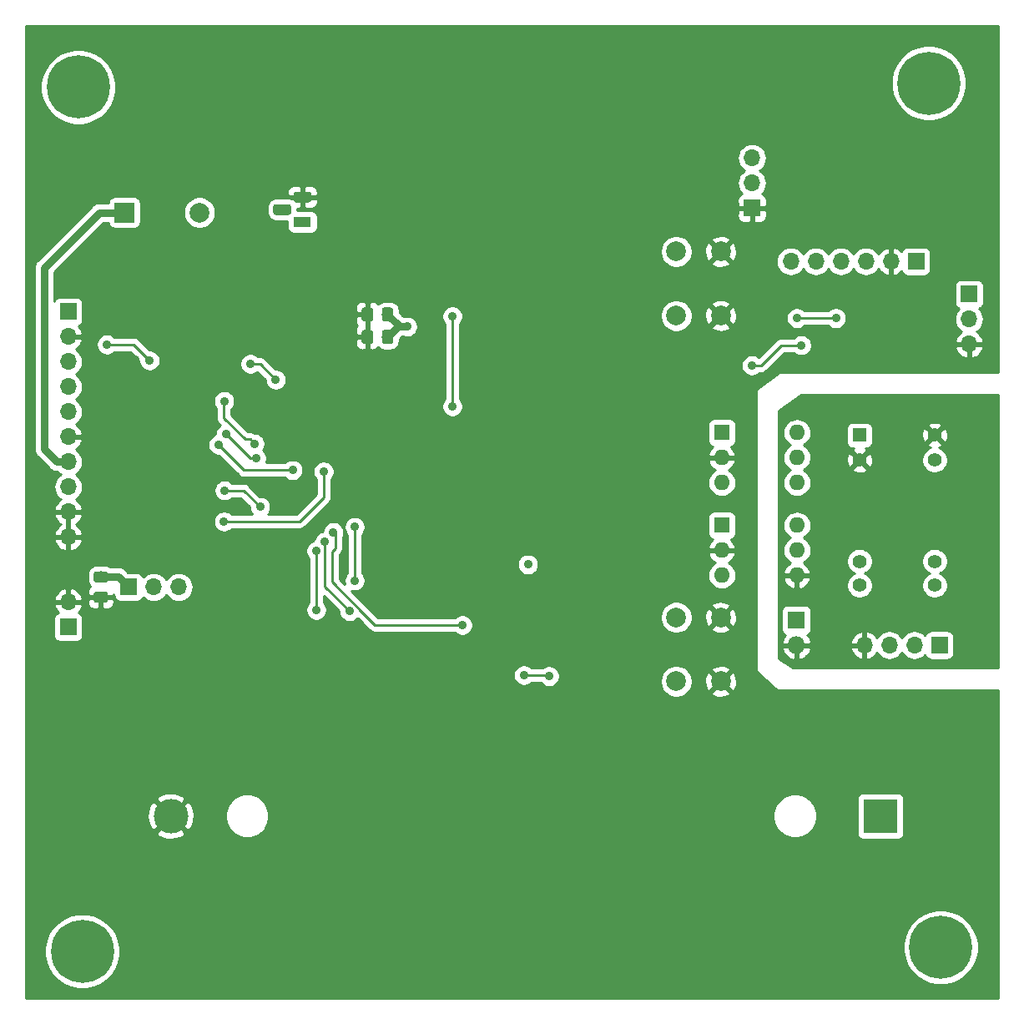
<source format=gbr>
G04 #@! TF.GenerationSoftware,KiCad,Pcbnew,(5.1.2)-1*
G04 #@! TF.CreationDate,2020-11-05T23:01:01+01:00*
G04 #@! TF.ProjectId,szakdolgozat,737a616b-646f-46c6-976f-7a61742e6b69,rev?*
G04 #@! TF.SameCoordinates,Original*
G04 #@! TF.FileFunction,Copper,L2,Bot*
G04 #@! TF.FilePolarity,Positive*
%FSLAX46Y46*%
G04 Gerber Fmt 4.6, Leading zero omitted, Abs format (unit mm)*
G04 Created by KiCad (PCBNEW (5.1.2)-1) date 2020-11-05 23:01:01*
%MOMM*%
%LPD*%
G04 APERTURE LIST*
%ADD10O,1.700000X1.700000*%
%ADD11R,1.700000X1.700000*%
%ADD12C,0.100000*%
%ADD13C,1.150000*%
%ADD14C,1.400000*%
%ADD15R,1.400000X1.400000*%
%ADD16O,1.600000X1.600000*%
%ADD17R,1.600000X1.600000*%
%ADD18R,1.800000X1.800000*%
%ADD19O,1.800000X1.800000*%
%ADD20R,2.000000X2.000000*%
%ADD21C,2.000000*%
%ADD22C,6.400000*%
%ADD23C,3.500000*%
%ADD24R,3.500000X3.500000*%
%ADD25C,1.100000*%
%ADD26R,1.800000X1.100000*%
%ADD27C,0.900000*%
%ADD28C,0.762000*%
%ADD29C,0.254000*%
%ADD30C,0.250000*%
G04 APERTURE END LIST*
D10*
X200431400Y-40233600D03*
X200431400Y-42773600D03*
D11*
X200431400Y-45313600D03*
D12*
G36*
X134840505Y-82170404D02*
G01*
X134864773Y-82174004D01*
X134888572Y-82179965D01*
X134911671Y-82188230D01*
X134933850Y-82198720D01*
X134954893Y-82211332D01*
X134974599Y-82225947D01*
X134992777Y-82242423D01*
X135009253Y-82260601D01*
X135023868Y-82280307D01*
X135036480Y-82301350D01*
X135046970Y-82323529D01*
X135055235Y-82346628D01*
X135061196Y-82370427D01*
X135064796Y-82394695D01*
X135066000Y-82419199D01*
X135066000Y-83069201D01*
X135064796Y-83093705D01*
X135061196Y-83117973D01*
X135055235Y-83141772D01*
X135046970Y-83164871D01*
X135036480Y-83187050D01*
X135023868Y-83208093D01*
X135009253Y-83227799D01*
X134992777Y-83245977D01*
X134974599Y-83262453D01*
X134954893Y-83277068D01*
X134933850Y-83289680D01*
X134911671Y-83300170D01*
X134888572Y-83308435D01*
X134864773Y-83314396D01*
X134840505Y-83317996D01*
X134816001Y-83319200D01*
X133915999Y-83319200D01*
X133891495Y-83317996D01*
X133867227Y-83314396D01*
X133843428Y-83308435D01*
X133820329Y-83300170D01*
X133798150Y-83289680D01*
X133777107Y-83277068D01*
X133757401Y-83262453D01*
X133739223Y-83245977D01*
X133722747Y-83227799D01*
X133708132Y-83208093D01*
X133695520Y-83187050D01*
X133685030Y-83164871D01*
X133676765Y-83141772D01*
X133670804Y-83117973D01*
X133667204Y-83093705D01*
X133666000Y-83069201D01*
X133666000Y-82419199D01*
X133667204Y-82394695D01*
X133670804Y-82370427D01*
X133676765Y-82346628D01*
X133685030Y-82323529D01*
X133695520Y-82301350D01*
X133708132Y-82280307D01*
X133722747Y-82260601D01*
X133739223Y-82242423D01*
X133757401Y-82225947D01*
X133777107Y-82211332D01*
X133798150Y-82198720D01*
X133820329Y-82188230D01*
X133843428Y-82179965D01*
X133867227Y-82174004D01*
X133891495Y-82170404D01*
X133915999Y-82169200D01*
X134816001Y-82169200D01*
X134840505Y-82170404D01*
X134840505Y-82170404D01*
G37*
D13*
X134366000Y-82744200D03*
D12*
G36*
X134840505Y-84220404D02*
G01*
X134864773Y-84224004D01*
X134888572Y-84229965D01*
X134911671Y-84238230D01*
X134933850Y-84248720D01*
X134954893Y-84261332D01*
X134974599Y-84275947D01*
X134992777Y-84292423D01*
X135009253Y-84310601D01*
X135023868Y-84330307D01*
X135036480Y-84351350D01*
X135046970Y-84373529D01*
X135055235Y-84396628D01*
X135061196Y-84420427D01*
X135064796Y-84444695D01*
X135066000Y-84469199D01*
X135066000Y-85119201D01*
X135064796Y-85143705D01*
X135061196Y-85167973D01*
X135055235Y-85191772D01*
X135046970Y-85214871D01*
X135036480Y-85237050D01*
X135023868Y-85258093D01*
X135009253Y-85277799D01*
X134992777Y-85295977D01*
X134974599Y-85312453D01*
X134954893Y-85327068D01*
X134933850Y-85339680D01*
X134911671Y-85350170D01*
X134888572Y-85358435D01*
X134864773Y-85364396D01*
X134840505Y-85367996D01*
X134816001Y-85369200D01*
X133915999Y-85369200D01*
X133891495Y-85367996D01*
X133867227Y-85364396D01*
X133843428Y-85358435D01*
X133820329Y-85350170D01*
X133798150Y-85339680D01*
X133777107Y-85327068D01*
X133757401Y-85312453D01*
X133739223Y-85295977D01*
X133722747Y-85277799D01*
X133708132Y-85258093D01*
X133695520Y-85237050D01*
X133685030Y-85214871D01*
X133676765Y-85191772D01*
X133670804Y-85167973D01*
X133667204Y-85143705D01*
X133666000Y-85119201D01*
X133666000Y-84469199D01*
X133667204Y-84444695D01*
X133670804Y-84420427D01*
X133676765Y-84396628D01*
X133685030Y-84373529D01*
X133695520Y-84351350D01*
X133708132Y-84330307D01*
X133722747Y-84310601D01*
X133739223Y-84292423D01*
X133757401Y-84275947D01*
X133777107Y-84261332D01*
X133798150Y-84248720D01*
X133820329Y-84238230D01*
X133843428Y-84229965D01*
X133867227Y-84224004D01*
X133891495Y-84220404D01*
X133915999Y-84219200D01*
X134816001Y-84219200D01*
X134840505Y-84220404D01*
X134840505Y-84220404D01*
G37*
D13*
X134366000Y-84794200D03*
D12*
G36*
X161757505Y-55409804D02*
G01*
X161781773Y-55413404D01*
X161805572Y-55419365D01*
X161828671Y-55427630D01*
X161850850Y-55438120D01*
X161871893Y-55450732D01*
X161891599Y-55465347D01*
X161909777Y-55481823D01*
X161926253Y-55500001D01*
X161940868Y-55519707D01*
X161953480Y-55540750D01*
X161963970Y-55562929D01*
X161972235Y-55586028D01*
X161978196Y-55609827D01*
X161981796Y-55634095D01*
X161983000Y-55658599D01*
X161983000Y-56558601D01*
X161981796Y-56583105D01*
X161978196Y-56607373D01*
X161972235Y-56631172D01*
X161963970Y-56654271D01*
X161953480Y-56676450D01*
X161940868Y-56697493D01*
X161926253Y-56717199D01*
X161909777Y-56735377D01*
X161891599Y-56751853D01*
X161871893Y-56766468D01*
X161850850Y-56779080D01*
X161828671Y-56789570D01*
X161805572Y-56797835D01*
X161781773Y-56803796D01*
X161757505Y-56807396D01*
X161733001Y-56808600D01*
X161082999Y-56808600D01*
X161058495Y-56807396D01*
X161034227Y-56803796D01*
X161010428Y-56797835D01*
X160987329Y-56789570D01*
X160965150Y-56779080D01*
X160944107Y-56766468D01*
X160924401Y-56751853D01*
X160906223Y-56735377D01*
X160889747Y-56717199D01*
X160875132Y-56697493D01*
X160862520Y-56676450D01*
X160852030Y-56654271D01*
X160843765Y-56631172D01*
X160837804Y-56607373D01*
X160834204Y-56583105D01*
X160833000Y-56558601D01*
X160833000Y-55658599D01*
X160834204Y-55634095D01*
X160837804Y-55609827D01*
X160843765Y-55586028D01*
X160852030Y-55562929D01*
X160862520Y-55540750D01*
X160875132Y-55519707D01*
X160889747Y-55500001D01*
X160906223Y-55481823D01*
X160924401Y-55465347D01*
X160944107Y-55450732D01*
X160965150Y-55438120D01*
X160987329Y-55427630D01*
X161010428Y-55419365D01*
X161034227Y-55413404D01*
X161058495Y-55409804D01*
X161082999Y-55408600D01*
X161733001Y-55408600D01*
X161757505Y-55409804D01*
X161757505Y-55409804D01*
G37*
D13*
X161408000Y-56108600D03*
D12*
G36*
X163807505Y-55409804D02*
G01*
X163831773Y-55413404D01*
X163855572Y-55419365D01*
X163878671Y-55427630D01*
X163900850Y-55438120D01*
X163921893Y-55450732D01*
X163941599Y-55465347D01*
X163959777Y-55481823D01*
X163976253Y-55500001D01*
X163990868Y-55519707D01*
X164003480Y-55540750D01*
X164013970Y-55562929D01*
X164022235Y-55586028D01*
X164028196Y-55609827D01*
X164031796Y-55634095D01*
X164033000Y-55658599D01*
X164033000Y-56558601D01*
X164031796Y-56583105D01*
X164028196Y-56607373D01*
X164022235Y-56631172D01*
X164013970Y-56654271D01*
X164003480Y-56676450D01*
X163990868Y-56697493D01*
X163976253Y-56717199D01*
X163959777Y-56735377D01*
X163941599Y-56751853D01*
X163921893Y-56766468D01*
X163900850Y-56779080D01*
X163878671Y-56789570D01*
X163855572Y-56797835D01*
X163831773Y-56803796D01*
X163807505Y-56807396D01*
X163783001Y-56808600D01*
X163132999Y-56808600D01*
X163108495Y-56807396D01*
X163084227Y-56803796D01*
X163060428Y-56797835D01*
X163037329Y-56789570D01*
X163015150Y-56779080D01*
X162994107Y-56766468D01*
X162974401Y-56751853D01*
X162956223Y-56735377D01*
X162939747Y-56717199D01*
X162925132Y-56697493D01*
X162912520Y-56676450D01*
X162902030Y-56654271D01*
X162893765Y-56631172D01*
X162887804Y-56607373D01*
X162884204Y-56583105D01*
X162883000Y-56558601D01*
X162883000Y-55658599D01*
X162884204Y-55634095D01*
X162887804Y-55609827D01*
X162893765Y-55586028D01*
X162902030Y-55562929D01*
X162912520Y-55540750D01*
X162925132Y-55519707D01*
X162939747Y-55500001D01*
X162956223Y-55481823D01*
X162974401Y-55465347D01*
X162994107Y-55450732D01*
X163015150Y-55438120D01*
X163037329Y-55427630D01*
X163060428Y-55419365D01*
X163084227Y-55413404D01*
X163108495Y-55409804D01*
X163132999Y-55408600D01*
X163783001Y-55408600D01*
X163807505Y-55409804D01*
X163807505Y-55409804D01*
G37*
D13*
X163458000Y-56108600D03*
D12*
G36*
X163807505Y-57695804D02*
G01*
X163831773Y-57699404D01*
X163855572Y-57705365D01*
X163878671Y-57713630D01*
X163900850Y-57724120D01*
X163921893Y-57736732D01*
X163941599Y-57751347D01*
X163959777Y-57767823D01*
X163976253Y-57786001D01*
X163990868Y-57805707D01*
X164003480Y-57826750D01*
X164013970Y-57848929D01*
X164022235Y-57872028D01*
X164028196Y-57895827D01*
X164031796Y-57920095D01*
X164033000Y-57944599D01*
X164033000Y-58844601D01*
X164031796Y-58869105D01*
X164028196Y-58893373D01*
X164022235Y-58917172D01*
X164013970Y-58940271D01*
X164003480Y-58962450D01*
X163990868Y-58983493D01*
X163976253Y-59003199D01*
X163959777Y-59021377D01*
X163941599Y-59037853D01*
X163921893Y-59052468D01*
X163900850Y-59065080D01*
X163878671Y-59075570D01*
X163855572Y-59083835D01*
X163831773Y-59089796D01*
X163807505Y-59093396D01*
X163783001Y-59094600D01*
X163132999Y-59094600D01*
X163108495Y-59093396D01*
X163084227Y-59089796D01*
X163060428Y-59083835D01*
X163037329Y-59075570D01*
X163015150Y-59065080D01*
X162994107Y-59052468D01*
X162974401Y-59037853D01*
X162956223Y-59021377D01*
X162939747Y-59003199D01*
X162925132Y-58983493D01*
X162912520Y-58962450D01*
X162902030Y-58940271D01*
X162893765Y-58917172D01*
X162887804Y-58893373D01*
X162884204Y-58869105D01*
X162883000Y-58844601D01*
X162883000Y-57944599D01*
X162884204Y-57920095D01*
X162887804Y-57895827D01*
X162893765Y-57872028D01*
X162902030Y-57848929D01*
X162912520Y-57826750D01*
X162925132Y-57805707D01*
X162939747Y-57786001D01*
X162956223Y-57767823D01*
X162974401Y-57751347D01*
X162994107Y-57736732D01*
X163015150Y-57724120D01*
X163037329Y-57713630D01*
X163060428Y-57705365D01*
X163084227Y-57699404D01*
X163108495Y-57695804D01*
X163132999Y-57694600D01*
X163783001Y-57694600D01*
X163807505Y-57695804D01*
X163807505Y-57695804D01*
G37*
D13*
X163458000Y-58394600D03*
D12*
G36*
X161757505Y-57695804D02*
G01*
X161781773Y-57699404D01*
X161805572Y-57705365D01*
X161828671Y-57713630D01*
X161850850Y-57724120D01*
X161871893Y-57736732D01*
X161891599Y-57751347D01*
X161909777Y-57767823D01*
X161926253Y-57786001D01*
X161940868Y-57805707D01*
X161953480Y-57826750D01*
X161963970Y-57848929D01*
X161972235Y-57872028D01*
X161978196Y-57895827D01*
X161981796Y-57920095D01*
X161983000Y-57944599D01*
X161983000Y-58844601D01*
X161981796Y-58869105D01*
X161978196Y-58893373D01*
X161972235Y-58917172D01*
X161963970Y-58940271D01*
X161953480Y-58962450D01*
X161940868Y-58983493D01*
X161926253Y-59003199D01*
X161909777Y-59021377D01*
X161891599Y-59037853D01*
X161871893Y-59052468D01*
X161850850Y-59065080D01*
X161828671Y-59075570D01*
X161805572Y-59083835D01*
X161781773Y-59089796D01*
X161757505Y-59093396D01*
X161733001Y-59094600D01*
X161082999Y-59094600D01*
X161058495Y-59093396D01*
X161034227Y-59089796D01*
X161010428Y-59083835D01*
X160987329Y-59075570D01*
X160965150Y-59065080D01*
X160944107Y-59052468D01*
X160924401Y-59037853D01*
X160906223Y-59021377D01*
X160889747Y-59003199D01*
X160875132Y-58983493D01*
X160862520Y-58962450D01*
X160852030Y-58940271D01*
X160843765Y-58917172D01*
X160837804Y-58893373D01*
X160834204Y-58869105D01*
X160833000Y-58844601D01*
X160833000Y-57944599D01*
X160834204Y-57920095D01*
X160837804Y-57895827D01*
X160843765Y-57872028D01*
X160852030Y-57848929D01*
X160862520Y-57826750D01*
X160875132Y-57805707D01*
X160889747Y-57786001D01*
X160906223Y-57767823D01*
X160924401Y-57751347D01*
X160944107Y-57736732D01*
X160965150Y-57724120D01*
X160987329Y-57713630D01*
X161010428Y-57705365D01*
X161034227Y-57699404D01*
X161058495Y-57695804D01*
X161082999Y-57694600D01*
X161733001Y-57694600D01*
X161757505Y-57695804D01*
X161757505Y-57695804D01*
G37*
D13*
X161408000Y-58394600D03*
D14*
X218963400Y-70891400D03*
X218963400Y-81151400D03*
X211343400Y-81151400D03*
X211343400Y-70891400D03*
D15*
X211343400Y-68351400D03*
D14*
X218963400Y-83591400D03*
X211343400Y-83591400D03*
X218963400Y-68351400D03*
D16*
X204993400Y-68097400D03*
X197373400Y-73177400D03*
X204993400Y-70637400D03*
X197373400Y-70637400D03*
X204993400Y-73177400D03*
D17*
X197373400Y-68097400D03*
X197373400Y-77495400D03*
D16*
X204993400Y-82575400D03*
X197373400Y-80035400D03*
X204993400Y-80035400D03*
X197373400Y-82575400D03*
X204993400Y-77495400D03*
D11*
X131067600Y-55826400D03*
D10*
X131067600Y-58366400D03*
X131067600Y-60906400D03*
X131067600Y-63446400D03*
X131067600Y-65986400D03*
X131067600Y-68526400D03*
X131067600Y-71066400D03*
X131067600Y-73606400D03*
X131067600Y-76146400D03*
X131067600Y-78686400D03*
D11*
X137185400Y-83769200D03*
D10*
X139725400Y-83769200D03*
X142265400Y-83769200D03*
D18*
X204927200Y-87122000D03*
D19*
X204927200Y-89662000D03*
D20*
X136779000Y-45770800D03*
D21*
X144379000Y-45770800D03*
D11*
X217068400Y-50723800D03*
D10*
X214528400Y-50723800D03*
X211988400Y-50723800D03*
X209448400Y-50723800D03*
X206908400Y-50723800D03*
X204368400Y-50723800D03*
D11*
X131067600Y-87826400D03*
D10*
X131067600Y-85286400D03*
D11*
X219456000Y-89662000D03*
D10*
X216916000Y-89662000D03*
X214376000Y-89662000D03*
X211836000Y-89662000D03*
D22*
X132080000Y-33045400D03*
X219583000Y-120319800D03*
X218363800Y-32639000D03*
X132486400Y-120726200D03*
D11*
X222453200Y-54051200D03*
D10*
X222453200Y-56591200D03*
X222453200Y-59131200D03*
D23*
X141461600Y-107000000D03*
D24*
X213461600Y-107000000D03*
D12*
G36*
X153413955Y-44917324D02*
G01*
X153440650Y-44921284D01*
X153466828Y-44927841D01*
X153492238Y-44936933D01*
X153516634Y-44948472D01*
X153539782Y-44962346D01*
X153561458Y-44978422D01*
X153581454Y-44996546D01*
X153599578Y-45016542D01*
X153615654Y-45038218D01*
X153629528Y-45061366D01*
X153641067Y-45085762D01*
X153650159Y-45111172D01*
X153656716Y-45137350D01*
X153660676Y-45164045D01*
X153662000Y-45191000D01*
X153662000Y-45741000D01*
X153660676Y-45767955D01*
X153656716Y-45794650D01*
X153650159Y-45820828D01*
X153641067Y-45846238D01*
X153629528Y-45870634D01*
X153615654Y-45893782D01*
X153599578Y-45915458D01*
X153581454Y-45935454D01*
X153561458Y-45953578D01*
X153539782Y-45969654D01*
X153516634Y-45983528D01*
X153492238Y-45995067D01*
X153466828Y-46004159D01*
X153440650Y-46010716D01*
X153413955Y-46014676D01*
X153387000Y-46016000D01*
X152137000Y-46016000D01*
X152110045Y-46014676D01*
X152083350Y-46010716D01*
X152057172Y-46004159D01*
X152031762Y-45995067D01*
X152007366Y-45983528D01*
X151984218Y-45969654D01*
X151962542Y-45953578D01*
X151942546Y-45935454D01*
X151924422Y-45915458D01*
X151908346Y-45893782D01*
X151894472Y-45870634D01*
X151882933Y-45846238D01*
X151873841Y-45820828D01*
X151867284Y-45794650D01*
X151863324Y-45767955D01*
X151862000Y-45741000D01*
X151862000Y-45191000D01*
X151863324Y-45164045D01*
X151867284Y-45137350D01*
X151873841Y-45111172D01*
X151882933Y-45085762D01*
X151894472Y-45061366D01*
X151908346Y-45038218D01*
X151924422Y-45016542D01*
X151942546Y-44996546D01*
X151962542Y-44978422D01*
X151984218Y-44962346D01*
X152007366Y-44948472D01*
X152031762Y-44936933D01*
X152057172Y-44927841D01*
X152083350Y-44921284D01*
X152110045Y-44917324D01*
X152137000Y-44916000D01*
X153387000Y-44916000D01*
X153413955Y-44917324D01*
X153413955Y-44917324D01*
G37*
D25*
X152762000Y-45466000D03*
D12*
G36*
X155483955Y-43647324D02*
G01*
X155510650Y-43651284D01*
X155536828Y-43657841D01*
X155562238Y-43666933D01*
X155586634Y-43678472D01*
X155609782Y-43692346D01*
X155631458Y-43708422D01*
X155651454Y-43726546D01*
X155669578Y-43746542D01*
X155685654Y-43768218D01*
X155699528Y-43791366D01*
X155711067Y-43815762D01*
X155720159Y-43841172D01*
X155726716Y-43867350D01*
X155730676Y-43894045D01*
X155732000Y-43921000D01*
X155732000Y-44471000D01*
X155730676Y-44497955D01*
X155726716Y-44524650D01*
X155720159Y-44550828D01*
X155711067Y-44576238D01*
X155699528Y-44600634D01*
X155685654Y-44623782D01*
X155669578Y-44645458D01*
X155651454Y-44665454D01*
X155631458Y-44683578D01*
X155609782Y-44699654D01*
X155586634Y-44713528D01*
X155562238Y-44725067D01*
X155536828Y-44734159D01*
X155510650Y-44740716D01*
X155483955Y-44744676D01*
X155457000Y-44746000D01*
X154207000Y-44746000D01*
X154180045Y-44744676D01*
X154153350Y-44740716D01*
X154127172Y-44734159D01*
X154101762Y-44725067D01*
X154077366Y-44713528D01*
X154054218Y-44699654D01*
X154032542Y-44683578D01*
X154012546Y-44665454D01*
X153994422Y-44645458D01*
X153978346Y-44623782D01*
X153964472Y-44600634D01*
X153952933Y-44576238D01*
X153943841Y-44550828D01*
X153937284Y-44524650D01*
X153933324Y-44497955D01*
X153932000Y-44471000D01*
X153932000Y-43921000D01*
X153933324Y-43894045D01*
X153937284Y-43867350D01*
X153943841Y-43841172D01*
X153952933Y-43815762D01*
X153964472Y-43791366D01*
X153978346Y-43768218D01*
X153994422Y-43746542D01*
X154012546Y-43726546D01*
X154032542Y-43708422D01*
X154054218Y-43692346D01*
X154077366Y-43678472D01*
X154101762Y-43666933D01*
X154127172Y-43657841D01*
X154153350Y-43651284D01*
X154180045Y-43647324D01*
X154207000Y-43646000D01*
X155457000Y-43646000D01*
X155483955Y-43647324D01*
X155483955Y-43647324D01*
G37*
D25*
X154832000Y-44196000D03*
D26*
X154832000Y-46736000D03*
D21*
X192756400Y-49733200D03*
X197256400Y-49733200D03*
X192756400Y-56233200D03*
X197256400Y-56233200D03*
X197256400Y-93342600D03*
X192756400Y-93342600D03*
X197256400Y-86842600D03*
X192756400Y-86842600D03*
D27*
X155727400Y-66903600D03*
X161010600Y-72821800D03*
X150495000Y-91694000D03*
X151676100Y-91694000D03*
X152857200Y-91694000D03*
X138303000Y-74625200D03*
X137896600Y-60680600D03*
X135686800Y-91948000D03*
X144754600Y-89128600D03*
X180009800Y-81483200D03*
X172364400Y-81483200D03*
X164490400Y-81457800D03*
X170535600Y-75565000D03*
X154279600Y-60274200D03*
X164566600Y-92684600D03*
X151688800Y-85471000D03*
X139827000Y-92506800D03*
X135178800Y-78308200D03*
X152704800Y-80619600D03*
X146786600Y-78917800D03*
X176530000Y-76555600D03*
X187198000Y-56134000D03*
X165455600Y-56083200D03*
X179527200Y-85344000D03*
X179527200Y-86309200D03*
X171856400Y-85344000D03*
X170129200Y-86258400D03*
X163779200Y-85344000D03*
X177647600Y-87426800D03*
X213055200Y-47726600D03*
X193421000Y-80187800D03*
X197586600Y-46786800D03*
X165455600Y-57353200D03*
X177698400Y-81483200D03*
X156972000Y-72034400D03*
X146862800Y-77114400D03*
X147064604Y-68249800D03*
X156235400Y-80086200D03*
X156235400Y-86080600D03*
X150139400Y-70688200D03*
X135001000Y-59156600D03*
X157099000Y-79146400D03*
X149955130Y-69221470D03*
X146888080Y-64897120D03*
X139319000Y-60782200D03*
X159600322Y-86220878D03*
X152120600Y-62738000D03*
X149529800Y-61137800D03*
X157962600Y-78206600D03*
X153822978Y-71906822D03*
X146304000Y-69316600D03*
X177292000Y-92710000D03*
X179832000Y-92811600D03*
X171031399Y-87617799D03*
X150520400Y-75641200D03*
X146913600Y-73964800D03*
X204978000Y-56489600D03*
X208940400Y-56489600D03*
X170027600Y-65430400D03*
X170027600Y-56286400D03*
X200406000Y-61270072D03*
X205435200Y-59232800D03*
X160121600Y-83108800D03*
X160121600Y-77673200D03*
D28*
X129865519Y-71066400D02*
X128600200Y-69801081D01*
X131067600Y-71066400D02*
X129865519Y-71066400D01*
X128600200Y-69801081D02*
X128600200Y-51384200D01*
X134213600Y-45770800D02*
X136779000Y-45770800D01*
X128600200Y-51384200D02*
X134213600Y-45770800D01*
X164499400Y-57353200D02*
X163458000Y-58394600D01*
X165455600Y-57353200D02*
X164499400Y-57353200D01*
X164702600Y-57353200D02*
X163458000Y-56108600D01*
X165455600Y-57353200D02*
X164702600Y-57353200D01*
X136160400Y-82744200D02*
X137185400Y-83769200D01*
X134366000Y-82744200D02*
X136160400Y-82744200D01*
D29*
X156972000Y-73761600D02*
X156972000Y-74676000D01*
X156972000Y-74676000D02*
X154533600Y-77114400D01*
X154533600Y-77114400D02*
X146862800Y-77114400D01*
D30*
X156972000Y-73761600D02*
X156972000Y-72034400D01*
D29*
X150139400Y-70688200D02*
X149503004Y-70688200D01*
X156235400Y-86080600D02*
X156235400Y-80086200D01*
X149503004Y-70688200D02*
X147064604Y-68249800D01*
X157099000Y-83515200D02*
X157099000Y-80035400D01*
X157099000Y-80035400D02*
X157099000Y-79146400D01*
X149005309Y-68771471D02*
X146862800Y-66628962D01*
X149955130Y-69221470D02*
X149505131Y-68771471D01*
X149505131Y-68771471D02*
X149005309Y-68771471D01*
X146862800Y-66628962D02*
X146862800Y-64922400D01*
X146862800Y-64922400D02*
X146888080Y-64897120D01*
X137693400Y-59156600D02*
X135001000Y-59156600D01*
X139319000Y-60782200D02*
X137693400Y-59156600D01*
D30*
X157099000Y-83719556D02*
X159600322Y-86220878D01*
X157099000Y-83515200D02*
X157099000Y-83719556D01*
D29*
X152120600Y-62738000D02*
X150520400Y-61137800D01*
X150520400Y-61137800D02*
X149529800Y-61137800D01*
X157810200Y-83261200D02*
X157810200Y-80162400D01*
X158165800Y-78409800D02*
X157962600Y-78206600D01*
X157810200Y-80162400D02*
X158165800Y-79806800D01*
X158165800Y-79806800D02*
X158165800Y-78409800D01*
X153822978Y-71906822D02*
X148894222Y-71906822D01*
X148894222Y-71906822D02*
X146304000Y-69316600D01*
D30*
X177292000Y-92710000D02*
X179730400Y-92710000D01*
X179730400Y-92710000D02*
X179832000Y-92811600D01*
X162166799Y-87617799D02*
X160997900Y-86448900D01*
X171031399Y-87617799D02*
X162166799Y-87617799D01*
D29*
X161301199Y-86752199D02*
X160997900Y-86448900D01*
X160997900Y-86448900D02*
X157810200Y-83261200D01*
X150520400Y-75641200D02*
X148844000Y-73964800D01*
X148844000Y-73964800D02*
X146913600Y-73964800D01*
X204978000Y-56489600D02*
X208940400Y-56489600D01*
X170027600Y-65430400D02*
X170027600Y-60655200D01*
X170027600Y-60655200D02*
X170027600Y-56286400D01*
X200406000Y-61270072D02*
X201365928Y-61270072D01*
X201365928Y-61270072D02*
X203403200Y-59232800D01*
X203403200Y-59232800D02*
X205435200Y-59232800D01*
X160121600Y-83108800D02*
X160121600Y-77673200D01*
G36*
X225423600Y-61950600D02*
G01*
X203301600Y-61950600D01*
X203276824Y-61953040D01*
X203252999Y-61960267D01*
X203226829Y-61974944D01*
X200925229Y-63651344D01*
X200906638Y-63667903D01*
X200891636Y-63687772D01*
X200880797Y-63710185D01*
X200874540Y-63734282D01*
X200873000Y-63754000D01*
X200873000Y-92303600D01*
X200875440Y-92328376D01*
X200882667Y-92352201D01*
X200894403Y-92374157D01*
X200915544Y-92398449D01*
X202912344Y-94176449D01*
X202932471Y-94191103D01*
X202955070Y-94201548D01*
X202979273Y-94207385D01*
X202996800Y-94208600D01*
X225423601Y-94208600D01*
X225423601Y-125497600D01*
X126743600Y-125497600D01*
X126743600Y-120348485D01*
X128651400Y-120348485D01*
X128651400Y-121103915D01*
X128798777Y-121844828D01*
X129087867Y-122542754D01*
X129507561Y-123170870D01*
X130041730Y-123705039D01*
X130669846Y-124124733D01*
X131367772Y-124413823D01*
X132108685Y-124561200D01*
X132864115Y-124561200D01*
X133605028Y-124413823D01*
X134302954Y-124124733D01*
X134931070Y-123705039D01*
X135465239Y-123170870D01*
X135884933Y-122542754D01*
X136174023Y-121844828D01*
X136321400Y-121103915D01*
X136321400Y-120348485D01*
X136240562Y-119942085D01*
X215748000Y-119942085D01*
X215748000Y-120697515D01*
X215895377Y-121438428D01*
X216184467Y-122136354D01*
X216604161Y-122764470D01*
X217138330Y-123298639D01*
X217766446Y-123718333D01*
X218464372Y-124007423D01*
X219205285Y-124154800D01*
X219960715Y-124154800D01*
X220701628Y-124007423D01*
X221399554Y-123718333D01*
X222027670Y-123298639D01*
X222561839Y-122764470D01*
X222981533Y-122136354D01*
X223270623Y-121438428D01*
X223418000Y-120697515D01*
X223418000Y-119942085D01*
X223270623Y-119201172D01*
X222981533Y-118503246D01*
X222561839Y-117875130D01*
X222027670Y-117340961D01*
X221399554Y-116921267D01*
X220701628Y-116632177D01*
X219960715Y-116484800D01*
X219205285Y-116484800D01*
X218464372Y-116632177D01*
X217766446Y-116921267D01*
X217138330Y-117340961D01*
X216604161Y-117875130D01*
X216184467Y-118503246D01*
X215895377Y-119201172D01*
X215748000Y-119942085D01*
X136240562Y-119942085D01*
X136174023Y-119607572D01*
X135884933Y-118909646D01*
X135465239Y-118281530D01*
X134931070Y-117747361D01*
X134302954Y-117327667D01*
X133605028Y-117038577D01*
X132864115Y-116891200D01*
X132108685Y-116891200D01*
X131367772Y-117038577D01*
X130669846Y-117327667D01*
X130041730Y-117747361D01*
X129507561Y-118281530D01*
X129087867Y-118909646D01*
X128798777Y-119607572D01*
X128651400Y-120348485D01*
X126743600Y-120348485D01*
X126743600Y-108669609D01*
X139971597Y-108669609D01*
X140157673Y-109010766D01*
X140575009Y-109226513D01*
X141026415Y-109356696D01*
X141494546Y-109396313D01*
X141961411Y-109343842D01*
X142409068Y-109201297D01*
X142765527Y-109010766D01*
X142951603Y-108669609D01*
X141461600Y-107179605D01*
X139971597Y-108669609D01*
X126743600Y-108669609D01*
X126743600Y-107032946D01*
X139065287Y-107032946D01*
X139117758Y-107499811D01*
X139260303Y-107947468D01*
X139450834Y-108303927D01*
X139791991Y-108490003D01*
X141281995Y-107000000D01*
X141641205Y-107000000D01*
X143131209Y-108490003D01*
X143472366Y-108303927D01*
X143688113Y-107886591D01*
X143818296Y-107435185D01*
X143857913Y-106967054D01*
X143836876Y-106779872D01*
X146971600Y-106779872D01*
X146971600Y-107220128D01*
X147057490Y-107651925D01*
X147225969Y-108058669D01*
X147470562Y-108424729D01*
X147781871Y-108736038D01*
X148147931Y-108980631D01*
X148554675Y-109149110D01*
X148986472Y-109235000D01*
X149426728Y-109235000D01*
X149858525Y-109149110D01*
X150265269Y-108980631D01*
X150631329Y-108736038D01*
X150942638Y-108424729D01*
X151187231Y-108058669D01*
X151355710Y-107651925D01*
X151441600Y-107220128D01*
X151441600Y-106779872D01*
X202581600Y-106779872D01*
X202581600Y-107220128D01*
X202667490Y-107651925D01*
X202835969Y-108058669D01*
X203080562Y-108424729D01*
X203391871Y-108736038D01*
X203757931Y-108980631D01*
X204164675Y-109149110D01*
X204596472Y-109235000D01*
X205036728Y-109235000D01*
X205468525Y-109149110D01*
X205875269Y-108980631D01*
X206241329Y-108736038D01*
X206552638Y-108424729D01*
X206797231Y-108058669D01*
X206965710Y-107651925D01*
X207051600Y-107220128D01*
X207051600Y-106779872D01*
X206965710Y-106348075D01*
X206797231Y-105941331D01*
X206552638Y-105575271D01*
X206241329Y-105263962D01*
X206220434Y-105250000D01*
X211073528Y-105250000D01*
X211073528Y-108750000D01*
X211085788Y-108874482D01*
X211122098Y-108994180D01*
X211181063Y-109104494D01*
X211260415Y-109201185D01*
X211357106Y-109280537D01*
X211467420Y-109339502D01*
X211587118Y-109375812D01*
X211711600Y-109388072D01*
X215211600Y-109388072D01*
X215336082Y-109375812D01*
X215455780Y-109339502D01*
X215566094Y-109280537D01*
X215662785Y-109201185D01*
X215742137Y-109104494D01*
X215801102Y-108994180D01*
X215837412Y-108874482D01*
X215849672Y-108750000D01*
X215849672Y-105250000D01*
X215837412Y-105125518D01*
X215801102Y-105005820D01*
X215742137Y-104895506D01*
X215662785Y-104798815D01*
X215566094Y-104719463D01*
X215455780Y-104660498D01*
X215336082Y-104624188D01*
X215211600Y-104611928D01*
X211711600Y-104611928D01*
X211587118Y-104624188D01*
X211467420Y-104660498D01*
X211357106Y-104719463D01*
X211260415Y-104798815D01*
X211181063Y-104895506D01*
X211122098Y-105005820D01*
X211085788Y-105125518D01*
X211073528Y-105250000D01*
X206220434Y-105250000D01*
X205875269Y-105019369D01*
X205468525Y-104850890D01*
X205036728Y-104765000D01*
X204596472Y-104765000D01*
X204164675Y-104850890D01*
X203757931Y-105019369D01*
X203391871Y-105263962D01*
X203080562Y-105575271D01*
X202835969Y-105941331D01*
X202667490Y-106348075D01*
X202581600Y-106779872D01*
X151441600Y-106779872D01*
X151355710Y-106348075D01*
X151187231Y-105941331D01*
X150942638Y-105575271D01*
X150631329Y-105263962D01*
X150265269Y-105019369D01*
X149858525Y-104850890D01*
X149426728Y-104765000D01*
X148986472Y-104765000D01*
X148554675Y-104850890D01*
X148147931Y-105019369D01*
X147781871Y-105263962D01*
X147470562Y-105575271D01*
X147225969Y-105941331D01*
X147057490Y-106348075D01*
X146971600Y-106779872D01*
X143836876Y-106779872D01*
X143805442Y-106500189D01*
X143662897Y-106052532D01*
X143472366Y-105696073D01*
X143131209Y-105509997D01*
X141641205Y-107000000D01*
X141281995Y-107000000D01*
X139791991Y-105509997D01*
X139450834Y-105696073D01*
X139235087Y-106113409D01*
X139104904Y-106564815D01*
X139065287Y-107032946D01*
X126743600Y-107032946D01*
X126743600Y-105330391D01*
X139971597Y-105330391D01*
X141461600Y-106820395D01*
X142951603Y-105330391D01*
X142765527Y-104989234D01*
X142348191Y-104773487D01*
X141896785Y-104643304D01*
X141428654Y-104603687D01*
X140961789Y-104656158D01*
X140514132Y-104798703D01*
X140157673Y-104989234D01*
X139971597Y-105330391D01*
X126743600Y-105330391D01*
X126743600Y-92603137D01*
X176207000Y-92603137D01*
X176207000Y-92816863D01*
X176248696Y-93026483D01*
X176330485Y-93223940D01*
X176449225Y-93401647D01*
X176600353Y-93552775D01*
X176778060Y-93671515D01*
X176975517Y-93753304D01*
X177185137Y-93795000D01*
X177398863Y-93795000D01*
X177608483Y-93753304D01*
X177805940Y-93671515D01*
X177983647Y-93552775D01*
X178066422Y-93470000D01*
X178967010Y-93470000D01*
X178989225Y-93503247D01*
X179140353Y-93654375D01*
X179318060Y-93773115D01*
X179515517Y-93854904D01*
X179725137Y-93896600D01*
X179938863Y-93896600D01*
X180148483Y-93854904D01*
X180345940Y-93773115D01*
X180523647Y-93654375D01*
X180674775Y-93503247D01*
X180793515Y-93325540D01*
X180853150Y-93181567D01*
X191121400Y-93181567D01*
X191121400Y-93503633D01*
X191184232Y-93819512D01*
X191307482Y-94117063D01*
X191486413Y-94384852D01*
X191714148Y-94612587D01*
X191981937Y-94791518D01*
X192279488Y-94914768D01*
X192595367Y-94977600D01*
X192917433Y-94977600D01*
X193233312Y-94914768D01*
X193530863Y-94791518D01*
X193798652Y-94612587D01*
X193933226Y-94478013D01*
X196300592Y-94478013D01*
X196396356Y-94742414D01*
X196685971Y-94883304D01*
X196997508Y-94964984D01*
X197318995Y-94984318D01*
X197638075Y-94940561D01*
X197942488Y-94835395D01*
X198116444Y-94742414D01*
X198212208Y-94478013D01*
X197256400Y-93522205D01*
X196300592Y-94478013D01*
X193933226Y-94478013D01*
X194026387Y-94384852D01*
X194205318Y-94117063D01*
X194328568Y-93819512D01*
X194391400Y-93503633D01*
X194391400Y-93405195D01*
X195614682Y-93405195D01*
X195658439Y-93724275D01*
X195763605Y-94028688D01*
X195856586Y-94202644D01*
X196120987Y-94298408D01*
X197076795Y-93342600D01*
X197436005Y-93342600D01*
X198391813Y-94298408D01*
X198656214Y-94202644D01*
X198797104Y-93913029D01*
X198878784Y-93601492D01*
X198898118Y-93280005D01*
X198854361Y-92960925D01*
X198749195Y-92656512D01*
X198656214Y-92482556D01*
X198391813Y-92386792D01*
X197436005Y-93342600D01*
X197076795Y-93342600D01*
X196120987Y-92386792D01*
X195856586Y-92482556D01*
X195715696Y-92772171D01*
X195634016Y-93083708D01*
X195614682Y-93405195D01*
X194391400Y-93405195D01*
X194391400Y-93181567D01*
X194328568Y-92865688D01*
X194205318Y-92568137D01*
X194026387Y-92300348D01*
X193933226Y-92207187D01*
X196300592Y-92207187D01*
X197256400Y-93162995D01*
X198212208Y-92207187D01*
X198116444Y-91942786D01*
X197826829Y-91801896D01*
X197515292Y-91720216D01*
X197193805Y-91700882D01*
X196874725Y-91744639D01*
X196570312Y-91849805D01*
X196396356Y-91942786D01*
X196300592Y-92207187D01*
X193933226Y-92207187D01*
X193798652Y-92072613D01*
X193530863Y-91893682D01*
X193233312Y-91770432D01*
X192917433Y-91707600D01*
X192595367Y-91707600D01*
X192279488Y-91770432D01*
X191981937Y-91893682D01*
X191714148Y-92072613D01*
X191486413Y-92300348D01*
X191307482Y-92568137D01*
X191184232Y-92865688D01*
X191121400Y-93181567D01*
X180853150Y-93181567D01*
X180875304Y-93128083D01*
X180917000Y-92918463D01*
X180917000Y-92704737D01*
X180875304Y-92495117D01*
X180793515Y-92297660D01*
X180674775Y-92119953D01*
X180523647Y-91968825D01*
X180345940Y-91850085D01*
X180148483Y-91768296D01*
X179938863Y-91726600D01*
X179725137Y-91726600D01*
X179515517Y-91768296D01*
X179318060Y-91850085D01*
X179168527Y-91950000D01*
X178066422Y-91950000D01*
X177983647Y-91867225D01*
X177805940Y-91748485D01*
X177608483Y-91666696D01*
X177398863Y-91625000D01*
X177185137Y-91625000D01*
X176975517Y-91666696D01*
X176778060Y-91748485D01*
X176600353Y-91867225D01*
X176449225Y-92018353D01*
X176330485Y-92196060D01*
X176248696Y-92393517D01*
X176207000Y-92603137D01*
X126743600Y-92603137D01*
X126743600Y-86976400D01*
X129579528Y-86976400D01*
X129579528Y-88676400D01*
X129591788Y-88800882D01*
X129628098Y-88920580D01*
X129687063Y-89030894D01*
X129766415Y-89127585D01*
X129863106Y-89206937D01*
X129973420Y-89265902D01*
X130093118Y-89302212D01*
X130217600Y-89314472D01*
X131917600Y-89314472D01*
X132042082Y-89302212D01*
X132161780Y-89265902D01*
X132272094Y-89206937D01*
X132368785Y-89127585D01*
X132448137Y-89030894D01*
X132507102Y-88920580D01*
X132543412Y-88800882D01*
X132555672Y-88676400D01*
X132555672Y-86976400D01*
X132543412Y-86851918D01*
X132507102Y-86732220D01*
X132448137Y-86621906D01*
X132368785Y-86525215D01*
X132272094Y-86445863D01*
X132161780Y-86386898D01*
X132081134Y-86362434D01*
X132165188Y-86286669D01*
X132339241Y-86053320D01*
X132464425Y-85790499D01*
X132509076Y-85643290D01*
X132387755Y-85413400D01*
X131194600Y-85413400D01*
X131194600Y-85433400D01*
X130940600Y-85433400D01*
X130940600Y-85413400D01*
X129747445Y-85413400D01*
X129626124Y-85643290D01*
X129670775Y-85790499D01*
X129795959Y-86053320D01*
X129970012Y-86286669D01*
X130054066Y-86362434D01*
X129973420Y-86386898D01*
X129863106Y-86445863D01*
X129766415Y-86525215D01*
X129687063Y-86621906D01*
X129628098Y-86732220D01*
X129591788Y-86851918D01*
X129579528Y-86976400D01*
X126743600Y-86976400D01*
X126743600Y-85369200D01*
X133027928Y-85369200D01*
X133040188Y-85493682D01*
X133076498Y-85613380D01*
X133135463Y-85723694D01*
X133214815Y-85820385D01*
X133311506Y-85899737D01*
X133421820Y-85958702D01*
X133541518Y-85995012D01*
X133666000Y-86007272D01*
X134080250Y-86004200D01*
X134239000Y-85845450D01*
X134239000Y-84921200D01*
X134493000Y-84921200D01*
X134493000Y-85845450D01*
X134651750Y-86004200D01*
X135066000Y-86007272D01*
X135190482Y-85995012D01*
X135310180Y-85958702D01*
X135420494Y-85899737D01*
X135517185Y-85820385D01*
X135596537Y-85723694D01*
X135655502Y-85613380D01*
X135691812Y-85493682D01*
X135704072Y-85369200D01*
X135701000Y-85079950D01*
X135542250Y-84921200D01*
X134493000Y-84921200D01*
X134239000Y-84921200D01*
X133189750Y-84921200D01*
X133031000Y-85079950D01*
X133027928Y-85369200D01*
X126743600Y-85369200D01*
X126743600Y-84929510D01*
X129626124Y-84929510D01*
X129747445Y-85159400D01*
X130940600Y-85159400D01*
X130940600Y-83965586D01*
X131194600Y-83965586D01*
X131194600Y-85159400D01*
X132387755Y-85159400D01*
X132509076Y-84929510D01*
X132464425Y-84782301D01*
X132339241Y-84519480D01*
X132165188Y-84286131D01*
X131948955Y-84091222D01*
X131698852Y-83942243D01*
X131424491Y-83844919D01*
X131194600Y-83965586D01*
X130940600Y-83965586D01*
X130710709Y-83844919D01*
X130436348Y-83942243D01*
X130186245Y-84091222D01*
X129970012Y-84286131D01*
X129795959Y-84519480D01*
X129670775Y-84782301D01*
X129626124Y-84929510D01*
X126743600Y-84929510D01*
X126743600Y-82419199D01*
X133027928Y-82419199D01*
X133027928Y-83069201D01*
X133044992Y-83242455D01*
X133095528Y-83409051D01*
X133177595Y-83562587D01*
X133288038Y-83697162D01*
X133294594Y-83702542D01*
X133214815Y-83768015D01*
X133135463Y-83864706D01*
X133076498Y-83975020D01*
X133040188Y-84094718D01*
X133027928Y-84219200D01*
X133031000Y-84508450D01*
X133189750Y-84667200D01*
X134239000Y-84667200D01*
X134239000Y-84647200D01*
X134493000Y-84647200D01*
X134493000Y-84667200D01*
X135542250Y-84667200D01*
X135697328Y-84512122D01*
X135697328Y-84619200D01*
X135709588Y-84743682D01*
X135745898Y-84863380D01*
X135804863Y-84973694D01*
X135884215Y-85070385D01*
X135980906Y-85149737D01*
X136091220Y-85208702D01*
X136210918Y-85245012D01*
X136335400Y-85257272D01*
X138035400Y-85257272D01*
X138159882Y-85245012D01*
X138279580Y-85208702D01*
X138389894Y-85149737D01*
X138486585Y-85070385D01*
X138565937Y-84973694D01*
X138624902Y-84863380D01*
X138645793Y-84794513D01*
X138670266Y-84824334D01*
X138896386Y-85009906D01*
X139154366Y-85147799D01*
X139434289Y-85232713D01*
X139652450Y-85254200D01*
X139798350Y-85254200D01*
X140016511Y-85232713D01*
X140296434Y-85147799D01*
X140554414Y-85009906D01*
X140780534Y-84824334D01*
X140966106Y-84598214D01*
X140995400Y-84543409D01*
X141024694Y-84598214D01*
X141210266Y-84824334D01*
X141436386Y-85009906D01*
X141694366Y-85147799D01*
X141974289Y-85232713D01*
X142192450Y-85254200D01*
X142338350Y-85254200D01*
X142556511Y-85232713D01*
X142836434Y-85147799D01*
X143094414Y-85009906D01*
X143320534Y-84824334D01*
X143506106Y-84598214D01*
X143643999Y-84340234D01*
X143728913Y-84060311D01*
X143757585Y-83769200D01*
X143728913Y-83478089D01*
X143643999Y-83198166D01*
X143506106Y-82940186D01*
X143320534Y-82714066D01*
X143094414Y-82528494D01*
X142836434Y-82390601D01*
X142556511Y-82305687D01*
X142338350Y-82284200D01*
X142192450Y-82284200D01*
X141974289Y-82305687D01*
X141694366Y-82390601D01*
X141436386Y-82528494D01*
X141210266Y-82714066D01*
X141024694Y-82940186D01*
X140995400Y-82994991D01*
X140966106Y-82940186D01*
X140780534Y-82714066D01*
X140554414Y-82528494D01*
X140296434Y-82390601D01*
X140016511Y-82305687D01*
X139798350Y-82284200D01*
X139652450Y-82284200D01*
X139434289Y-82305687D01*
X139154366Y-82390601D01*
X138896386Y-82528494D01*
X138670266Y-82714066D01*
X138645793Y-82743887D01*
X138624902Y-82675020D01*
X138565937Y-82564706D01*
X138486585Y-82468015D01*
X138389894Y-82388663D01*
X138279580Y-82329698D01*
X138159882Y-82293388D01*
X138035400Y-82281128D01*
X137134168Y-82281128D01*
X136914112Y-82061072D01*
X136882296Y-82022304D01*
X136727590Y-81895340D01*
X136551087Y-81800998D01*
X136359571Y-81742902D01*
X136210302Y-81728200D01*
X136160400Y-81723285D01*
X136110498Y-81728200D01*
X135367150Y-81728200D01*
X135309387Y-81680795D01*
X135155851Y-81598728D01*
X134989255Y-81548192D01*
X134816001Y-81531128D01*
X133915999Y-81531128D01*
X133742745Y-81548192D01*
X133576149Y-81598728D01*
X133422613Y-81680795D01*
X133288038Y-81791238D01*
X133177595Y-81925813D01*
X133095528Y-82079349D01*
X133044992Y-82245945D01*
X133027928Y-82419199D01*
X126743600Y-82419199D01*
X126743600Y-79043290D01*
X129626124Y-79043290D01*
X129670775Y-79190499D01*
X129795959Y-79453320D01*
X129970012Y-79686669D01*
X130186245Y-79881578D01*
X130436348Y-80030557D01*
X130710709Y-80127881D01*
X130940600Y-80007214D01*
X130940600Y-78813400D01*
X131194600Y-78813400D01*
X131194600Y-80007214D01*
X131424491Y-80127881D01*
X131698852Y-80030557D01*
X131784839Y-79979337D01*
X155150400Y-79979337D01*
X155150400Y-80193063D01*
X155192096Y-80402683D01*
X155273885Y-80600140D01*
X155392625Y-80777847D01*
X155473401Y-80858623D01*
X155473400Y-85308178D01*
X155392625Y-85388953D01*
X155273885Y-85566660D01*
X155192096Y-85764117D01*
X155150400Y-85973737D01*
X155150400Y-86187463D01*
X155192096Y-86397083D01*
X155273885Y-86594540D01*
X155392625Y-86772247D01*
X155543753Y-86923375D01*
X155721460Y-87042115D01*
X155918917Y-87123904D01*
X156128537Y-87165600D01*
X156342263Y-87165600D01*
X156551883Y-87123904D01*
X156749340Y-87042115D01*
X156927047Y-86923375D01*
X157078175Y-86772247D01*
X157196915Y-86594540D01*
X157278704Y-86397083D01*
X157320400Y-86187463D01*
X157320400Y-85973737D01*
X157278704Y-85764117D01*
X157196915Y-85566660D01*
X157078175Y-85388953D01*
X156997400Y-85308178D01*
X156997400Y-84692757D01*
X158515322Y-86210681D01*
X158515322Y-86327741D01*
X158557018Y-86537361D01*
X158638807Y-86734818D01*
X158757547Y-86912525D01*
X158908675Y-87063653D01*
X159086382Y-87182393D01*
X159283839Y-87264182D01*
X159493459Y-87305878D01*
X159707185Y-87305878D01*
X159916805Y-87264182D01*
X160114262Y-87182393D01*
X160291969Y-87063653D01*
X160413496Y-86942126D01*
X160432621Y-86961251D01*
X160788849Y-87317478D01*
X160804619Y-87330421D01*
X161603000Y-88128802D01*
X161626798Y-88157800D01*
X161742523Y-88252773D01*
X161874552Y-88323345D01*
X162017813Y-88366802D01*
X162129466Y-88377799D01*
X162129476Y-88377799D01*
X162166799Y-88381475D01*
X162204122Y-88377799D01*
X170256977Y-88377799D01*
X170339752Y-88460574D01*
X170517459Y-88579314D01*
X170714916Y-88661103D01*
X170924536Y-88702799D01*
X171138262Y-88702799D01*
X171347882Y-88661103D01*
X171545339Y-88579314D01*
X171723046Y-88460574D01*
X171874174Y-88309446D01*
X171992914Y-88131739D01*
X172074703Y-87934282D01*
X172116399Y-87724662D01*
X172116399Y-87510936D01*
X172074703Y-87301316D01*
X171992914Y-87103859D01*
X171874174Y-86926152D01*
X171723046Y-86775024D01*
X171583178Y-86681567D01*
X191121400Y-86681567D01*
X191121400Y-87003633D01*
X191184232Y-87319512D01*
X191307482Y-87617063D01*
X191486413Y-87884852D01*
X191714148Y-88112587D01*
X191981937Y-88291518D01*
X192279488Y-88414768D01*
X192595367Y-88477600D01*
X192917433Y-88477600D01*
X193233312Y-88414768D01*
X193530863Y-88291518D01*
X193798652Y-88112587D01*
X193933226Y-87978013D01*
X196300592Y-87978013D01*
X196396356Y-88242414D01*
X196685971Y-88383304D01*
X196997508Y-88464984D01*
X197318995Y-88484318D01*
X197638075Y-88440561D01*
X197942488Y-88335395D01*
X198116444Y-88242414D01*
X198212208Y-87978013D01*
X197256400Y-87022205D01*
X196300592Y-87978013D01*
X193933226Y-87978013D01*
X194026387Y-87884852D01*
X194205318Y-87617063D01*
X194328568Y-87319512D01*
X194391400Y-87003633D01*
X194391400Y-86905195D01*
X195614682Y-86905195D01*
X195658439Y-87224275D01*
X195763605Y-87528688D01*
X195856586Y-87702644D01*
X196120987Y-87798408D01*
X197076795Y-86842600D01*
X197436005Y-86842600D01*
X198391813Y-87798408D01*
X198656214Y-87702644D01*
X198797104Y-87413029D01*
X198878784Y-87101492D01*
X198898118Y-86780005D01*
X198854361Y-86460925D01*
X198749195Y-86156512D01*
X198656214Y-85982556D01*
X198391813Y-85886792D01*
X197436005Y-86842600D01*
X197076795Y-86842600D01*
X196120987Y-85886792D01*
X195856586Y-85982556D01*
X195715696Y-86272171D01*
X195634016Y-86583708D01*
X195614682Y-86905195D01*
X194391400Y-86905195D01*
X194391400Y-86681567D01*
X194328568Y-86365688D01*
X194205318Y-86068137D01*
X194026387Y-85800348D01*
X193933226Y-85707187D01*
X196300592Y-85707187D01*
X197256400Y-86662995D01*
X198212208Y-85707187D01*
X198116444Y-85442786D01*
X197826829Y-85301896D01*
X197515292Y-85220216D01*
X197193805Y-85200882D01*
X196874725Y-85244639D01*
X196570312Y-85349805D01*
X196396356Y-85442786D01*
X196300592Y-85707187D01*
X193933226Y-85707187D01*
X193798652Y-85572613D01*
X193530863Y-85393682D01*
X193233312Y-85270432D01*
X192917433Y-85207600D01*
X192595367Y-85207600D01*
X192279488Y-85270432D01*
X191981937Y-85393682D01*
X191714148Y-85572613D01*
X191486413Y-85800348D01*
X191307482Y-86068137D01*
X191184232Y-86365688D01*
X191121400Y-86681567D01*
X171583178Y-86681567D01*
X171545339Y-86656284D01*
X171347882Y-86574495D01*
X171138262Y-86532799D01*
X170924536Y-86532799D01*
X170714916Y-86574495D01*
X170517459Y-86656284D01*
X170339752Y-86775024D01*
X170256977Y-86857799D01*
X162481601Y-86857799D01*
X161879421Y-86255619D01*
X161866478Y-86239849D01*
X161510251Y-85883621D01*
X159760079Y-84133449D01*
X159805117Y-84152104D01*
X160014737Y-84193800D01*
X160228463Y-84193800D01*
X160438083Y-84152104D01*
X160635540Y-84070315D01*
X160813247Y-83951575D01*
X160964375Y-83800447D01*
X161083115Y-83622740D01*
X161164904Y-83425283D01*
X161206600Y-83215663D01*
X161206600Y-83001937D01*
X161164904Y-82792317D01*
X161083115Y-82594860D01*
X161070113Y-82575400D01*
X195931457Y-82575400D01*
X195959164Y-82856709D01*
X196041218Y-83127208D01*
X196174468Y-83376501D01*
X196353792Y-83595008D01*
X196572299Y-83774332D01*
X196821592Y-83907582D01*
X197092091Y-83989636D01*
X197302908Y-84010400D01*
X197443892Y-84010400D01*
X197654709Y-83989636D01*
X197925208Y-83907582D01*
X198174501Y-83774332D01*
X198393008Y-83595008D01*
X198572332Y-83376501D01*
X198705582Y-83127208D01*
X198787636Y-82856709D01*
X198815343Y-82575400D01*
X198787636Y-82294091D01*
X198705582Y-82023592D01*
X198572332Y-81774299D01*
X198393008Y-81555792D01*
X198174501Y-81376468D01*
X198036718Y-81302821D01*
X198228531Y-81187785D01*
X198436919Y-80998814D01*
X198604437Y-80772820D01*
X198724646Y-80518487D01*
X198765304Y-80384439D01*
X198643315Y-80162400D01*
X197500400Y-80162400D01*
X197500400Y-80182400D01*
X197246400Y-80182400D01*
X197246400Y-80162400D01*
X196103485Y-80162400D01*
X195981496Y-80384439D01*
X196022154Y-80518487D01*
X196142363Y-80772820D01*
X196309881Y-80998814D01*
X196518269Y-81187785D01*
X196710082Y-81302821D01*
X196572299Y-81376468D01*
X196353792Y-81555792D01*
X196174468Y-81774299D01*
X196041218Y-82023592D01*
X195959164Y-82294091D01*
X195931457Y-82575400D01*
X161070113Y-82575400D01*
X160964375Y-82417153D01*
X160883600Y-82336378D01*
X160883600Y-81376337D01*
X176613400Y-81376337D01*
X176613400Y-81590063D01*
X176655096Y-81799683D01*
X176736885Y-81997140D01*
X176855625Y-82174847D01*
X177006753Y-82325975D01*
X177184460Y-82444715D01*
X177381917Y-82526504D01*
X177591537Y-82568200D01*
X177805263Y-82568200D01*
X178014883Y-82526504D01*
X178212340Y-82444715D01*
X178390047Y-82325975D01*
X178541175Y-82174847D01*
X178659915Y-81997140D01*
X178741704Y-81799683D01*
X178783400Y-81590063D01*
X178783400Y-81376337D01*
X178741704Y-81166717D01*
X178659915Y-80969260D01*
X178541175Y-80791553D01*
X178390047Y-80640425D01*
X178212340Y-80521685D01*
X178014883Y-80439896D01*
X177805263Y-80398200D01*
X177591537Y-80398200D01*
X177381917Y-80439896D01*
X177184460Y-80521685D01*
X177006753Y-80640425D01*
X176855625Y-80791553D01*
X176736885Y-80969260D01*
X176655096Y-81166717D01*
X176613400Y-81376337D01*
X160883600Y-81376337D01*
X160883600Y-78445622D01*
X160964375Y-78364847D01*
X161083115Y-78187140D01*
X161164904Y-77989683D01*
X161206600Y-77780063D01*
X161206600Y-77566337D01*
X161164904Y-77356717D01*
X161083115Y-77159260D01*
X160964375Y-76981553D01*
X160813247Y-76830425D01*
X160635540Y-76711685D01*
X160596225Y-76695400D01*
X195935328Y-76695400D01*
X195935328Y-78295400D01*
X195947588Y-78419882D01*
X195983898Y-78539580D01*
X196042863Y-78649894D01*
X196122215Y-78746585D01*
X196218906Y-78825937D01*
X196329220Y-78884902D01*
X196448918Y-78921212D01*
X196473480Y-78923631D01*
X196309881Y-79071986D01*
X196142363Y-79297980D01*
X196022154Y-79552313D01*
X195981496Y-79686361D01*
X196103485Y-79908400D01*
X197246400Y-79908400D01*
X197246400Y-79888400D01*
X197500400Y-79888400D01*
X197500400Y-79908400D01*
X198643315Y-79908400D01*
X198765304Y-79686361D01*
X198724646Y-79552313D01*
X198604437Y-79297980D01*
X198436919Y-79071986D01*
X198273320Y-78923631D01*
X198297882Y-78921212D01*
X198417580Y-78884902D01*
X198527894Y-78825937D01*
X198624585Y-78746585D01*
X198703937Y-78649894D01*
X198762902Y-78539580D01*
X198799212Y-78419882D01*
X198811472Y-78295400D01*
X198811472Y-76695400D01*
X198799212Y-76570918D01*
X198762902Y-76451220D01*
X198703937Y-76340906D01*
X198624585Y-76244215D01*
X198527894Y-76164863D01*
X198417580Y-76105898D01*
X198297882Y-76069588D01*
X198173400Y-76057328D01*
X196573400Y-76057328D01*
X196448918Y-76069588D01*
X196329220Y-76105898D01*
X196218906Y-76164863D01*
X196122215Y-76244215D01*
X196042863Y-76340906D01*
X195983898Y-76451220D01*
X195947588Y-76570918D01*
X195935328Y-76695400D01*
X160596225Y-76695400D01*
X160438083Y-76629896D01*
X160228463Y-76588200D01*
X160014737Y-76588200D01*
X159805117Y-76629896D01*
X159607660Y-76711685D01*
X159429953Y-76830425D01*
X159278825Y-76981553D01*
X159160085Y-77159260D01*
X159078296Y-77356717D01*
X159036600Y-77566337D01*
X159036600Y-77780063D01*
X159078296Y-77989683D01*
X159160085Y-78187140D01*
X159278825Y-78364847D01*
X159359601Y-78445623D01*
X159359600Y-82336378D01*
X159278825Y-82417153D01*
X159160085Y-82594860D01*
X159078296Y-82792317D01*
X159036600Y-83001937D01*
X159036600Y-83215663D01*
X159078296Y-83425283D01*
X159096951Y-83470321D01*
X158572200Y-82945570D01*
X158572200Y-80478030D01*
X158678147Y-80372083D01*
X158707222Y-80348222D01*
X158802445Y-80232192D01*
X158873202Y-80099815D01*
X158916774Y-79956178D01*
X158927800Y-79844226D01*
X158927800Y-79844224D01*
X158931486Y-79806801D01*
X158927800Y-79769378D01*
X158927800Y-78711644D01*
X159005904Y-78523083D01*
X159047600Y-78313463D01*
X159047600Y-78099737D01*
X159005904Y-77890117D01*
X158924115Y-77692660D01*
X158805375Y-77514953D01*
X158654247Y-77363825D01*
X158476540Y-77245085D01*
X158279083Y-77163296D01*
X158069463Y-77121600D01*
X157855737Y-77121600D01*
X157646117Y-77163296D01*
X157448660Y-77245085D01*
X157270953Y-77363825D01*
X157119825Y-77514953D01*
X157001085Y-77692660D01*
X156919296Y-77890117D01*
X156880821Y-78083542D01*
X156782517Y-78103096D01*
X156585060Y-78184885D01*
X156407353Y-78303625D01*
X156256225Y-78454753D01*
X156137485Y-78632460D01*
X156055696Y-78829917D01*
X156017221Y-79023342D01*
X155918917Y-79042896D01*
X155721460Y-79124685D01*
X155543753Y-79243425D01*
X155392625Y-79394553D01*
X155273885Y-79572260D01*
X155192096Y-79769717D01*
X155150400Y-79979337D01*
X131784839Y-79979337D01*
X131948955Y-79881578D01*
X132165188Y-79686669D01*
X132339241Y-79453320D01*
X132464425Y-79190499D01*
X132509076Y-79043290D01*
X132387755Y-78813400D01*
X131194600Y-78813400D01*
X130940600Y-78813400D01*
X129747445Y-78813400D01*
X129626124Y-79043290D01*
X126743600Y-79043290D01*
X126743600Y-76503290D01*
X129626124Y-76503290D01*
X129670775Y-76650499D01*
X129795959Y-76913320D01*
X129970012Y-77146669D01*
X130186245Y-77341578D01*
X130311855Y-77416400D01*
X130186245Y-77491222D01*
X129970012Y-77686131D01*
X129795959Y-77919480D01*
X129670775Y-78182301D01*
X129626124Y-78329510D01*
X129747445Y-78559400D01*
X130940600Y-78559400D01*
X130940600Y-76273400D01*
X131194600Y-76273400D01*
X131194600Y-78559400D01*
X132387755Y-78559400D01*
X132509076Y-78329510D01*
X132464425Y-78182301D01*
X132339241Y-77919480D01*
X132165188Y-77686131D01*
X131948955Y-77491222D01*
X131823345Y-77416400D01*
X131948955Y-77341578D01*
X132165188Y-77146669D01*
X132268965Y-77007537D01*
X145777800Y-77007537D01*
X145777800Y-77221263D01*
X145819496Y-77430883D01*
X145901285Y-77628340D01*
X146020025Y-77806047D01*
X146171153Y-77957175D01*
X146348860Y-78075915D01*
X146546317Y-78157704D01*
X146755937Y-78199400D01*
X146969663Y-78199400D01*
X147179283Y-78157704D01*
X147376740Y-78075915D01*
X147554447Y-77957175D01*
X147635222Y-77876400D01*
X154496177Y-77876400D01*
X154533600Y-77880086D01*
X154571023Y-77876400D01*
X154571026Y-77876400D01*
X154682978Y-77865374D01*
X154826615Y-77821802D01*
X154958992Y-77751045D01*
X155075022Y-77655822D01*
X155098884Y-77626746D01*
X157484352Y-75241279D01*
X157513422Y-75217422D01*
X157608645Y-75101392D01*
X157679402Y-74969015D01*
X157722974Y-74825378D01*
X157734000Y-74713426D01*
X157734000Y-74713424D01*
X157737686Y-74676001D01*
X157734000Y-74638578D01*
X157734000Y-73724174D01*
X157732000Y-73703867D01*
X157732000Y-73177400D01*
X195931457Y-73177400D01*
X195959164Y-73458709D01*
X196041218Y-73729208D01*
X196174468Y-73978501D01*
X196353792Y-74197008D01*
X196572299Y-74376332D01*
X196821592Y-74509582D01*
X197092091Y-74591636D01*
X197302908Y-74612400D01*
X197443892Y-74612400D01*
X197654709Y-74591636D01*
X197925208Y-74509582D01*
X198174501Y-74376332D01*
X198393008Y-74197008D01*
X198572332Y-73978501D01*
X198705582Y-73729208D01*
X198787636Y-73458709D01*
X198815343Y-73177400D01*
X198787636Y-72896091D01*
X198705582Y-72625592D01*
X198572332Y-72376299D01*
X198393008Y-72157792D01*
X198174501Y-71978468D01*
X198036718Y-71904821D01*
X198228531Y-71789785D01*
X198436919Y-71600814D01*
X198604437Y-71374820D01*
X198724646Y-71120487D01*
X198765304Y-70986439D01*
X198643315Y-70764400D01*
X197500400Y-70764400D01*
X197500400Y-70784400D01*
X197246400Y-70784400D01*
X197246400Y-70764400D01*
X196103485Y-70764400D01*
X195981496Y-70986439D01*
X196022154Y-71120487D01*
X196142363Y-71374820D01*
X196309881Y-71600814D01*
X196518269Y-71789785D01*
X196710082Y-71904821D01*
X196572299Y-71978468D01*
X196353792Y-72157792D01*
X196174468Y-72376299D01*
X196041218Y-72625592D01*
X195959164Y-72896091D01*
X195931457Y-73177400D01*
X157732000Y-73177400D01*
X157732000Y-72808822D01*
X157814775Y-72726047D01*
X157933515Y-72548340D01*
X158015304Y-72350883D01*
X158057000Y-72141263D01*
X158057000Y-71927537D01*
X158015304Y-71717917D01*
X157933515Y-71520460D01*
X157814775Y-71342753D01*
X157663647Y-71191625D01*
X157485940Y-71072885D01*
X157288483Y-70991096D01*
X157078863Y-70949400D01*
X156865137Y-70949400D01*
X156655517Y-70991096D01*
X156458060Y-71072885D01*
X156280353Y-71191625D01*
X156129225Y-71342753D01*
X156010485Y-71520460D01*
X155928696Y-71717917D01*
X155887000Y-71927537D01*
X155887000Y-72141263D01*
X155928696Y-72350883D01*
X156010485Y-72548340D01*
X156129225Y-72726047D01*
X156212001Y-72808823D01*
X156212000Y-73703868D01*
X156210000Y-73724175D01*
X156210001Y-74360368D01*
X154217970Y-76352400D01*
X151343622Y-76352400D01*
X151363175Y-76332847D01*
X151481915Y-76155140D01*
X151563704Y-75957683D01*
X151605400Y-75748063D01*
X151605400Y-75534337D01*
X151563704Y-75324717D01*
X151481915Y-75127260D01*
X151363175Y-74949553D01*
X151212047Y-74798425D01*
X151034340Y-74679685D01*
X150836883Y-74597896D01*
X150627263Y-74556200D01*
X150513030Y-74556200D01*
X149409284Y-73452454D01*
X149385422Y-73423378D01*
X149269392Y-73328155D01*
X149137015Y-73257398D01*
X148993378Y-73213826D01*
X148881426Y-73202800D01*
X148881423Y-73202800D01*
X148844000Y-73199114D01*
X148806577Y-73202800D01*
X147686022Y-73202800D01*
X147605247Y-73122025D01*
X147427540Y-73003285D01*
X147230083Y-72921496D01*
X147020463Y-72879800D01*
X146806737Y-72879800D01*
X146597117Y-72921496D01*
X146399660Y-73003285D01*
X146221953Y-73122025D01*
X146070825Y-73273153D01*
X145952085Y-73450860D01*
X145870296Y-73648317D01*
X145828600Y-73857937D01*
X145828600Y-74071663D01*
X145870296Y-74281283D01*
X145952085Y-74478740D01*
X146070825Y-74656447D01*
X146221953Y-74807575D01*
X146399660Y-74926315D01*
X146597117Y-75008104D01*
X146806737Y-75049800D01*
X147020463Y-75049800D01*
X147230083Y-75008104D01*
X147427540Y-74926315D01*
X147605247Y-74807575D01*
X147686022Y-74726800D01*
X148528370Y-74726800D01*
X149435400Y-75633830D01*
X149435400Y-75748063D01*
X149477096Y-75957683D01*
X149558885Y-76155140D01*
X149677625Y-76332847D01*
X149697178Y-76352400D01*
X147635222Y-76352400D01*
X147554447Y-76271625D01*
X147376740Y-76152885D01*
X147179283Y-76071096D01*
X146969663Y-76029400D01*
X146755937Y-76029400D01*
X146546317Y-76071096D01*
X146348860Y-76152885D01*
X146171153Y-76271625D01*
X146020025Y-76422753D01*
X145901285Y-76600460D01*
X145819496Y-76797917D01*
X145777800Y-77007537D01*
X132268965Y-77007537D01*
X132339241Y-76913320D01*
X132464425Y-76650499D01*
X132509076Y-76503290D01*
X132387755Y-76273400D01*
X131194600Y-76273400D01*
X130940600Y-76273400D01*
X129747445Y-76273400D01*
X129626124Y-76503290D01*
X126743600Y-76503290D01*
X126743600Y-51384200D01*
X127579285Y-51384200D01*
X127584201Y-51434112D01*
X127584200Y-69751179D01*
X127579285Y-69801081D01*
X127586128Y-69870557D01*
X127598902Y-70000251D01*
X127656998Y-70191767D01*
X127751340Y-70368271D01*
X127878304Y-70522977D01*
X127917072Y-70554793D01*
X129111811Y-71749533D01*
X129143623Y-71788296D01*
X129298329Y-71915260D01*
X129474832Y-72009602D01*
X129666348Y-72067698D01*
X129815617Y-72082400D01*
X129815624Y-72082400D01*
X129865518Y-72087314D01*
X129915412Y-72082400D01*
X129980350Y-72082400D01*
X130012466Y-72121534D01*
X130238586Y-72307106D01*
X130293391Y-72336400D01*
X130238586Y-72365694D01*
X130012466Y-72551266D01*
X129826894Y-72777386D01*
X129689001Y-73035366D01*
X129604087Y-73315289D01*
X129575415Y-73606400D01*
X129604087Y-73897511D01*
X129689001Y-74177434D01*
X129826894Y-74435414D01*
X130012466Y-74661534D01*
X130238586Y-74847106D01*
X130303123Y-74881601D01*
X130186245Y-74951222D01*
X129970012Y-75146131D01*
X129795959Y-75379480D01*
X129670775Y-75642301D01*
X129626124Y-75789510D01*
X129747445Y-76019400D01*
X130940600Y-76019400D01*
X130940600Y-75999400D01*
X131194600Y-75999400D01*
X131194600Y-76019400D01*
X132387755Y-76019400D01*
X132509076Y-75789510D01*
X132464425Y-75642301D01*
X132339241Y-75379480D01*
X132165188Y-75146131D01*
X131948955Y-74951222D01*
X131832077Y-74881601D01*
X131896614Y-74847106D01*
X132122734Y-74661534D01*
X132308306Y-74435414D01*
X132446199Y-74177434D01*
X132531113Y-73897511D01*
X132559785Y-73606400D01*
X132531113Y-73315289D01*
X132446199Y-73035366D01*
X132308306Y-72777386D01*
X132122734Y-72551266D01*
X131896614Y-72365694D01*
X131841809Y-72336400D01*
X131896614Y-72307106D01*
X132122734Y-72121534D01*
X132308306Y-71895414D01*
X132446199Y-71637434D01*
X132531113Y-71357511D01*
X132559785Y-71066400D01*
X132531113Y-70775289D01*
X132446199Y-70495366D01*
X132308306Y-70237386D01*
X132122734Y-70011266D01*
X131896614Y-69825694D01*
X131832077Y-69791199D01*
X131948955Y-69721578D01*
X132165188Y-69526669D01*
X132339241Y-69293320D01*
X132379052Y-69209737D01*
X145219000Y-69209737D01*
X145219000Y-69423463D01*
X145260696Y-69633083D01*
X145342485Y-69830540D01*
X145461225Y-70008247D01*
X145612353Y-70159375D01*
X145790060Y-70278115D01*
X145987517Y-70359904D01*
X146197137Y-70401600D01*
X146311370Y-70401600D01*
X148328943Y-72419174D01*
X148352800Y-72448244D01*
X148468830Y-72543467D01*
X148601207Y-72614224D01*
X148744844Y-72657796D01*
X148856796Y-72668822D01*
X148856798Y-72668822D01*
X148894221Y-72672508D01*
X148931644Y-72668822D01*
X153050556Y-72668822D01*
X153131331Y-72749597D01*
X153309038Y-72868337D01*
X153506495Y-72950126D01*
X153716115Y-72991822D01*
X153929841Y-72991822D01*
X154139461Y-72950126D01*
X154336918Y-72868337D01*
X154514625Y-72749597D01*
X154665753Y-72598469D01*
X154784493Y-72420762D01*
X154866282Y-72223305D01*
X154907978Y-72013685D01*
X154907978Y-71799959D01*
X154866282Y-71590339D01*
X154784493Y-71392882D01*
X154665753Y-71215175D01*
X154514625Y-71064047D01*
X154336918Y-70945307D01*
X154139461Y-70863518D01*
X153929841Y-70821822D01*
X153716115Y-70821822D01*
X153506495Y-70863518D01*
X153309038Y-70945307D01*
X153131331Y-71064047D01*
X153050556Y-71144822D01*
X151124657Y-71144822D01*
X151182704Y-71004683D01*
X151224400Y-70795063D01*
X151224400Y-70581337D01*
X151182704Y-70371717D01*
X151100915Y-70174260D01*
X150982175Y-69996553D01*
X150838293Y-69852671D01*
X150916645Y-69735410D01*
X150998434Y-69537953D01*
X151040130Y-69328333D01*
X151040130Y-69114607D01*
X150998434Y-68904987D01*
X150916645Y-68707530D01*
X150797905Y-68529823D01*
X150646777Y-68378695D01*
X150469070Y-68259955D01*
X150271613Y-68178166D01*
X150061993Y-68136470D01*
X149932526Y-68136470D01*
X149930523Y-68134826D01*
X149798146Y-68064069D01*
X149654509Y-68020497D01*
X149542557Y-68009471D01*
X149542554Y-68009471D01*
X149505131Y-68005785D01*
X149467708Y-68009471D01*
X149320940Y-68009471D01*
X148608869Y-67297400D01*
X195935328Y-67297400D01*
X195935328Y-68897400D01*
X195947588Y-69021882D01*
X195983898Y-69141580D01*
X196042863Y-69251894D01*
X196122215Y-69348585D01*
X196218906Y-69427937D01*
X196329220Y-69486902D01*
X196448918Y-69523212D01*
X196473480Y-69525631D01*
X196309881Y-69673986D01*
X196142363Y-69899980D01*
X196022154Y-70154313D01*
X195981496Y-70288361D01*
X196103485Y-70510400D01*
X197246400Y-70510400D01*
X197246400Y-70490400D01*
X197500400Y-70490400D01*
X197500400Y-70510400D01*
X198643315Y-70510400D01*
X198765304Y-70288361D01*
X198724646Y-70154313D01*
X198604437Y-69899980D01*
X198436919Y-69673986D01*
X198273320Y-69525631D01*
X198297882Y-69523212D01*
X198417580Y-69486902D01*
X198527894Y-69427937D01*
X198624585Y-69348585D01*
X198703937Y-69251894D01*
X198762902Y-69141580D01*
X198799212Y-69021882D01*
X198811472Y-68897400D01*
X198811472Y-67297400D01*
X198799212Y-67172918D01*
X198762902Y-67053220D01*
X198703937Y-66942906D01*
X198624585Y-66846215D01*
X198527894Y-66766863D01*
X198417580Y-66707898D01*
X198297882Y-66671588D01*
X198173400Y-66659328D01*
X196573400Y-66659328D01*
X196448918Y-66671588D01*
X196329220Y-66707898D01*
X196218906Y-66766863D01*
X196122215Y-66846215D01*
X196042863Y-66942906D01*
X195983898Y-67053220D01*
X195947588Y-67172918D01*
X195935328Y-67297400D01*
X148608869Y-67297400D01*
X147624800Y-66313332D01*
X147624800Y-65694822D01*
X147730855Y-65588767D01*
X147849595Y-65411060D01*
X147931384Y-65213603D01*
X147973080Y-65003983D01*
X147973080Y-64790257D01*
X147931384Y-64580637D01*
X147849595Y-64383180D01*
X147730855Y-64205473D01*
X147579727Y-64054345D01*
X147402020Y-63935605D01*
X147204563Y-63853816D01*
X146994943Y-63812120D01*
X146781217Y-63812120D01*
X146571597Y-63853816D01*
X146374140Y-63935605D01*
X146196433Y-64054345D01*
X146045305Y-64205473D01*
X145926565Y-64383180D01*
X145844776Y-64580637D01*
X145803080Y-64790257D01*
X145803080Y-65003983D01*
X145844776Y-65213603D01*
X145926565Y-65411060D01*
X146045305Y-65588767D01*
X146100801Y-65644263D01*
X146100800Y-66591538D01*
X146097114Y-66628962D01*
X146100800Y-66666385D01*
X146100800Y-66666387D01*
X146111826Y-66778339D01*
X146155398Y-66921976D01*
X146188335Y-66983597D01*
X146226155Y-67054354D01*
X146265783Y-67102640D01*
X146321378Y-67170384D01*
X146350454Y-67194246D01*
X146487019Y-67330811D01*
X146372957Y-67407025D01*
X146221829Y-67558153D01*
X146103089Y-67735860D01*
X146021300Y-67933317D01*
X145979604Y-68142937D01*
X145979604Y-68276574D01*
X145790060Y-68355085D01*
X145612353Y-68473825D01*
X145461225Y-68624953D01*
X145342485Y-68802660D01*
X145260696Y-69000117D01*
X145219000Y-69209737D01*
X132379052Y-69209737D01*
X132464425Y-69030499D01*
X132509076Y-68883290D01*
X132387755Y-68653400D01*
X131194600Y-68653400D01*
X131194600Y-68673400D01*
X130940600Y-68673400D01*
X130940600Y-68653400D01*
X130920600Y-68653400D01*
X130920600Y-68399400D01*
X130940600Y-68399400D01*
X130940600Y-68379400D01*
X131194600Y-68379400D01*
X131194600Y-68399400D01*
X132387755Y-68399400D01*
X132509076Y-68169510D01*
X132464425Y-68022301D01*
X132339241Y-67759480D01*
X132165188Y-67526131D01*
X131948955Y-67331222D01*
X131832077Y-67261601D01*
X131896614Y-67227106D01*
X132122734Y-67041534D01*
X132308306Y-66815414D01*
X132446199Y-66557434D01*
X132531113Y-66277511D01*
X132559785Y-65986400D01*
X132531113Y-65695289D01*
X132446199Y-65415366D01*
X132308306Y-65157386D01*
X132122734Y-64931266D01*
X131896614Y-64745694D01*
X131841809Y-64716400D01*
X131896614Y-64687106D01*
X132122734Y-64501534D01*
X132308306Y-64275414D01*
X132446199Y-64017434D01*
X132531113Y-63737511D01*
X132559785Y-63446400D01*
X132531113Y-63155289D01*
X132446199Y-62875366D01*
X132308306Y-62617386D01*
X132122734Y-62391266D01*
X131896614Y-62205694D01*
X131841809Y-62176400D01*
X131896614Y-62147106D01*
X132122734Y-61961534D01*
X132308306Y-61735414D01*
X132446199Y-61477434D01*
X132531113Y-61197511D01*
X132559785Y-60906400D01*
X132531113Y-60615289D01*
X132446199Y-60335366D01*
X132308306Y-60077386D01*
X132122734Y-59851266D01*
X131896614Y-59665694D01*
X131832077Y-59631199D01*
X131948955Y-59561578D01*
X132165188Y-59366669D01*
X132339241Y-59133320D01*
X132379052Y-59049737D01*
X133916000Y-59049737D01*
X133916000Y-59263463D01*
X133957696Y-59473083D01*
X134039485Y-59670540D01*
X134158225Y-59848247D01*
X134309353Y-59999375D01*
X134487060Y-60118115D01*
X134684517Y-60199904D01*
X134894137Y-60241600D01*
X135107863Y-60241600D01*
X135317483Y-60199904D01*
X135514940Y-60118115D01*
X135692647Y-59999375D01*
X135773422Y-59918600D01*
X137377770Y-59918600D01*
X138234000Y-60774830D01*
X138234000Y-60889063D01*
X138275696Y-61098683D01*
X138357485Y-61296140D01*
X138476225Y-61473847D01*
X138627353Y-61624975D01*
X138805060Y-61743715D01*
X139002517Y-61825504D01*
X139212137Y-61867200D01*
X139425863Y-61867200D01*
X139635483Y-61825504D01*
X139832940Y-61743715D01*
X140010647Y-61624975D01*
X140161775Y-61473847D01*
X140280515Y-61296140D01*
X140362304Y-61098683D01*
X140375779Y-61030937D01*
X148444800Y-61030937D01*
X148444800Y-61244663D01*
X148486496Y-61454283D01*
X148568285Y-61651740D01*
X148687025Y-61829447D01*
X148838153Y-61980575D01*
X149015860Y-62099315D01*
X149213317Y-62181104D01*
X149422937Y-62222800D01*
X149636663Y-62222800D01*
X149846283Y-62181104D01*
X150043740Y-62099315D01*
X150221447Y-61980575D01*
X150253496Y-61948526D01*
X151035600Y-62730630D01*
X151035600Y-62844863D01*
X151077296Y-63054483D01*
X151159085Y-63251940D01*
X151277825Y-63429647D01*
X151428953Y-63580775D01*
X151606660Y-63699515D01*
X151804117Y-63781304D01*
X152013737Y-63823000D01*
X152227463Y-63823000D01*
X152437083Y-63781304D01*
X152634540Y-63699515D01*
X152812247Y-63580775D01*
X152963375Y-63429647D01*
X153082115Y-63251940D01*
X153163904Y-63054483D01*
X153205600Y-62844863D01*
X153205600Y-62631137D01*
X153163904Y-62421517D01*
X153082115Y-62224060D01*
X152963375Y-62046353D01*
X152812247Y-61895225D01*
X152634540Y-61776485D01*
X152437083Y-61694696D01*
X152227463Y-61653000D01*
X152113230Y-61653000D01*
X151085684Y-60625454D01*
X151061822Y-60596378D01*
X150945792Y-60501155D01*
X150813415Y-60430398D01*
X150669778Y-60386826D01*
X150557826Y-60375800D01*
X150557823Y-60375800D01*
X150520400Y-60372114D01*
X150482977Y-60375800D01*
X150302222Y-60375800D01*
X150221447Y-60295025D01*
X150043740Y-60176285D01*
X149846283Y-60094496D01*
X149636663Y-60052800D01*
X149422937Y-60052800D01*
X149213317Y-60094496D01*
X149015860Y-60176285D01*
X148838153Y-60295025D01*
X148687025Y-60446153D01*
X148568285Y-60623860D01*
X148486496Y-60821317D01*
X148444800Y-61030937D01*
X140375779Y-61030937D01*
X140404000Y-60889063D01*
X140404000Y-60675337D01*
X140362304Y-60465717D01*
X140280515Y-60268260D01*
X140161775Y-60090553D01*
X140010647Y-59939425D01*
X139832940Y-59820685D01*
X139635483Y-59738896D01*
X139425863Y-59697200D01*
X139311630Y-59697200D01*
X138709030Y-59094600D01*
X160194928Y-59094600D01*
X160207188Y-59219082D01*
X160243498Y-59338780D01*
X160302463Y-59449094D01*
X160381815Y-59545785D01*
X160478506Y-59625137D01*
X160588820Y-59684102D01*
X160708518Y-59720412D01*
X160833000Y-59732672D01*
X161122250Y-59729600D01*
X161281000Y-59570850D01*
X161281000Y-58521600D01*
X160356750Y-58521600D01*
X160198000Y-58680350D01*
X160194928Y-59094600D01*
X138709030Y-59094600D01*
X138258684Y-58644254D01*
X138234822Y-58615178D01*
X138118792Y-58519955D01*
X137986415Y-58449198D01*
X137842778Y-58405626D01*
X137730826Y-58394600D01*
X137730823Y-58394600D01*
X137693400Y-58390914D01*
X137655977Y-58394600D01*
X135773422Y-58394600D01*
X135692647Y-58313825D01*
X135514940Y-58195085D01*
X135317483Y-58113296D01*
X135107863Y-58071600D01*
X134894137Y-58071600D01*
X134684517Y-58113296D01*
X134487060Y-58195085D01*
X134309353Y-58313825D01*
X134158225Y-58464953D01*
X134039485Y-58642660D01*
X133957696Y-58840117D01*
X133916000Y-59049737D01*
X132379052Y-59049737D01*
X132464425Y-58870499D01*
X132509076Y-58723290D01*
X132387755Y-58493400D01*
X131194600Y-58493400D01*
X131194600Y-58513400D01*
X130940600Y-58513400D01*
X130940600Y-58493400D01*
X130920600Y-58493400D01*
X130920600Y-58239400D01*
X130940600Y-58239400D01*
X130940600Y-58219400D01*
X131194600Y-58219400D01*
X131194600Y-58239400D01*
X132387755Y-58239400D01*
X132509076Y-58009510D01*
X132464425Y-57862301D01*
X132339241Y-57599480D01*
X132165188Y-57366131D01*
X132081134Y-57290366D01*
X132161780Y-57265902D01*
X132272094Y-57206937D01*
X132368785Y-57127585D01*
X132448137Y-57030894D01*
X132507102Y-56920580D01*
X132541070Y-56808600D01*
X160194928Y-56808600D01*
X160207188Y-56933082D01*
X160243498Y-57052780D01*
X160302463Y-57163094D01*
X160375098Y-57251600D01*
X160302463Y-57340106D01*
X160243498Y-57450420D01*
X160207188Y-57570118D01*
X160194928Y-57694600D01*
X160198000Y-58108850D01*
X160356750Y-58267600D01*
X161281000Y-58267600D01*
X161281000Y-56235600D01*
X160356750Y-56235600D01*
X160198000Y-56394350D01*
X160194928Y-56808600D01*
X132541070Y-56808600D01*
X132543412Y-56800882D01*
X132555672Y-56676400D01*
X132555672Y-55408600D01*
X160194928Y-55408600D01*
X160198000Y-55822850D01*
X160356750Y-55981600D01*
X161281000Y-55981600D01*
X161281000Y-54932350D01*
X161535000Y-54932350D01*
X161535000Y-55981600D01*
X161555000Y-55981600D01*
X161555000Y-56235600D01*
X161535000Y-56235600D01*
X161535000Y-58267600D01*
X161555000Y-58267600D01*
X161555000Y-58521600D01*
X161535000Y-58521600D01*
X161535000Y-59570850D01*
X161693750Y-59729600D01*
X161983000Y-59732672D01*
X162107482Y-59720412D01*
X162227180Y-59684102D01*
X162337494Y-59625137D01*
X162434185Y-59545785D01*
X162499658Y-59466006D01*
X162505038Y-59472562D01*
X162639613Y-59583005D01*
X162793149Y-59665072D01*
X162959745Y-59715608D01*
X163132999Y-59732672D01*
X163783001Y-59732672D01*
X163956255Y-59715608D01*
X164122851Y-59665072D01*
X164276387Y-59583005D01*
X164410962Y-59472562D01*
X164521405Y-59337987D01*
X164603472Y-59184451D01*
X164654008Y-59017855D01*
X164671072Y-58844601D01*
X164671072Y-58618368D01*
X164920241Y-58369200D01*
X165073199Y-58369200D01*
X165139117Y-58396504D01*
X165348737Y-58438200D01*
X165562463Y-58438200D01*
X165772083Y-58396504D01*
X165969540Y-58314715D01*
X166147247Y-58195975D01*
X166298375Y-58044847D01*
X166417115Y-57867140D01*
X166498904Y-57669683D01*
X166540600Y-57460063D01*
X166540600Y-57246337D01*
X166498904Y-57036717D01*
X166417115Y-56839260D01*
X166298375Y-56661553D01*
X166147247Y-56510425D01*
X165969540Y-56391685D01*
X165772083Y-56309896D01*
X165562463Y-56268200D01*
X165348737Y-56268200D01*
X165139117Y-56309896D01*
X165108725Y-56322485D01*
X164965777Y-56179537D01*
X168942600Y-56179537D01*
X168942600Y-56393263D01*
X168984296Y-56602883D01*
X169066085Y-56800340D01*
X169184825Y-56978047D01*
X169265601Y-57058823D01*
X169265600Y-60692625D01*
X169265601Y-60692635D01*
X169265600Y-64657978D01*
X169184825Y-64738753D01*
X169066085Y-64916460D01*
X168984296Y-65113917D01*
X168942600Y-65323537D01*
X168942600Y-65537263D01*
X168984296Y-65746883D01*
X169066085Y-65944340D01*
X169184825Y-66122047D01*
X169335953Y-66273175D01*
X169513660Y-66391915D01*
X169711117Y-66473704D01*
X169920737Y-66515400D01*
X170134463Y-66515400D01*
X170344083Y-66473704D01*
X170541540Y-66391915D01*
X170719247Y-66273175D01*
X170870375Y-66122047D01*
X170989115Y-65944340D01*
X171070904Y-65746883D01*
X171112600Y-65537263D01*
X171112600Y-65323537D01*
X171070904Y-65113917D01*
X170989115Y-64916460D01*
X170870375Y-64738753D01*
X170789600Y-64657978D01*
X170789600Y-61163209D01*
X199321000Y-61163209D01*
X199321000Y-61376935D01*
X199362696Y-61586555D01*
X199444485Y-61784012D01*
X199563225Y-61961719D01*
X199714353Y-62112847D01*
X199892060Y-62231587D01*
X200089517Y-62313376D01*
X200299137Y-62355072D01*
X200512863Y-62355072D01*
X200722483Y-62313376D01*
X200919940Y-62231587D01*
X201097647Y-62112847D01*
X201178422Y-62032072D01*
X201328505Y-62032072D01*
X201365928Y-62035758D01*
X201403351Y-62032072D01*
X201403354Y-62032072D01*
X201515306Y-62021046D01*
X201658943Y-61977474D01*
X201791320Y-61906717D01*
X201907350Y-61811494D01*
X201931212Y-61782418D01*
X203718830Y-59994800D01*
X204662778Y-59994800D01*
X204743553Y-60075575D01*
X204921260Y-60194315D01*
X205118717Y-60276104D01*
X205328337Y-60317800D01*
X205542063Y-60317800D01*
X205751683Y-60276104D01*
X205949140Y-60194315D01*
X206126847Y-60075575D01*
X206277975Y-59924447D01*
X206396715Y-59746740D01*
X206478504Y-59549283D01*
X206490676Y-59488090D01*
X221011724Y-59488090D01*
X221056375Y-59635299D01*
X221181559Y-59898120D01*
X221355612Y-60131469D01*
X221571845Y-60326378D01*
X221821948Y-60475357D01*
X222096309Y-60572681D01*
X222326200Y-60452014D01*
X222326200Y-59258200D01*
X222580200Y-59258200D01*
X222580200Y-60452014D01*
X222810091Y-60572681D01*
X223084452Y-60475357D01*
X223334555Y-60326378D01*
X223550788Y-60131469D01*
X223724841Y-59898120D01*
X223850025Y-59635299D01*
X223894676Y-59488090D01*
X223773355Y-59258200D01*
X222580200Y-59258200D01*
X222326200Y-59258200D01*
X221133045Y-59258200D01*
X221011724Y-59488090D01*
X206490676Y-59488090D01*
X206520200Y-59339663D01*
X206520200Y-59125937D01*
X206478504Y-58916317D01*
X206396715Y-58718860D01*
X206277975Y-58541153D01*
X206126847Y-58390025D01*
X205949140Y-58271285D01*
X205751683Y-58189496D01*
X205542063Y-58147800D01*
X205328337Y-58147800D01*
X205118717Y-58189496D01*
X204921260Y-58271285D01*
X204743553Y-58390025D01*
X204662778Y-58470800D01*
X203440623Y-58470800D01*
X203403200Y-58467114D01*
X203365777Y-58470800D01*
X203365774Y-58470800D01*
X203253822Y-58481826D01*
X203110185Y-58525398D01*
X203048564Y-58558335D01*
X202977807Y-58596155D01*
X202954628Y-58615178D01*
X202861778Y-58691378D01*
X202837916Y-58720454D01*
X201114360Y-60444010D01*
X201097647Y-60427297D01*
X200919940Y-60308557D01*
X200722483Y-60226768D01*
X200512863Y-60185072D01*
X200299137Y-60185072D01*
X200089517Y-60226768D01*
X199892060Y-60308557D01*
X199714353Y-60427297D01*
X199563225Y-60578425D01*
X199444485Y-60756132D01*
X199362696Y-60953589D01*
X199321000Y-61163209D01*
X170789600Y-61163209D01*
X170789600Y-57058822D01*
X170870375Y-56978047D01*
X170989115Y-56800340D01*
X171070904Y-56602883D01*
X171112600Y-56393263D01*
X171112600Y-56179537D01*
X171091243Y-56072167D01*
X191121400Y-56072167D01*
X191121400Y-56394233D01*
X191184232Y-56710112D01*
X191307482Y-57007663D01*
X191486413Y-57275452D01*
X191714148Y-57503187D01*
X191981937Y-57682118D01*
X192279488Y-57805368D01*
X192595367Y-57868200D01*
X192917433Y-57868200D01*
X193233312Y-57805368D01*
X193530863Y-57682118D01*
X193798652Y-57503187D01*
X193933226Y-57368613D01*
X196300592Y-57368613D01*
X196396356Y-57633014D01*
X196685971Y-57773904D01*
X196997508Y-57855584D01*
X197318995Y-57874918D01*
X197638075Y-57831161D01*
X197942488Y-57725995D01*
X198116444Y-57633014D01*
X198212208Y-57368613D01*
X197256400Y-56412805D01*
X196300592Y-57368613D01*
X193933226Y-57368613D01*
X194026387Y-57275452D01*
X194205318Y-57007663D01*
X194328568Y-56710112D01*
X194391400Y-56394233D01*
X194391400Y-56295795D01*
X195614682Y-56295795D01*
X195658439Y-56614875D01*
X195763605Y-56919288D01*
X195856586Y-57093244D01*
X196120987Y-57189008D01*
X197076795Y-56233200D01*
X197436005Y-56233200D01*
X198391813Y-57189008D01*
X198656214Y-57093244D01*
X198797104Y-56803629D01*
X198878784Y-56492092D01*
X198885360Y-56382737D01*
X203893000Y-56382737D01*
X203893000Y-56596463D01*
X203934696Y-56806083D01*
X204016485Y-57003540D01*
X204135225Y-57181247D01*
X204286353Y-57332375D01*
X204464060Y-57451115D01*
X204661517Y-57532904D01*
X204871137Y-57574600D01*
X205084863Y-57574600D01*
X205294483Y-57532904D01*
X205491940Y-57451115D01*
X205669647Y-57332375D01*
X205750422Y-57251600D01*
X208167978Y-57251600D01*
X208248753Y-57332375D01*
X208426460Y-57451115D01*
X208623917Y-57532904D01*
X208833537Y-57574600D01*
X209047263Y-57574600D01*
X209256883Y-57532904D01*
X209454340Y-57451115D01*
X209632047Y-57332375D01*
X209783175Y-57181247D01*
X209901915Y-57003540D01*
X209983704Y-56806083D01*
X210025400Y-56596463D01*
X210025400Y-56591200D01*
X220961015Y-56591200D01*
X220989687Y-56882311D01*
X221074601Y-57162234D01*
X221212494Y-57420214D01*
X221398066Y-57646334D01*
X221624186Y-57831906D01*
X221688723Y-57866401D01*
X221571845Y-57936022D01*
X221355612Y-58130931D01*
X221181559Y-58364280D01*
X221056375Y-58627101D01*
X221011724Y-58774310D01*
X221133045Y-59004200D01*
X222326200Y-59004200D01*
X222326200Y-58984200D01*
X222580200Y-58984200D01*
X222580200Y-59004200D01*
X223773355Y-59004200D01*
X223894676Y-58774310D01*
X223850025Y-58627101D01*
X223724841Y-58364280D01*
X223550788Y-58130931D01*
X223334555Y-57936022D01*
X223217677Y-57866401D01*
X223282214Y-57831906D01*
X223508334Y-57646334D01*
X223693906Y-57420214D01*
X223831799Y-57162234D01*
X223916713Y-56882311D01*
X223945385Y-56591200D01*
X223916713Y-56300089D01*
X223831799Y-56020166D01*
X223693906Y-55762186D01*
X223508334Y-55536066D01*
X223478513Y-55511593D01*
X223547380Y-55490702D01*
X223657694Y-55431737D01*
X223754385Y-55352385D01*
X223833737Y-55255694D01*
X223892702Y-55145380D01*
X223929012Y-55025682D01*
X223941272Y-54901200D01*
X223941272Y-53201200D01*
X223929012Y-53076718D01*
X223892702Y-52957020D01*
X223833737Y-52846706D01*
X223754385Y-52750015D01*
X223657694Y-52670663D01*
X223547380Y-52611698D01*
X223427682Y-52575388D01*
X223303200Y-52563128D01*
X221603200Y-52563128D01*
X221478718Y-52575388D01*
X221359020Y-52611698D01*
X221248706Y-52670663D01*
X221152015Y-52750015D01*
X221072663Y-52846706D01*
X221013698Y-52957020D01*
X220977388Y-53076718D01*
X220965128Y-53201200D01*
X220965128Y-54901200D01*
X220977388Y-55025682D01*
X221013698Y-55145380D01*
X221072663Y-55255694D01*
X221152015Y-55352385D01*
X221248706Y-55431737D01*
X221359020Y-55490702D01*
X221427887Y-55511593D01*
X221398066Y-55536066D01*
X221212494Y-55762186D01*
X221074601Y-56020166D01*
X220989687Y-56300089D01*
X220961015Y-56591200D01*
X210025400Y-56591200D01*
X210025400Y-56382737D01*
X209983704Y-56173117D01*
X209901915Y-55975660D01*
X209783175Y-55797953D01*
X209632047Y-55646825D01*
X209454340Y-55528085D01*
X209256883Y-55446296D01*
X209047263Y-55404600D01*
X208833537Y-55404600D01*
X208623917Y-55446296D01*
X208426460Y-55528085D01*
X208248753Y-55646825D01*
X208167978Y-55727600D01*
X205750422Y-55727600D01*
X205669647Y-55646825D01*
X205491940Y-55528085D01*
X205294483Y-55446296D01*
X205084863Y-55404600D01*
X204871137Y-55404600D01*
X204661517Y-55446296D01*
X204464060Y-55528085D01*
X204286353Y-55646825D01*
X204135225Y-55797953D01*
X204016485Y-55975660D01*
X203934696Y-56173117D01*
X203893000Y-56382737D01*
X198885360Y-56382737D01*
X198898118Y-56170605D01*
X198854361Y-55851525D01*
X198749195Y-55547112D01*
X198656214Y-55373156D01*
X198391813Y-55277392D01*
X197436005Y-56233200D01*
X197076795Y-56233200D01*
X196120987Y-55277392D01*
X195856586Y-55373156D01*
X195715696Y-55662771D01*
X195634016Y-55974308D01*
X195614682Y-56295795D01*
X194391400Y-56295795D01*
X194391400Y-56072167D01*
X194328568Y-55756288D01*
X194205318Y-55458737D01*
X194026387Y-55190948D01*
X193933226Y-55097787D01*
X196300592Y-55097787D01*
X197256400Y-56053595D01*
X198212208Y-55097787D01*
X198116444Y-54833386D01*
X197826829Y-54692496D01*
X197515292Y-54610816D01*
X197193805Y-54591482D01*
X196874725Y-54635239D01*
X196570312Y-54740405D01*
X196396356Y-54833386D01*
X196300592Y-55097787D01*
X193933226Y-55097787D01*
X193798652Y-54963213D01*
X193530863Y-54784282D01*
X193233312Y-54661032D01*
X192917433Y-54598200D01*
X192595367Y-54598200D01*
X192279488Y-54661032D01*
X191981937Y-54784282D01*
X191714148Y-54963213D01*
X191486413Y-55190948D01*
X191307482Y-55458737D01*
X191184232Y-55756288D01*
X191121400Y-56072167D01*
X171091243Y-56072167D01*
X171070904Y-55969917D01*
X170989115Y-55772460D01*
X170870375Y-55594753D01*
X170719247Y-55443625D01*
X170541540Y-55324885D01*
X170344083Y-55243096D01*
X170134463Y-55201400D01*
X169920737Y-55201400D01*
X169711117Y-55243096D01*
X169513660Y-55324885D01*
X169335953Y-55443625D01*
X169184825Y-55594753D01*
X169066085Y-55772460D01*
X168984296Y-55969917D01*
X168942600Y-56179537D01*
X164965777Y-56179537D01*
X164671072Y-55884832D01*
X164671072Y-55658599D01*
X164654008Y-55485345D01*
X164603472Y-55318749D01*
X164521405Y-55165213D01*
X164410962Y-55030638D01*
X164276387Y-54920195D01*
X164122851Y-54838128D01*
X163956255Y-54787592D01*
X163783001Y-54770528D01*
X163132999Y-54770528D01*
X162959745Y-54787592D01*
X162793149Y-54838128D01*
X162639613Y-54920195D01*
X162505038Y-55030638D01*
X162499658Y-55037194D01*
X162434185Y-54957415D01*
X162337494Y-54878063D01*
X162227180Y-54819098D01*
X162107482Y-54782788D01*
X161983000Y-54770528D01*
X161693750Y-54773600D01*
X161535000Y-54932350D01*
X161281000Y-54932350D01*
X161122250Y-54773600D01*
X160833000Y-54770528D01*
X160708518Y-54782788D01*
X160588820Y-54819098D01*
X160478506Y-54878063D01*
X160381815Y-54957415D01*
X160302463Y-55054106D01*
X160243498Y-55164420D01*
X160207188Y-55284118D01*
X160194928Y-55408600D01*
X132555672Y-55408600D01*
X132555672Y-54976400D01*
X132543412Y-54851918D01*
X132507102Y-54732220D01*
X132448137Y-54621906D01*
X132368785Y-54525215D01*
X132272094Y-54445863D01*
X132161780Y-54386898D01*
X132042082Y-54350588D01*
X131917600Y-54338328D01*
X130217600Y-54338328D01*
X130093118Y-54350588D01*
X129973420Y-54386898D01*
X129863106Y-54445863D01*
X129766415Y-54525215D01*
X129687063Y-54621906D01*
X129628098Y-54732220D01*
X129616200Y-54771442D01*
X129616200Y-51805040D01*
X131849073Y-49572167D01*
X191121400Y-49572167D01*
X191121400Y-49894233D01*
X191184232Y-50210112D01*
X191307482Y-50507663D01*
X191486413Y-50775452D01*
X191714148Y-51003187D01*
X191981937Y-51182118D01*
X192279488Y-51305368D01*
X192595367Y-51368200D01*
X192917433Y-51368200D01*
X193233312Y-51305368D01*
X193530863Y-51182118D01*
X193798652Y-51003187D01*
X193933226Y-50868613D01*
X196300592Y-50868613D01*
X196396356Y-51133014D01*
X196685971Y-51273904D01*
X196997508Y-51355584D01*
X197318995Y-51374918D01*
X197638075Y-51331161D01*
X197942488Y-51225995D01*
X198116444Y-51133014D01*
X198212208Y-50868613D01*
X198067395Y-50723800D01*
X202876215Y-50723800D01*
X202904887Y-51014911D01*
X202989801Y-51294834D01*
X203127694Y-51552814D01*
X203313266Y-51778934D01*
X203539386Y-51964506D01*
X203797366Y-52102399D01*
X204077289Y-52187313D01*
X204295450Y-52208800D01*
X204441350Y-52208800D01*
X204659511Y-52187313D01*
X204939434Y-52102399D01*
X205197414Y-51964506D01*
X205423534Y-51778934D01*
X205609106Y-51552814D01*
X205638400Y-51498009D01*
X205667694Y-51552814D01*
X205853266Y-51778934D01*
X206079386Y-51964506D01*
X206337366Y-52102399D01*
X206617289Y-52187313D01*
X206835450Y-52208800D01*
X206981350Y-52208800D01*
X207199511Y-52187313D01*
X207479434Y-52102399D01*
X207737414Y-51964506D01*
X207963534Y-51778934D01*
X208149106Y-51552814D01*
X208178400Y-51498009D01*
X208207694Y-51552814D01*
X208393266Y-51778934D01*
X208619386Y-51964506D01*
X208877366Y-52102399D01*
X209157289Y-52187313D01*
X209375450Y-52208800D01*
X209521350Y-52208800D01*
X209739511Y-52187313D01*
X210019434Y-52102399D01*
X210277414Y-51964506D01*
X210503534Y-51778934D01*
X210689106Y-51552814D01*
X210718400Y-51498009D01*
X210747694Y-51552814D01*
X210933266Y-51778934D01*
X211159386Y-51964506D01*
X211417366Y-52102399D01*
X211697289Y-52187313D01*
X211915450Y-52208800D01*
X212061350Y-52208800D01*
X212279511Y-52187313D01*
X212559434Y-52102399D01*
X212817414Y-51964506D01*
X213043534Y-51778934D01*
X213229106Y-51552814D01*
X213263601Y-51488277D01*
X213333222Y-51605155D01*
X213528131Y-51821388D01*
X213761480Y-51995441D01*
X214024301Y-52120625D01*
X214171510Y-52165276D01*
X214401400Y-52043955D01*
X214401400Y-50850800D01*
X214381400Y-50850800D01*
X214381400Y-50596800D01*
X214401400Y-50596800D01*
X214401400Y-49403645D01*
X214655400Y-49403645D01*
X214655400Y-50596800D01*
X214675400Y-50596800D01*
X214675400Y-50850800D01*
X214655400Y-50850800D01*
X214655400Y-52043955D01*
X214885290Y-52165276D01*
X215032499Y-52120625D01*
X215295320Y-51995441D01*
X215528669Y-51821388D01*
X215604434Y-51737334D01*
X215628898Y-51817980D01*
X215687863Y-51928294D01*
X215767215Y-52024985D01*
X215863906Y-52104337D01*
X215974220Y-52163302D01*
X216093918Y-52199612D01*
X216218400Y-52211872D01*
X217918400Y-52211872D01*
X218042882Y-52199612D01*
X218162580Y-52163302D01*
X218272894Y-52104337D01*
X218369585Y-52024985D01*
X218448937Y-51928294D01*
X218507902Y-51817980D01*
X218544212Y-51698282D01*
X218556472Y-51573800D01*
X218556472Y-49873800D01*
X218544212Y-49749318D01*
X218507902Y-49629620D01*
X218448937Y-49519306D01*
X218369585Y-49422615D01*
X218272894Y-49343263D01*
X218162580Y-49284298D01*
X218042882Y-49247988D01*
X217918400Y-49235728D01*
X216218400Y-49235728D01*
X216093918Y-49247988D01*
X215974220Y-49284298D01*
X215863906Y-49343263D01*
X215767215Y-49422615D01*
X215687863Y-49519306D01*
X215628898Y-49629620D01*
X215604434Y-49710266D01*
X215528669Y-49626212D01*
X215295320Y-49452159D01*
X215032499Y-49326975D01*
X214885290Y-49282324D01*
X214655400Y-49403645D01*
X214401400Y-49403645D01*
X214171510Y-49282324D01*
X214024301Y-49326975D01*
X213761480Y-49452159D01*
X213528131Y-49626212D01*
X213333222Y-49842445D01*
X213263601Y-49959323D01*
X213229106Y-49894786D01*
X213043534Y-49668666D01*
X212817414Y-49483094D01*
X212559434Y-49345201D01*
X212279511Y-49260287D01*
X212061350Y-49238800D01*
X211915450Y-49238800D01*
X211697289Y-49260287D01*
X211417366Y-49345201D01*
X211159386Y-49483094D01*
X210933266Y-49668666D01*
X210747694Y-49894786D01*
X210718400Y-49949591D01*
X210689106Y-49894786D01*
X210503534Y-49668666D01*
X210277414Y-49483094D01*
X210019434Y-49345201D01*
X209739511Y-49260287D01*
X209521350Y-49238800D01*
X209375450Y-49238800D01*
X209157289Y-49260287D01*
X208877366Y-49345201D01*
X208619386Y-49483094D01*
X208393266Y-49668666D01*
X208207694Y-49894786D01*
X208178400Y-49949591D01*
X208149106Y-49894786D01*
X207963534Y-49668666D01*
X207737414Y-49483094D01*
X207479434Y-49345201D01*
X207199511Y-49260287D01*
X206981350Y-49238800D01*
X206835450Y-49238800D01*
X206617289Y-49260287D01*
X206337366Y-49345201D01*
X206079386Y-49483094D01*
X205853266Y-49668666D01*
X205667694Y-49894786D01*
X205638400Y-49949591D01*
X205609106Y-49894786D01*
X205423534Y-49668666D01*
X205197414Y-49483094D01*
X204939434Y-49345201D01*
X204659511Y-49260287D01*
X204441350Y-49238800D01*
X204295450Y-49238800D01*
X204077289Y-49260287D01*
X203797366Y-49345201D01*
X203539386Y-49483094D01*
X203313266Y-49668666D01*
X203127694Y-49894786D01*
X202989801Y-50152766D01*
X202904887Y-50432689D01*
X202876215Y-50723800D01*
X198067395Y-50723800D01*
X197256400Y-49912805D01*
X196300592Y-50868613D01*
X193933226Y-50868613D01*
X194026387Y-50775452D01*
X194205318Y-50507663D01*
X194328568Y-50210112D01*
X194391400Y-49894233D01*
X194391400Y-49795795D01*
X195614682Y-49795795D01*
X195658439Y-50114875D01*
X195763605Y-50419288D01*
X195856586Y-50593244D01*
X196120987Y-50689008D01*
X197076795Y-49733200D01*
X197436005Y-49733200D01*
X198391813Y-50689008D01*
X198656214Y-50593244D01*
X198797104Y-50303629D01*
X198878784Y-49992092D01*
X198898118Y-49670605D01*
X198854361Y-49351525D01*
X198749195Y-49047112D01*
X198656214Y-48873156D01*
X198391813Y-48777392D01*
X197436005Y-49733200D01*
X197076795Y-49733200D01*
X196120987Y-48777392D01*
X195856586Y-48873156D01*
X195715696Y-49162771D01*
X195634016Y-49474308D01*
X195614682Y-49795795D01*
X194391400Y-49795795D01*
X194391400Y-49572167D01*
X194328568Y-49256288D01*
X194205318Y-48958737D01*
X194026387Y-48690948D01*
X193933226Y-48597787D01*
X196300592Y-48597787D01*
X197256400Y-49553595D01*
X198212208Y-48597787D01*
X198116444Y-48333386D01*
X197826829Y-48192496D01*
X197515292Y-48110816D01*
X197193805Y-48091482D01*
X196874725Y-48135239D01*
X196570312Y-48240405D01*
X196396356Y-48333386D01*
X196300592Y-48597787D01*
X193933226Y-48597787D01*
X193798652Y-48463213D01*
X193530863Y-48284282D01*
X193233312Y-48161032D01*
X192917433Y-48098200D01*
X192595367Y-48098200D01*
X192279488Y-48161032D01*
X191981937Y-48284282D01*
X191714148Y-48463213D01*
X191486413Y-48690948D01*
X191307482Y-48958737D01*
X191184232Y-49256288D01*
X191121400Y-49572167D01*
X131849073Y-49572167D01*
X134634441Y-46786800D01*
X135142504Y-46786800D01*
X135153188Y-46895282D01*
X135189498Y-47014980D01*
X135248463Y-47125294D01*
X135327815Y-47221985D01*
X135424506Y-47301337D01*
X135534820Y-47360302D01*
X135654518Y-47396612D01*
X135779000Y-47408872D01*
X137779000Y-47408872D01*
X137903482Y-47396612D01*
X138023180Y-47360302D01*
X138133494Y-47301337D01*
X138230185Y-47221985D01*
X138309537Y-47125294D01*
X138368502Y-47014980D01*
X138404812Y-46895282D01*
X138417072Y-46770800D01*
X138417072Y-45609767D01*
X142744000Y-45609767D01*
X142744000Y-45931833D01*
X142806832Y-46247712D01*
X142930082Y-46545263D01*
X143109013Y-46813052D01*
X143336748Y-47040787D01*
X143604537Y-47219718D01*
X143902088Y-47342968D01*
X144217967Y-47405800D01*
X144540033Y-47405800D01*
X144855912Y-47342968D01*
X145153463Y-47219718D01*
X145421252Y-47040787D01*
X145648987Y-46813052D01*
X145827918Y-46545263D01*
X145951168Y-46247712D01*
X146014000Y-45931833D01*
X146014000Y-45609767D01*
X145951168Y-45293888D01*
X145908551Y-45191000D01*
X151223928Y-45191000D01*
X151223928Y-45741000D01*
X151241472Y-45919132D01*
X151293431Y-46090418D01*
X151377808Y-46248276D01*
X151491361Y-46386639D01*
X151629724Y-46500192D01*
X151787582Y-46584569D01*
X151958868Y-46636528D01*
X152137000Y-46654072D01*
X153293928Y-46654072D01*
X153293928Y-47286000D01*
X153306188Y-47410482D01*
X153342498Y-47530180D01*
X153401463Y-47640494D01*
X153480815Y-47737185D01*
X153577506Y-47816537D01*
X153687820Y-47875502D01*
X153807518Y-47911812D01*
X153932000Y-47924072D01*
X155732000Y-47924072D01*
X155856482Y-47911812D01*
X155976180Y-47875502D01*
X156086494Y-47816537D01*
X156183185Y-47737185D01*
X156262537Y-47640494D01*
X156321502Y-47530180D01*
X156357812Y-47410482D01*
X156370072Y-47286000D01*
X156370072Y-46186000D01*
X156367866Y-46163600D01*
X198943328Y-46163600D01*
X198955588Y-46288082D01*
X198991898Y-46407780D01*
X199050863Y-46518094D01*
X199130215Y-46614785D01*
X199226906Y-46694137D01*
X199337220Y-46753102D01*
X199456918Y-46789412D01*
X199581400Y-46801672D01*
X200145650Y-46798600D01*
X200304400Y-46639850D01*
X200304400Y-45440600D01*
X200558400Y-45440600D01*
X200558400Y-46639850D01*
X200717150Y-46798600D01*
X201281400Y-46801672D01*
X201405882Y-46789412D01*
X201525580Y-46753102D01*
X201635894Y-46694137D01*
X201732585Y-46614785D01*
X201811937Y-46518094D01*
X201870902Y-46407780D01*
X201907212Y-46288082D01*
X201919472Y-46163600D01*
X201916400Y-45599350D01*
X201757650Y-45440600D01*
X200558400Y-45440600D01*
X200304400Y-45440600D01*
X199105150Y-45440600D01*
X198946400Y-45599350D01*
X198943328Y-46163600D01*
X156367866Y-46163600D01*
X156357812Y-46061518D01*
X156321502Y-45941820D01*
X156262537Y-45831506D01*
X156183185Y-45734815D01*
X156086494Y-45655463D01*
X155976180Y-45596498D01*
X155856482Y-45560188D01*
X155732000Y-45547928D01*
X154300072Y-45547928D01*
X154300072Y-45382231D01*
X154546250Y-45381000D01*
X154705000Y-45222250D01*
X154705000Y-44323000D01*
X154959000Y-44323000D01*
X154959000Y-45222250D01*
X155117750Y-45381000D01*
X155732000Y-45384072D01*
X155856482Y-45371812D01*
X155976180Y-45335502D01*
X156086494Y-45276537D01*
X156183185Y-45197185D01*
X156262537Y-45100494D01*
X156321502Y-44990180D01*
X156357812Y-44870482D01*
X156370072Y-44746000D01*
X156367000Y-44481750D01*
X156208250Y-44323000D01*
X154959000Y-44323000D01*
X154705000Y-44323000D01*
X153655880Y-44323000D01*
X153565132Y-44295472D01*
X153387000Y-44277928D01*
X152137000Y-44277928D01*
X151958868Y-44295472D01*
X151787582Y-44347431D01*
X151629724Y-44431808D01*
X151491361Y-44545361D01*
X151377808Y-44683724D01*
X151293431Y-44841582D01*
X151241472Y-45012868D01*
X151223928Y-45191000D01*
X145908551Y-45191000D01*
X145827918Y-44996337D01*
X145648987Y-44728548D01*
X145421252Y-44500813D01*
X145153463Y-44321882D01*
X144855912Y-44198632D01*
X144540033Y-44135800D01*
X144217967Y-44135800D01*
X143902088Y-44198632D01*
X143604537Y-44321882D01*
X143336748Y-44500813D01*
X143109013Y-44728548D01*
X142930082Y-44996337D01*
X142806832Y-45293888D01*
X142744000Y-45609767D01*
X138417072Y-45609767D01*
X138417072Y-44770800D01*
X138404812Y-44646318D01*
X138368502Y-44526620D01*
X138309537Y-44416306D01*
X138230185Y-44319615D01*
X138133494Y-44240263D01*
X138023180Y-44181298D01*
X137903482Y-44144988D01*
X137779000Y-44132728D01*
X135779000Y-44132728D01*
X135654518Y-44144988D01*
X135534820Y-44181298D01*
X135424506Y-44240263D01*
X135327815Y-44319615D01*
X135248463Y-44416306D01*
X135189498Y-44526620D01*
X135153188Y-44646318D01*
X135142504Y-44754800D01*
X134263493Y-44754800D01*
X134213599Y-44749886D01*
X134163705Y-44754800D01*
X134163698Y-44754800D01*
X134033777Y-44767596D01*
X134014428Y-44769502D01*
X133956332Y-44787126D01*
X133822913Y-44827598D01*
X133646410Y-44921940D01*
X133491704Y-45048904D01*
X133459892Y-45087667D01*
X127917068Y-50630492D01*
X127878305Y-50662304D01*
X127751341Y-50817010D01*
X127733280Y-50850800D01*
X127656999Y-50993513D01*
X127598902Y-51185030D01*
X127579285Y-51384200D01*
X126743600Y-51384200D01*
X126743600Y-43646000D01*
X153293928Y-43646000D01*
X153297000Y-43910250D01*
X153455750Y-44069000D01*
X154705000Y-44069000D01*
X154705000Y-43169750D01*
X154959000Y-43169750D01*
X154959000Y-44069000D01*
X156208250Y-44069000D01*
X156367000Y-43910250D01*
X156370072Y-43646000D01*
X156357812Y-43521518D01*
X156321502Y-43401820D01*
X156262537Y-43291506D01*
X156183185Y-43194815D01*
X156086494Y-43115463D01*
X155976180Y-43056498D01*
X155856482Y-43020188D01*
X155732000Y-43007928D01*
X155117750Y-43011000D01*
X154959000Y-43169750D01*
X154705000Y-43169750D01*
X154546250Y-43011000D01*
X153932000Y-43007928D01*
X153807518Y-43020188D01*
X153687820Y-43056498D01*
X153577506Y-43115463D01*
X153480815Y-43194815D01*
X153401463Y-43291506D01*
X153342498Y-43401820D01*
X153306188Y-43521518D01*
X153293928Y-43646000D01*
X126743600Y-43646000D01*
X126743600Y-40233600D01*
X198939215Y-40233600D01*
X198967887Y-40524711D01*
X199052801Y-40804634D01*
X199190694Y-41062614D01*
X199376266Y-41288734D01*
X199602386Y-41474306D01*
X199657191Y-41503600D01*
X199602386Y-41532894D01*
X199376266Y-41718466D01*
X199190694Y-41944586D01*
X199052801Y-42202566D01*
X198967887Y-42482489D01*
X198939215Y-42773600D01*
X198967887Y-43064711D01*
X199052801Y-43344634D01*
X199190694Y-43602614D01*
X199376266Y-43828734D01*
X199406087Y-43853207D01*
X199337220Y-43874098D01*
X199226906Y-43933063D01*
X199130215Y-44012415D01*
X199050863Y-44109106D01*
X198991898Y-44219420D01*
X198955588Y-44339118D01*
X198943328Y-44463600D01*
X198946400Y-45027850D01*
X199105150Y-45186600D01*
X200304400Y-45186600D01*
X200304400Y-45166600D01*
X200558400Y-45166600D01*
X200558400Y-45186600D01*
X201757650Y-45186600D01*
X201916400Y-45027850D01*
X201919472Y-44463600D01*
X201907212Y-44339118D01*
X201870902Y-44219420D01*
X201811937Y-44109106D01*
X201732585Y-44012415D01*
X201635894Y-43933063D01*
X201525580Y-43874098D01*
X201456713Y-43853207D01*
X201486534Y-43828734D01*
X201672106Y-43602614D01*
X201809999Y-43344634D01*
X201894913Y-43064711D01*
X201923585Y-42773600D01*
X201894913Y-42482489D01*
X201809999Y-42202566D01*
X201672106Y-41944586D01*
X201486534Y-41718466D01*
X201260414Y-41532894D01*
X201205609Y-41503600D01*
X201260414Y-41474306D01*
X201486534Y-41288734D01*
X201672106Y-41062614D01*
X201809999Y-40804634D01*
X201894913Y-40524711D01*
X201923585Y-40233600D01*
X201894913Y-39942489D01*
X201809999Y-39662566D01*
X201672106Y-39404586D01*
X201486534Y-39178466D01*
X201260414Y-38992894D01*
X201002434Y-38855001D01*
X200722511Y-38770087D01*
X200504350Y-38748600D01*
X200358450Y-38748600D01*
X200140289Y-38770087D01*
X199860366Y-38855001D01*
X199602386Y-38992894D01*
X199376266Y-39178466D01*
X199190694Y-39404586D01*
X199052801Y-39662566D01*
X198967887Y-39942489D01*
X198939215Y-40233600D01*
X126743600Y-40233600D01*
X126743600Y-32667685D01*
X128245000Y-32667685D01*
X128245000Y-33423115D01*
X128392377Y-34164028D01*
X128681467Y-34861954D01*
X129101161Y-35490070D01*
X129635330Y-36024239D01*
X130263446Y-36443933D01*
X130961372Y-36733023D01*
X131702285Y-36880400D01*
X132457715Y-36880400D01*
X133198628Y-36733023D01*
X133896554Y-36443933D01*
X134524670Y-36024239D01*
X135058839Y-35490070D01*
X135478533Y-34861954D01*
X135767623Y-34164028D01*
X135915000Y-33423115D01*
X135915000Y-32667685D01*
X135834162Y-32261285D01*
X214528800Y-32261285D01*
X214528800Y-33016715D01*
X214676177Y-33757628D01*
X214965267Y-34455554D01*
X215384961Y-35083670D01*
X215919130Y-35617839D01*
X216547246Y-36037533D01*
X217245172Y-36326623D01*
X217986085Y-36474000D01*
X218741515Y-36474000D01*
X219482428Y-36326623D01*
X220180354Y-36037533D01*
X220808470Y-35617839D01*
X221342639Y-35083670D01*
X221762333Y-34455554D01*
X222051423Y-33757628D01*
X222198800Y-33016715D01*
X222198800Y-32261285D01*
X222051423Y-31520372D01*
X221762333Y-30822446D01*
X221342639Y-30194330D01*
X220808470Y-29660161D01*
X220180354Y-29240467D01*
X219482428Y-28951377D01*
X218741515Y-28804000D01*
X217986085Y-28804000D01*
X217245172Y-28951377D01*
X216547246Y-29240467D01*
X215919130Y-29660161D01*
X215384961Y-30194330D01*
X214965267Y-30822446D01*
X214676177Y-31520372D01*
X214528800Y-32261285D01*
X135834162Y-32261285D01*
X135767623Y-31926772D01*
X135478533Y-31228846D01*
X135058839Y-30600730D01*
X134524670Y-30066561D01*
X133896554Y-29646867D01*
X133198628Y-29357777D01*
X132457715Y-29210400D01*
X131702285Y-29210400D01*
X130961372Y-29357777D01*
X130263446Y-29646867D01*
X129635330Y-30066561D01*
X129101161Y-30600730D01*
X128681467Y-31228846D01*
X128392377Y-31926772D01*
X128245000Y-32667685D01*
X126743600Y-32667685D01*
X126743600Y-26817600D01*
X225423600Y-26817600D01*
X225423600Y-61950600D01*
X225423600Y-61950600D01*
G37*
X225423600Y-61950600D02*
X203301600Y-61950600D01*
X203276824Y-61953040D01*
X203252999Y-61960267D01*
X203226829Y-61974944D01*
X200925229Y-63651344D01*
X200906638Y-63667903D01*
X200891636Y-63687772D01*
X200880797Y-63710185D01*
X200874540Y-63734282D01*
X200873000Y-63754000D01*
X200873000Y-92303600D01*
X200875440Y-92328376D01*
X200882667Y-92352201D01*
X200894403Y-92374157D01*
X200915544Y-92398449D01*
X202912344Y-94176449D01*
X202932471Y-94191103D01*
X202955070Y-94201548D01*
X202979273Y-94207385D01*
X202996800Y-94208600D01*
X225423601Y-94208600D01*
X225423601Y-125497600D01*
X126743600Y-125497600D01*
X126743600Y-120348485D01*
X128651400Y-120348485D01*
X128651400Y-121103915D01*
X128798777Y-121844828D01*
X129087867Y-122542754D01*
X129507561Y-123170870D01*
X130041730Y-123705039D01*
X130669846Y-124124733D01*
X131367772Y-124413823D01*
X132108685Y-124561200D01*
X132864115Y-124561200D01*
X133605028Y-124413823D01*
X134302954Y-124124733D01*
X134931070Y-123705039D01*
X135465239Y-123170870D01*
X135884933Y-122542754D01*
X136174023Y-121844828D01*
X136321400Y-121103915D01*
X136321400Y-120348485D01*
X136240562Y-119942085D01*
X215748000Y-119942085D01*
X215748000Y-120697515D01*
X215895377Y-121438428D01*
X216184467Y-122136354D01*
X216604161Y-122764470D01*
X217138330Y-123298639D01*
X217766446Y-123718333D01*
X218464372Y-124007423D01*
X219205285Y-124154800D01*
X219960715Y-124154800D01*
X220701628Y-124007423D01*
X221399554Y-123718333D01*
X222027670Y-123298639D01*
X222561839Y-122764470D01*
X222981533Y-122136354D01*
X223270623Y-121438428D01*
X223418000Y-120697515D01*
X223418000Y-119942085D01*
X223270623Y-119201172D01*
X222981533Y-118503246D01*
X222561839Y-117875130D01*
X222027670Y-117340961D01*
X221399554Y-116921267D01*
X220701628Y-116632177D01*
X219960715Y-116484800D01*
X219205285Y-116484800D01*
X218464372Y-116632177D01*
X217766446Y-116921267D01*
X217138330Y-117340961D01*
X216604161Y-117875130D01*
X216184467Y-118503246D01*
X215895377Y-119201172D01*
X215748000Y-119942085D01*
X136240562Y-119942085D01*
X136174023Y-119607572D01*
X135884933Y-118909646D01*
X135465239Y-118281530D01*
X134931070Y-117747361D01*
X134302954Y-117327667D01*
X133605028Y-117038577D01*
X132864115Y-116891200D01*
X132108685Y-116891200D01*
X131367772Y-117038577D01*
X130669846Y-117327667D01*
X130041730Y-117747361D01*
X129507561Y-118281530D01*
X129087867Y-118909646D01*
X128798777Y-119607572D01*
X128651400Y-120348485D01*
X126743600Y-120348485D01*
X126743600Y-108669609D01*
X139971597Y-108669609D01*
X140157673Y-109010766D01*
X140575009Y-109226513D01*
X141026415Y-109356696D01*
X141494546Y-109396313D01*
X141961411Y-109343842D01*
X142409068Y-109201297D01*
X142765527Y-109010766D01*
X142951603Y-108669609D01*
X141461600Y-107179605D01*
X139971597Y-108669609D01*
X126743600Y-108669609D01*
X126743600Y-107032946D01*
X139065287Y-107032946D01*
X139117758Y-107499811D01*
X139260303Y-107947468D01*
X139450834Y-108303927D01*
X139791991Y-108490003D01*
X141281995Y-107000000D01*
X141641205Y-107000000D01*
X143131209Y-108490003D01*
X143472366Y-108303927D01*
X143688113Y-107886591D01*
X143818296Y-107435185D01*
X143857913Y-106967054D01*
X143836876Y-106779872D01*
X146971600Y-106779872D01*
X146971600Y-107220128D01*
X147057490Y-107651925D01*
X147225969Y-108058669D01*
X147470562Y-108424729D01*
X147781871Y-108736038D01*
X148147931Y-108980631D01*
X148554675Y-109149110D01*
X148986472Y-109235000D01*
X149426728Y-109235000D01*
X149858525Y-109149110D01*
X150265269Y-108980631D01*
X150631329Y-108736038D01*
X150942638Y-108424729D01*
X151187231Y-108058669D01*
X151355710Y-107651925D01*
X151441600Y-107220128D01*
X151441600Y-106779872D01*
X202581600Y-106779872D01*
X202581600Y-107220128D01*
X202667490Y-107651925D01*
X202835969Y-108058669D01*
X203080562Y-108424729D01*
X203391871Y-108736038D01*
X203757931Y-108980631D01*
X204164675Y-109149110D01*
X204596472Y-109235000D01*
X205036728Y-109235000D01*
X205468525Y-109149110D01*
X205875269Y-108980631D01*
X206241329Y-108736038D01*
X206552638Y-108424729D01*
X206797231Y-108058669D01*
X206965710Y-107651925D01*
X207051600Y-107220128D01*
X207051600Y-106779872D01*
X206965710Y-106348075D01*
X206797231Y-105941331D01*
X206552638Y-105575271D01*
X206241329Y-105263962D01*
X206220434Y-105250000D01*
X211073528Y-105250000D01*
X211073528Y-108750000D01*
X211085788Y-108874482D01*
X211122098Y-108994180D01*
X211181063Y-109104494D01*
X211260415Y-109201185D01*
X211357106Y-109280537D01*
X211467420Y-109339502D01*
X211587118Y-109375812D01*
X211711600Y-109388072D01*
X215211600Y-109388072D01*
X215336082Y-109375812D01*
X215455780Y-109339502D01*
X215566094Y-109280537D01*
X215662785Y-109201185D01*
X215742137Y-109104494D01*
X215801102Y-108994180D01*
X215837412Y-108874482D01*
X215849672Y-108750000D01*
X215849672Y-105250000D01*
X215837412Y-105125518D01*
X215801102Y-105005820D01*
X215742137Y-104895506D01*
X215662785Y-104798815D01*
X215566094Y-104719463D01*
X215455780Y-104660498D01*
X215336082Y-104624188D01*
X215211600Y-104611928D01*
X211711600Y-104611928D01*
X211587118Y-104624188D01*
X211467420Y-104660498D01*
X211357106Y-104719463D01*
X211260415Y-104798815D01*
X211181063Y-104895506D01*
X211122098Y-105005820D01*
X211085788Y-105125518D01*
X211073528Y-105250000D01*
X206220434Y-105250000D01*
X205875269Y-105019369D01*
X205468525Y-104850890D01*
X205036728Y-104765000D01*
X204596472Y-104765000D01*
X204164675Y-104850890D01*
X203757931Y-105019369D01*
X203391871Y-105263962D01*
X203080562Y-105575271D01*
X202835969Y-105941331D01*
X202667490Y-106348075D01*
X202581600Y-106779872D01*
X151441600Y-106779872D01*
X151355710Y-106348075D01*
X151187231Y-105941331D01*
X150942638Y-105575271D01*
X150631329Y-105263962D01*
X150265269Y-105019369D01*
X149858525Y-104850890D01*
X149426728Y-104765000D01*
X148986472Y-104765000D01*
X148554675Y-104850890D01*
X148147931Y-105019369D01*
X147781871Y-105263962D01*
X147470562Y-105575271D01*
X147225969Y-105941331D01*
X147057490Y-106348075D01*
X146971600Y-106779872D01*
X143836876Y-106779872D01*
X143805442Y-106500189D01*
X143662897Y-106052532D01*
X143472366Y-105696073D01*
X143131209Y-105509997D01*
X141641205Y-107000000D01*
X141281995Y-107000000D01*
X139791991Y-105509997D01*
X139450834Y-105696073D01*
X139235087Y-106113409D01*
X139104904Y-106564815D01*
X139065287Y-107032946D01*
X126743600Y-107032946D01*
X126743600Y-105330391D01*
X139971597Y-105330391D01*
X141461600Y-106820395D01*
X142951603Y-105330391D01*
X142765527Y-104989234D01*
X142348191Y-104773487D01*
X141896785Y-104643304D01*
X141428654Y-104603687D01*
X140961789Y-104656158D01*
X140514132Y-104798703D01*
X140157673Y-104989234D01*
X139971597Y-105330391D01*
X126743600Y-105330391D01*
X126743600Y-92603137D01*
X176207000Y-92603137D01*
X176207000Y-92816863D01*
X176248696Y-93026483D01*
X176330485Y-93223940D01*
X176449225Y-93401647D01*
X176600353Y-93552775D01*
X176778060Y-93671515D01*
X176975517Y-93753304D01*
X177185137Y-93795000D01*
X177398863Y-93795000D01*
X177608483Y-93753304D01*
X177805940Y-93671515D01*
X177983647Y-93552775D01*
X178066422Y-93470000D01*
X178967010Y-93470000D01*
X178989225Y-93503247D01*
X179140353Y-93654375D01*
X179318060Y-93773115D01*
X179515517Y-93854904D01*
X179725137Y-93896600D01*
X179938863Y-93896600D01*
X180148483Y-93854904D01*
X180345940Y-93773115D01*
X180523647Y-93654375D01*
X180674775Y-93503247D01*
X180793515Y-93325540D01*
X180853150Y-93181567D01*
X191121400Y-93181567D01*
X191121400Y-93503633D01*
X191184232Y-93819512D01*
X191307482Y-94117063D01*
X191486413Y-94384852D01*
X191714148Y-94612587D01*
X191981937Y-94791518D01*
X192279488Y-94914768D01*
X192595367Y-94977600D01*
X192917433Y-94977600D01*
X193233312Y-94914768D01*
X193530863Y-94791518D01*
X193798652Y-94612587D01*
X193933226Y-94478013D01*
X196300592Y-94478013D01*
X196396356Y-94742414D01*
X196685971Y-94883304D01*
X196997508Y-94964984D01*
X197318995Y-94984318D01*
X197638075Y-94940561D01*
X197942488Y-94835395D01*
X198116444Y-94742414D01*
X198212208Y-94478013D01*
X197256400Y-93522205D01*
X196300592Y-94478013D01*
X193933226Y-94478013D01*
X194026387Y-94384852D01*
X194205318Y-94117063D01*
X194328568Y-93819512D01*
X194391400Y-93503633D01*
X194391400Y-93405195D01*
X195614682Y-93405195D01*
X195658439Y-93724275D01*
X195763605Y-94028688D01*
X195856586Y-94202644D01*
X196120987Y-94298408D01*
X197076795Y-93342600D01*
X197436005Y-93342600D01*
X198391813Y-94298408D01*
X198656214Y-94202644D01*
X198797104Y-93913029D01*
X198878784Y-93601492D01*
X198898118Y-93280005D01*
X198854361Y-92960925D01*
X198749195Y-92656512D01*
X198656214Y-92482556D01*
X198391813Y-92386792D01*
X197436005Y-93342600D01*
X197076795Y-93342600D01*
X196120987Y-92386792D01*
X195856586Y-92482556D01*
X195715696Y-92772171D01*
X195634016Y-93083708D01*
X195614682Y-93405195D01*
X194391400Y-93405195D01*
X194391400Y-93181567D01*
X194328568Y-92865688D01*
X194205318Y-92568137D01*
X194026387Y-92300348D01*
X193933226Y-92207187D01*
X196300592Y-92207187D01*
X197256400Y-93162995D01*
X198212208Y-92207187D01*
X198116444Y-91942786D01*
X197826829Y-91801896D01*
X197515292Y-91720216D01*
X197193805Y-91700882D01*
X196874725Y-91744639D01*
X196570312Y-91849805D01*
X196396356Y-91942786D01*
X196300592Y-92207187D01*
X193933226Y-92207187D01*
X193798652Y-92072613D01*
X193530863Y-91893682D01*
X193233312Y-91770432D01*
X192917433Y-91707600D01*
X192595367Y-91707600D01*
X192279488Y-91770432D01*
X191981937Y-91893682D01*
X191714148Y-92072613D01*
X191486413Y-92300348D01*
X191307482Y-92568137D01*
X191184232Y-92865688D01*
X191121400Y-93181567D01*
X180853150Y-93181567D01*
X180875304Y-93128083D01*
X180917000Y-92918463D01*
X180917000Y-92704737D01*
X180875304Y-92495117D01*
X180793515Y-92297660D01*
X180674775Y-92119953D01*
X180523647Y-91968825D01*
X180345940Y-91850085D01*
X180148483Y-91768296D01*
X179938863Y-91726600D01*
X179725137Y-91726600D01*
X179515517Y-91768296D01*
X179318060Y-91850085D01*
X179168527Y-91950000D01*
X178066422Y-91950000D01*
X177983647Y-91867225D01*
X177805940Y-91748485D01*
X177608483Y-91666696D01*
X177398863Y-91625000D01*
X177185137Y-91625000D01*
X176975517Y-91666696D01*
X176778060Y-91748485D01*
X176600353Y-91867225D01*
X176449225Y-92018353D01*
X176330485Y-92196060D01*
X176248696Y-92393517D01*
X176207000Y-92603137D01*
X126743600Y-92603137D01*
X126743600Y-86976400D01*
X129579528Y-86976400D01*
X129579528Y-88676400D01*
X129591788Y-88800882D01*
X129628098Y-88920580D01*
X129687063Y-89030894D01*
X129766415Y-89127585D01*
X129863106Y-89206937D01*
X129973420Y-89265902D01*
X130093118Y-89302212D01*
X130217600Y-89314472D01*
X131917600Y-89314472D01*
X132042082Y-89302212D01*
X132161780Y-89265902D01*
X132272094Y-89206937D01*
X132368785Y-89127585D01*
X132448137Y-89030894D01*
X132507102Y-88920580D01*
X132543412Y-88800882D01*
X132555672Y-88676400D01*
X132555672Y-86976400D01*
X132543412Y-86851918D01*
X132507102Y-86732220D01*
X132448137Y-86621906D01*
X132368785Y-86525215D01*
X132272094Y-86445863D01*
X132161780Y-86386898D01*
X132081134Y-86362434D01*
X132165188Y-86286669D01*
X132339241Y-86053320D01*
X132464425Y-85790499D01*
X132509076Y-85643290D01*
X132387755Y-85413400D01*
X131194600Y-85413400D01*
X131194600Y-85433400D01*
X130940600Y-85433400D01*
X130940600Y-85413400D01*
X129747445Y-85413400D01*
X129626124Y-85643290D01*
X129670775Y-85790499D01*
X129795959Y-86053320D01*
X129970012Y-86286669D01*
X130054066Y-86362434D01*
X129973420Y-86386898D01*
X129863106Y-86445863D01*
X129766415Y-86525215D01*
X129687063Y-86621906D01*
X129628098Y-86732220D01*
X129591788Y-86851918D01*
X129579528Y-86976400D01*
X126743600Y-86976400D01*
X126743600Y-85369200D01*
X133027928Y-85369200D01*
X133040188Y-85493682D01*
X133076498Y-85613380D01*
X133135463Y-85723694D01*
X133214815Y-85820385D01*
X133311506Y-85899737D01*
X133421820Y-85958702D01*
X133541518Y-85995012D01*
X133666000Y-86007272D01*
X134080250Y-86004200D01*
X134239000Y-85845450D01*
X134239000Y-84921200D01*
X134493000Y-84921200D01*
X134493000Y-85845450D01*
X134651750Y-86004200D01*
X135066000Y-86007272D01*
X135190482Y-85995012D01*
X135310180Y-85958702D01*
X135420494Y-85899737D01*
X135517185Y-85820385D01*
X135596537Y-85723694D01*
X135655502Y-85613380D01*
X135691812Y-85493682D01*
X135704072Y-85369200D01*
X135701000Y-85079950D01*
X135542250Y-84921200D01*
X134493000Y-84921200D01*
X134239000Y-84921200D01*
X133189750Y-84921200D01*
X133031000Y-85079950D01*
X133027928Y-85369200D01*
X126743600Y-85369200D01*
X126743600Y-84929510D01*
X129626124Y-84929510D01*
X129747445Y-85159400D01*
X130940600Y-85159400D01*
X130940600Y-83965586D01*
X131194600Y-83965586D01*
X131194600Y-85159400D01*
X132387755Y-85159400D01*
X132509076Y-84929510D01*
X132464425Y-84782301D01*
X132339241Y-84519480D01*
X132165188Y-84286131D01*
X131948955Y-84091222D01*
X131698852Y-83942243D01*
X131424491Y-83844919D01*
X131194600Y-83965586D01*
X130940600Y-83965586D01*
X130710709Y-83844919D01*
X130436348Y-83942243D01*
X130186245Y-84091222D01*
X129970012Y-84286131D01*
X129795959Y-84519480D01*
X129670775Y-84782301D01*
X129626124Y-84929510D01*
X126743600Y-84929510D01*
X126743600Y-82419199D01*
X133027928Y-82419199D01*
X133027928Y-83069201D01*
X133044992Y-83242455D01*
X133095528Y-83409051D01*
X133177595Y-83562587D01*
X133288038Y-83697162D01*
X133294594Y-83702542D01*
X133214815Y-83768015D01*
X133135463Y-83864706D01*
X133076498Y-83975020D01*
X133040188Y-84094718D01*
X133027928Y-84219200D01*
X133031000Y-84508450D01*
X133189750Y-84667200D01*
X134239000Y-84667200D01*
X134239000Y-84647200D01*
X134493000Y-84647200D01*
X134493000Y-84667200D01*
X135542250Y-84667200D01*
X135697328Y-84512122D01*
X135697328Y-84619200D01*
X135709588Y-84743682D01*
X135745898Y-84863380D01*
X135804863Y-84973694D01*
X135884215Y-85070385D01*
X135980906Y-85149737D01*
X136091220Y-85208702D01*
X136210918Y-85245012D01*
X136335400Y-85257272D01*
X138035400Y-85257272D01*
X138159882Y-85245012D01*
X138279580Y-85208702D01*
X138389894Y-85149737D01*
X138486585Y-85070385D01*
X138565937Y-84973694D01*
X138624902Y-84863380D01*
X138645793Y-84794513D01*
X138670266Y-84824334D01*
X138896386Y-85009906D01*
X139154366Y-85147799D01*
X139434289Y-85232713D01*
X139652450Y-85254200D01*
X139798350Y-85254200D01*
X140016511Y-85232713D01*
X140296434Y-85147799D01*
X140554414Y-85009906D01*
X140780534Y-84824334D01*
X140966106Y-84598214D01*
X140995400Y-84543409D01*
X141024694Y-84598214D01*
X141210266Y-84824334D01*
X141436386Y-85009906D01*
X141694366Y-85147799D01*
X141974289Y-85232713D01*
X142192450Y-85254200D01*
X142338350Y-85254200D01*
X142556511Y-85232713D01*
X142836434Y-85147799D01*
X143094414Y-85009906D01*
X143320534Y-84824334D01*
X143506106Y-84598214D01*
X143643999Y-84340234D01*
X143728913Y-84060311D01*
X143757585Y-83769200D01*
X143728913Y-83478089D01*
X143643999Y-83198166D01*
X143506106Y-82940186D01*
X143320534Y-82714066D01*
X143094414Y-82528494D01*
X142836434Y-82390601D01*
X142556511Y-82305687D01*
X142338350Y-82284200D01*
X142192450Y-82284200D01*
X141974289Y-82305687D01*
X141694366Y-82390601D01*
X141436386Y-82528494D01*
X141210266Y-82714066D01*
X141024694Y-82940186D01*
X140995400Y-82994991D01*
X140966106Y-82940186D01*
X140780534Y-82714066D01*
X140554414Y-82528494D01*
X140296434Y-82390601D01*
X140016511Y-82305687D01*
X139798350Y-82284200D01*
X139652450Y-82284200D01*
X139434289Y-82305687D01*
X139154366Y-82390601D01*
X138896386Y-82528494D01*
X138670266Y-82714066D01*
X138645793Y-82743887D01*
X138624902Y-82675020D01*
X138565937Y-82564706D01*
X138486585Y-82468015D01*
X138389894Y-82388663D01*
X138279580Y-82329698D01*
X138159882Y-82293388D01*
X138035400Y-82281128D01*
X137134168Y-82281128D01*
X136914112Y-82061072D01*
X136882296Y-82022304D01*
X136727590Y-81895340D01*
X136551087Y-81800998D01*
X136359571Y-81742902D01*
X136210302Y-81728200D01*
X136160400Y-81723285D01*
X136110498Y-81728200D01*
X135367150Y-81728200D01*
X135309387Y-81680795D01*
X135155851Y-81598728D01*
X134989255Y-81548192D01*
X134816001Y-81531128D01*
X133915999Y-81531128D01*
X133742745Y-81548192D01*
X133576149Y-81598728D01*
X133422613Y-81680795D01*
X133288038Y-81791238D01*
X133177595Y-81925813D01*
X133095528Y-82079349D01*
X133044992Y-82245945D01*
X133027928Y-82419199D01*
X126743600Y-82419199D01*
X126743600Y-79043290D01*
X129626124Y-79043290D01*
X129670775Y-79190499D01*
X129795959Y-79453320D01*
X129970012Y-79686669D01*
X130186245Y-79881578D01*
X130436348Y-80030557D01*
X130710709Y-80127881D01*
X130940600Y-80007214D01*
X130940600Y-78813400D01*
X131194600Y-78813400D01*
X131194600Y-80007214D01*
X131424491Y-80127881D01*
X131698852Y-80030557D01*
X131784839Y-79979337D01*
X155150400Y-79979337D01*
X155150400Y-80193063D01*
X155192096Y-80402683D01*
X155273885Y-80600140D01*
X155392625Y-80777847D01*
X155473401Y-80858623D01*
X155473400Y-85308178D01*
X155392625Y-85388953D01*
X155273885Y-85566660D01*
X155192096Y-85764117D01*
X155150400Y-85973737D01*
X155150400Y-86187463D01*
X155192096Y-86397083D01*
X155273885Y-86594540D01*
X155392625Y-86772247D01*
X155543753Y-86923375D01*
X155721460Y-87042115D01*
X155918917Y-87123904D01*
X156128537Y-87165600D01*
X156342263Y-87165600D01*
X156551883Y-87123904D01*
X156749340Y-87042115D01*
X156927047Y-86923375D01*
X157078175Y-86772247D01*
X157196915Y-86594540D01*
X157278704Y-86397083D01*
X157320400Y-86187463D01*
X157320400Y-85973737D01*
X157278704Y-85764117D01*
X157196915Y-85566660D01*
X157078175Y-85388953D01*
X156997400Y-85308178D01*
X156997400Y-84692757D01*
X158515322Y-86210681D01*
X158515322Y-86327741D01*
X158557018Y-86537361D01*
X158638807Y-86734818D01*
X158757547Y-86912525D01*
X158908675Y-87063653D01*
X159086382Y-87182393D01*
X159283839Y-87264182D01*
X159493459Y-87305878D01*
X159707185Y-87305878D01*
X159916805Y-87264182D01*
X160114262Y-87182393D01*
X160291969Y-87063653D01*
X160413496Y-86942126D01*
X160432621Y-86961251D01*
X160788849Y-87317478D01*
X160804619Y-87330421D01*
X161603000Y-88128802D01*
X161626798Y-88157800D01*
X161742523Y-88252773D01*
X161874552Y-88323345D01*
X162017813Y-88366802D01*
X162129466Y-88377799D01*
X162129476Y-88377799D01*
X162166799Y-88381475D01*
X162204122Y-88377799D01*
X170256977Y-88377799D01*
X170339752Y-88460574D01*
X170517459Y-88579314D01*
X170714916Y-88661103D01*
X170924536Y-88702799D01*
X171138262Y-88702799D01*
X171347882Y-88661103D01*
X171545339Y-88579314D01*
X171723046Y-88460574D01*
X171874174Y-88309446D01*
X171992914Y-88131739D01*
X172074703Y-87934282D01*
X172116399Y-87724662D01*
X172116399Y-87510936D01*
X172074703Y-87301316D01*
X171992914Y-87103859D01*
X171874174Y-86926152D01*
X171723046Y-86775024D01*
X171583178Y-86681567D01*
X191121400Y-86681567D01*
X191121400Y-87003633D01*
X191184232Y-87319512D01*
X191307482Y-87617063D01*
X191486413Y-87884852D01*
X191714148Y-88112587D01*
X191981937Y-88291518D01*
X192279488Y-88414768D01*
X192595367Y-88477600D01*
X192917433Y-88477600D01*
X193233312Y-88414768D01*
X193530863Y-88291518D01*
X193798652Y-88112587D01*
X193933226Y-87978013D01*
X196300592Y-87978013D01*
X196396356Y-88242414D01*
X196685971Y-88383304D01*
X196997508Y-88464984D01*
X197318995Y-88484318D01*
X197638075Y-88440561D01*
X197942488Y-88335395D01*
X198116444Y-88242414D01*
X198212208Y-87978013D01*
X197256400Y-87022205D01*
X196300592Y-87978013D01*
X193933226Y-87978013D01*
X194026387Y-87884852D01*
X194205318Y-87617063D01*
X194328568Y-87319512D01*
X194391400Y-87003633D01*
X194391400Y-86905195D01*
X195614682Y-86905195D01*
X195658439Y-87224275D01*
X195763605Y-87528688D01*
X195856586Y-87702644D01*
X196120987Y-87798408D01*
X197076795Y-86842600D01*
X197436005Y-86842600D01*
X198391813Y-87798408D01*
X198656214Y-87702644D01*
X198797104Y-87413029D01*
X198878784Y-87101492D01*
X198898118Y-86780005D01*
X198854361Y-86460925D01*
X198749195Y-86156512D01*
X198656214Y-85982556D01*
X198391813Y-85886792D01*
X197436005Y-86842600D01*
X197076795Y-86842600D01*
X196120987Y-85886792D01*
X195856586Y-85982556D01*
X195715696Y-86272171D01*
X195634016Y-86583708D01*
X195614682Y-86905195D01*
X194391400Y-86905195D01*
X194391400Y-86681567D01*
X194328568Y-86365688D01*
X194205318Y-86068137D01*
X194026387Y-85800348D01*
X193933226Y-85707187D01*
X196300592Y-85707187D01*
X197256400Y-86662995D01*
X198212208Y-85707187D01*
X198116444Y-85442786D01*
X197826829Y-85301896D01*
X197515292Y-85220216D01*
X197193805Y-85200882D01*
X196874725Y-85244639D01*
X196570312Y-85349805D01*
X196396356Y-85442786D01*
X196300592Y-85707187D01*
X193933226Y-85707187D01*
X193798652Y-85572613D01*
X193530863Y-85393682D01*
X193233312Y-85270432D01*
X192917433Y-85207600D01*
X192595367Y-85207600D01*
X192279488Y-85270432D01*
X191981937Y-85393682D01*
X191714148Y-85572613D01*
X191486413Y-85800348D01*
X191307482Y-86068137D01*
X191184232Y-86365688D01*
X191121400Y-86681567D01*
X171583178Y-86681567D01*
X171545339Y-86656284D01*
X171347882Y-86574495D01*
X171138262Y-86532799D01*
X170924536Y-86532799D01*
X170714916Y-86574495D01*
X170517459Y-86656284D01*
X170339752Y-86775024D01*
X170256977Y-86857799D01*
X162481601Y-86857799D01*
X161879421Y-86255619D01*
X161866478Y-86239849D01*
X161510251Y-85883621D01*
X159760079Y-84133449D01*
X159805117Y-84152104D01*
X160014737Y-84193800D01*
X160228463Y-84193800D01*
X160438083Y-84152104D01*
X160635540Y-84070315D01*
X160813247Y-83951575D01*
X160964375Y-83800447D01*
X161083115Y-83622740D01*
X161164904Y-83425283D01*
X161206600Y-83215663D01*
X161206600Y-83001937D01*
X161164904Y-82792317D01*
X161083115Y-82594860D01*
X161070113Y-82575400D01*
X195931457Y-82575400D01*
X195959164Y-82856709D01*
X196041218Y-83127208D01*
X196174468Y-83376501D01*
X196353792Y-83595008D01*
X196572299Y-83774332D01*
X196821592Y-83907582D01*
X197092091Y-83989636D01*
X197302908Y-84010400D01*
X197443892Y-84010400D01*
X197654709Y-83989636D01*
X197925208Y-83907582D01*
X198174501Y-83774332D01*
X198393008Y-83595008D01*
X198572332Y-83376501D01*
X198705582Y-83127208D01*
X198787636Y-82856709D01*
X198815343Y-82575400D01*
X198787636Y-82294091D01*
X198705582Y-82023592D01*
X198572332Y-81774299D01*
X198393008Y-81555792D01*
X198174501Y-81376468D01*
X198036718Y-81302821D01*
X198228531Y-81187785D01*
X198436919Y-80998814D01*
X198604437Y-80772820D01*
X198724646Y-80518487D01*
X198765304Y-80384439D01*
X198643315Y-80162400D01*
X197500400Y-80162400D01*
X197500400Y-80182400D01*
X197246400Y-80182400D01*
X197246400Y-80162400D01*
X196103485Y-80162400D01*
X195981496Y-80384439D01*
X196022154Y-80518487D01*
X196142363Y-80772820D01*
X196309881Y-80998814D01*
X196518269Y-81187785D01*
X196710082Y-81302821D01*
X196572299Y-81376468D01*
X196353792Y-81555792D01*
X196174468Y-81774299D01*
X196041218Y-82023592D01*
X195959164Y-82294091D01*
X195931457Y-82575400D01*
X161070113Y-82575400D01*
X160964375Y-82417153D01*
X160883600Y-82336378D01*
X160883600Y-81376337D01*
X176613400Y-81376337D01*
X176613400Y-81590063D01*
X176655096Y-81799683D01*
X176736885Y-81997140D01*
X176855625Y-82174847D01*
X177006753Y-82325975D01*
X177184460Y-82444715D01*
X177381917Y-82526504D01*
X177591537Y-82568200D01*
X177805263Y-82568200D01*
X178014883Y-82526504D01*
X178212340Y-82444715D01*
X178390047Y-82325975D01*
X178541175Y-82174847D01*
X178659915Y-81997140D01*
X178741704Y-81799683D01*
X178783400Y-81590063D01*
X178783400Y-81376337D01*
X178741704Y-81166717D01*
X178659915Y-80969260D01*
X178541175Y-80791553D01*
X178390047Y-80640425D01*
X178212340Y-80521685D01*
X178014883Y-80439896D01*
X177805263Y-80398200D01*
X177591537Y-80398200D01*
X177381917Y-80439896D01*
X177184460Y-80521685D01*
X177006753Y-80640425D01*
X176855625Y-80791553D01*
X176736885Y-80969260D01*
X176655096Y-81166717D01*
X176613400Y-81376337D01*
X160883600Y-81376337D01*
X160883600Y-78445622D01*
X160964375Y-78364847D01*
X161083115Y-78187140D01*
X161164904Y-77989683D01*
X161206600Y-77780063D01*
X161206600Y-77566337D01*
X161164904Y-77356717D01*
X161083115Y-77159260D01*
X160964375Y-76981553D01*
X160813247Y-76830425D01*
X160635540Y-76711685D01*
X160596225Y-76695400D01*
X195935328Y-76695400D01*
X195935328Y-78295400D01*
X195947588Y-78419882D01*
X195983898Y-78539580D01*
X196042863Y-78649894D01*
X196122215Y-78746585D01*
X196218906Y-78825937D01*
X196329220Y-78884902D01*
X196448918Y-78921212D01*
X196473480Y-78923631D01*
X196309881Y-79071986D01*
X196142363Y-79297980D01*
X196022154Y-79552313D01*
X195981496Y-79686361D01*
X196103485Y-79908400D01*
X197246400Y-79908400D01*
X197246400Y-79888400D01*
X197500400Y-79888400D01*
X197500400Y-79908400D01*
X198643315Y-79908400D01*
X198765304Y-79686361D01*
X198724646Y-79552313D01*
X198604437Y-79297980D01*
X198436919Y-79071986D01*
X198273320Y-78923631D01*
X198297882Y-78921212D01*
X198417580Y-78884902D01*
X198527894Y-78825937D01*
X198624585Y-78746585D01*
X198703937Y-78649894D01*
X198762902Y-78539580D01*
X198799212Y-78419882D01*
X198811472Y-78295400D01*
X198811472Y-76695400D01*
X198799212Y-76570918D01*
X198762902Y-76451220D01*
X198703937Y-76340906D01*
X198624585Y-76244215D01*
X198527894Y-76164863D01*
X198417580Y-76105898D01*
X198297882Y-76069588D01*
X198173400Y-76057328D01*
X196573400Y-76057328D01*
X196448918Y-76069588D01*
X196329220Y-76105898D01*
X196218906Y-76164863D01*
X196122215Y-76244215D01*
X196042863Y-76340906D01*
X195983898Y-76451220D01*
X195947588Y-76570918D01*
X195935328Y-76695400D01*
X160596225Y-76695400D01*
X160438083Y-76629896D01*
X160228463Y-76588200D01*
X160014737Y-76588200D01*
X159805117Y-76629896D01*
X159607660Y-76711685D01*
X159429953Y-76830425D01*
X159278825Y-76981553D01*
X159160085Y-77159260D01*
X159078296Y-77356717D01*
X159036600Y-77566337D01*
X159036600Y-77780063D01*
X159078296Y-77989683D01*
X159160085Y-78187140D01*
X159278825Y-78364847D01*
X159359601Y-78445623D01*
X159359600Y-82336378D01*
X159278825Y-82417153D01*
X159160085Y-82594860D01*
X159078296Y-82792317D01*
X159036600Y-83001937D01*
X159036600Y-83215663D01*
X159078296Y-83425283D01*
X159096951Y-83470321D01*
X158572200Y-82945570D01*
X158572200Y-80478030D01*
X158678147Y-80372083D01*
X158707222Y-80348222D01*
X158802445Y-80232192D01*
X158873202Y-80099815D01*
X158916774Y-79956178D01*
X158927800Y-79844226D01*
X158927800Y-79844224D01*
X158931486Y-79806801D01*
X158927800Y-79769378D01*
X158927800Y-78711644D01*
X159005904Y-78523083D01*
X159047600Y-78313463D01*
X159047600Y-78099737D01*
X159005904Y-77890117D01*
X158924115Y-77692660D01*
X158805375Y-77514953D01*
X158654247Y-77363825D01*
X158476540Y-77245085D01*
X158279083Y-77163296D01*
X158069463Y-77121600D01*
X157855737Y-77121600D01*
X157646117Y-77163296D01*
X157448660Y-77245085D01*
X157270953Y-77363825D01*
X157119825Y-77514953D01*
X157001085Y-77692660D01*
X156919296Y-77890117D01*
X156880821Y-78083542D01*
X156782517Y-78103096D01*
X156585060Y-78184885D01*
X156407353Y-78303625D01*
X156256225Y-78454753D01*
X156137485Y-78632460D01*
X156055696Y-78829917D01*
X156017221Y-79023342D01*
X155918917Y-79042896D01*
X155721460Y-79124685D01*
X155543753Y-79243425D01*
X155392625Y-79394553D01*
X155273885Y-79572260D01*
X155192096Y-79769717D01*
X155150400Y-79979337D01*
X131784839Y-79979337D01*
X131948955Y-79881578D01*
X132165188Y-79686669D01*
X132339241Y-79453320D01*
X132464425Y-79190499D01*
X132509076Y-79043290D01*
X132387755Y-78813400D01*
X131194600Y-78813400D01*
X130940600Y-78813400D01*
X129747445Y-78813400D01*
X129626124Y-79043290D01*
X126743600Y-79043290D01*
X126743600Y-76503290D01*
X129626124Y-76503290D01*
X129670775Y-76650499D01*
X129795959Y-76913320D01*
X129970012Y-77146669D01*
X130186245Y-77341578D01*
X130311855Y-77416400D01*
X130186245Y-77491222D01*
X129970012Y-77686131D01*
X129795959Y-77919480D01*
X129670775Y-78182301D01*
X129626124Y-78329510D01*
X129747445Y-78559400D01*
X130940600Y-78559400D01*
X130940600Y-76273400D01*
X131194600Y-76273400D01*
X131194600Y-78559400D01*
X132387755Y-78559400D01*
X132509076Y-78329510D01*
X132464425Y-78182301D01*
X132339241Y-77919480D01*
X132165188Y-77686131D01*
X131948955Y-77491222D01*
X131823345Y-77416400D01*
X131948955Y-77341578D01*
X132165188Y-77146669D01*
X132268965Y-77007537D01*
X145777800Y-77007537D01*
X145777800Y-77221263D01*
X145819496Y-77430883D01*
X145901285Y-77628340D01*
X146020025Y-77806047D01*
X146171153Y-77957175D01*
X146348860Y-78075915D01*
X146546317Y-78157704D01*
X146755937Y-78199400D01*
X146969663Y-78199400D01*
X147179283Y-78157704D01*
X147376740Y-78075915D01*
X147554447Y-77957175D01*
X147635222Y-77876400D01*
X154496177Y-77876400D01*
X154533600Y-77880086D01*
X154571023Y-77876400D01*
X154571026Y-77876400D01*
X154682978Y-77865374D01*
X154826615Y-77821802D01*
X154958992Y-77751045D01*
X155075022Y-77655822D01*
X155098884Y-77626746D01*
X157484352Y-75241279D01*
X157513422Y-75217422D01*
X157608645Y-75101392D01*
X157679402Y-74969015D01*
X157722974Y-74825378D01*
X157734000Y-74713426D01*
X157734000Y-74713424D01*
X157737686Y-74676001D01*
X157734000Y-74638578D01*
X157734000Y-73724174D01*
X157732000Y-73703867D01*
X157732000Y-73177400D01*
X195931457Y-73177400D01*
X195959164Y-73458709D01*
X196041218Y-73729208D01*
X196174468Y-73978501D01*
X196353792Y-74197008D01*
X196572299Y-74376332D01*
X196821592Y-74509582D01*
X197092091Y-74591636D01*
X197302908Y-74612400D01*
X197443892Y-74612400D01*
X197654709Y-74591636D01*
X197925208Y-74509582D01*
X198174501Y-74376332D01*
X198393008Y-74197008D01*
X198572332Y-73978501D01*
X198705582Y-73729208D01*
X198787636Y-73458709D01*
X198815343Y-73177400D01*
X198787636Y-72896091D01*
X198705582Y-72625592D01*
X198572332Y-72376299D01*
X198393008Y-72157792D01*
X198174501Y-71978468D01*
X198036718Y-71904821D01*
X198228531Y-71789785D01*
X198436919Y-71600814D01*
X198604437Y-71374820D01*
X198724646Y-71120487D01*
X198765304Y-70986439D01*
X198643315Y-70764400D01*
X197500400Y-70764400D01*
X197500400Y-70784400D01*
X197246400Y-70784400D01*
X197246400Y-70764400D01*
X196103485Y-70764400D01*
X195981496Y-70986439D01*
X196022154Y-71120487D01*
X196142363Y-71374820D01*
X196309881Y-71600814D01*
X196518269Y-71789785D01*
X196710082Y-71904821D01*
X196572299Y-71978468D01*
X196353792Y-72157792D01*
X196174468Y-72376299D01*
X196041218Y-72625592D01*
X195959164Y-72896091D01*
X195931457Y-73177400D01*
X157732000Y-73177400D01*
X157732000Y-72808822D01*
X157814775Y-72726047D01*
X157933515Y-72548340D01*
X158015304Y-72350883D01*
X158057000Y-72141263D01*
X158057000Y-71927537D01*
X158015304Y-71717917D01*
X157933515Y-71520460D01*
X157814775Y-71342753D01*
X157663647Y-71191625D01*
X157485940Y-71072885D01*
X157288483Y-70991096D01*
X157078863Y-70949400D01*
X156865137Y-70949400D01*
X156655517Y-70991096D01*
X156458060Y-71072885D01*
X156280353Y-71191625D01*
X156129225Y-71342753D01*
X156010485Y-71520460D01*
X155928696Y-71717917D01*
X155887000Y-71927537D01*
X155887000Y-72141263D01*
X155928696Y-72350883D01*
X156010485Y-72548340D01*
X156129225Y-72726047D01*
X156212001Y-72808823D01*
X156212000Y-73703868D01*
X156210000Y-73724175D01*
X156210001Y-74360368D01*
X154217970Y-76352400D01*
X151343622Y-76352400D01*
X151363175Y-76332847D01*
X151481915Y-76155140D01*
X151563704Y-75957683D01*
X151605400Y-75748063D01*
X151605400Y-75534337D01*
X151563704Y-75324717D01*
X151481915Y-75127260D01*
X151363175Y-74949553D01*
X151212047Y-74798425D01*
X151034340Y-74679685D01*
X150836883Y-74597896D01*
X150627263Y-74556200D01*
X150513030Y-74556200D01*
X149409284Y-73452454D01*
X149385422Y-73423378D01*
X149269392Y-73328155D01*
X149137015Y-73257398D01*
X148993378Y-73213826D01*
X148881426Y-73202800D01*
X148881423Y-73202800D01*
X148844000Y-73199114D01*
X148806577Y-73202800D01*
X147686022Y-73202800D01*
X147605247Y-73122025D01*
X147427540Y-73003285D01*
X147230083Y-72921496D01*
X147020463Y-72879800D01*
X146806737Y-72879800D01*
X146597117Y-72921496D01*
X146399660Y-73003285D01*
X146221953Y-73122025D01*
X146070825Y-73273153D01*
X145952085Y-73450860D01*
X145870296Y-73648317D01*
X145828600Y-73857937D01*
X145828600Y-74071663D01*
X145870296Y-74281283D01*
X145952085Y-74478740D01*
X146070825Y-74656447D01*
X146221953Y-74807575D01*
X146399660Y-74926315D01*
X146597117Y-75008104D01*
X146806737Y-75049800D01*
X147020463Y-75049800D01*
X147230083Y-75008104D01*
X147427540Y-74926315D01*
X147605247Y-74807575D01*
X147686022Y-74726800D01*
X148528370Y-74726800D01*
X149435400Y-75633830D01*
X149435400Y-75748063D01*
X149477096Y-75957683D01*
X149558885Y-76155140D01*
X149677625Y-76332847D01*
X149697178Y-76352400D01*
X147635222Y-76352400D01*
X147554447Y-76271625D01*
X147376740Y-76152885D01*
X147179283Y-76071096D01*
X146969663Y-76029400D01*
X146755937Y-76029400D01*
X146546317Y-76071096D01*
X146348860Y-76152885D01*
X146171153Y-76271625D01*
X146020025Y-76422753D01*
X145901285Y-76600460D01*
X145819496Y-76797917D01*
X145777800Y-77007537D01*
X132268965Y-77007537D01*
X132339241Y-76913320D01*
X132464425Y-76650499D01*
X132509076Y-76503290D01*
X132387755Y-76273400D01*
X131194600Y-76273400D01*
X130940600Y-76273400D01*
X129747445Y-76273400D01*
X129626124Y-76503290D01*
X126743600Y-76503290D01*
X126743600Y-51384200D01*
X127579285Y-51384200D01*
X127584201Y-51434112D01*
X127584200Y-69751179D01*
X127579285Y-69801081D01*
X127586128Y-69870557D01*
X127598902Y-70000251D01*
X127656998Y-70191767D01*
X127751340Y-70368271D01*
X127878304Y-70522977D01*
X127917072Y-70554793D01*
X129111811Y-71749533D01*
X129143623Y-71788296D01*
X129298329Y-71915260D01*
X129474832Y-72009602D01*
X129666348Y-72067698D01*
X129815617Y-72082400D01*
X129815624Y-72082400D01*
X129865518Y-72087314D01*
X129915412Y-72082400D01*
X129980350Y-72082400D01*
X130012466Y-72121534D01*
X130238586Y-72307106D01*
X130293391Y-72336400D01*
X130238586Y-72365694D01*
X130012466Y-72551266D01*
X129826894Y-72777386D01*
X129689001Y-73035366D01*
X129604087Y-73315289D01*
X129575415Y-73606400D01*
X129604087Y-73897511D01*
X129689001Y-74177434D01*
X129826894Y-74435414D01*
X130012466Y-74661534D01*
X130238586Y-74847106D01*
X130303123Y-74881601D01*
X130186245Y-74951222D01*
X129970012Y-75146131D01*
X129795959Y-75379480D01*
X129670775Y-75642301D01*
X129626124Y-75789510D01*
X129747445Y-76019400D01*
X130940600Y-76019400D01*
X130940600Y-75999400D01*
X131194600Y-75999400D01*
X131194600Y-76019400D01*
X132387755Y-76019400D01*
X132509076Y-75789510D01*
X132464425Y-75642301D01*
X132339241Y-75379480D01*
X132165188Y-75146131D01*
X131948955Y-74951222D01*
X131832077Y-74881601D01*
X131896614Y-74847106D01*
X132122734Y-74661534D01*
X132308306Y-74435414D01*
X132446199Y-74177434D01*
X132531113Y-73897511D01*
X132559785Y-73606400D01*
X132531113Y-73315289D01*
X132446199Y-73035366D01*
X132308306Y-72777386D01*
X132122734Y-72551266D01*
X131896614Y-72365694D01*
X131841809Y-72336400D01*
X131896614Y-72307106D01*
X132122734Y-72121534D01*
X132308306Y-71895414D01*
X132446199Y-71637434D01*
X132531113Y-71357511D01*
X132559785Y-71066400D01*
X132531113Y-70775289D01*
X132446199Y-70495366D01*
X132308306Y-70237386D01*
X132122734Y-70011266D01*
X131896614Y-69825694D01*
X131832077Y-69791199D01*
X131948955Y-69721578D01*
X132165188Y-69526669D01*
X132339241Y-69293320D01*
X132379052Y-69209737D01*
X145219000Y-69209737D01*
X145219000Y-69423463D01*
X145260696Y-69633083D01*
X145342485Y-69830540D01*
X145461225Y-70008247D01*
X145612353Y-70159375D01*
X145790060Y-70278115D01*
X145987517Y-70359904D01*
X146197137Y-70401600D01*
X146311370Y-70401600D01*
X148328943Y-72419174D01*
X148352800Y-72448244D01*
X148468830Y-72543467D01*
X148601207Y-72614224D01*
X148744844Y-72657796D01*
X148856796Y-72668822D01*
X148856798Y-72668822D01*
X148894221Y-72672508D01*
X148931644Y-72668822D01*
X153050556Y-72668822D01*
X153131331Y-72749597D01*
X153309038Y-72868337D01*
X153506495Y-72950126D01*
X153716115Y-72991822D01*
X153929841Y-72991822D01*
X154139461Y-72950126D01*
X154336918Y-72868337D01*
X154514625Y-72749597D01*
X154665753Y-72598469D01*
X154784493Y-72420762D01*
X154866282Y-72223305D01*
X154907978Y-72013685D01*
X154907978Y-71799959D01*
X154866282Y-71590339D01*
X154784493Y-71392882D01*
X154665753Y-71215175D01*
X154514625Y-71064047D01*
X154336918Y-70945307D01*
X154139461Y-70863518D01*
X153929841Y-70821822D01*
X153716115Y-70821822D01*
X153506495Y-70863518D01*
X153309038Y-70945307D01*
X153131331Y-71064047D01*
X153050556Y-71144822D01*
X151124657Y-71144822D01*
X151182704Y-71004683D01*
X151224400Y-70795063D01*
X151224400Y-70581337D01*
X151182704Y-70371717D01*
X151100915Y-70174260D01*
X150982175Y-69996553D01*
X150838293Y-69852671D01*
X150916645Y-69735410D01*
X150998434Y-69537953D01*
X151040130Y-69328333D01*
X151040130Y-69114607D01*
X150998434Y-68904987D01*
X150916645Y-68707530D01*
X150797905Y-68529823D01*
X150646777Y-68378695D01*
X150469070Y-68259955D01*
X150271613Y-68178166D01*
X150061993Y-68136470D01*
X149932526Y-68136470D01*
X149930523Y-68134826D01*
X149798146Y-68064069D01*
X149654509Y-68020497D01*
X149542557Y-68009471D01*
X149542554Y-68009471D01*
X149505131Y-68005785D01*
X149467708Y-68009471D01*
X149320940Y-68009471D01*
X148608869Y-67297400D01*
X195935328Y-67297400D01*
X195935328Y-68897400D01*
X195947588Y-69021882D01*
X195983898Y-69141580D01*
X196042863Y-69251894D01*
X196122215Y-69348585D01*
X196218906Y-69427937D01*
X196329220Y-69486902D01*
X196448918Y-69523212D01*
X196473480Y-69525631D01*
X196309881Y-69673986D01*
X196142363Y-69899980D01*
X196022154Y-70154313D01*
X195981496Y-70288361D01*
X196103485Y-70510400D01*
X197246400Y-70510400D01*
X197246400Y-70490400D01*
X197500400Y-70490400D01*
X197500400Y-70510400D01*
X198643315Y-70510400D01*
X198765304Y-70288361D01*
X198724646Y-70154313D01*
X198604437Y-69899980D01*
X198436919Y-69673986D01*
X198273320Y-69525631D01*
X198297882Y-69523212D01*
X198417580Y-69486902D01*
X198527894Y-69427937D01*
X198624585Y-69348585D01*
X198703937Y-69251894D01*
X198762902Y-69141580D01*
X198799212Y-69021882D01*
X198811472Y-68897400D01*
X198811472Y-67297400D01*
X198799212Y-67172918D01*
X198762902Y-67053220D01*
X198703937Y-66942906D01*
X198624585Y-66846215D01*
X198527894Y-66766863D01*
X198417580Y-66707898D01*
X198297882Y-66671588D01*
X198173400Y-66659328D01*
X196573400Y-66659328D01*
X196448918Y-66671588D01*
X196329220Y-66707898D01*
X196218906Y-66766863D01*
X196122215Y-66846215D01*
X196042863Y-66942906D01*
X195983898Y-67053220D01*
X195947588Y-67172918D01*
X195935328Y-67297400D01*
X148608869Y-67297400D01*
X147624800Y-66313332D01*
X147624800Y-65694822D01*
X147730855Y-65588767D01*
X147849595Y-65411060D01*
X147931384Y-65213603D01*
X147973080Y-65003983D01*
X147973080Y-64790257D01*
X147931384Y-64580637D01*
X147849595Y-64383180D01*
X147730855Y-64205473D01*
X147579727Y-64054345D01*
X147402020Y-63935605D01*
X147204563Y-63853816D01*
X146994943Y-63812120D01*
X146781217Y-63812120D01*
X146571597Y-63853816D01*
X146374140Y-63935605D01*
X146196433Y-64054345D01*
X146045305Y-64205473D01*
X145926565Y-64383180D01*
X145844776Y-64580637D01*
X145803080Y-64790257D01*
X145803080Y-65003983D01*
X145844776Y-65213603D01*
X145926565Y-65411060D01*
X146045305Y-65588767D01*
X146100801Y-65644263D01*
X146100800Y-66591538D01*
X146097114Y-66628962D01*
X146100800Y-66666385D01*
X146100800Y-66666387D01*
X146111826Y-66778339D01*
X146155398Y-66921976D01*
X146188335Y-66983597D01*
X146226155Y-67054354D01*
X146265783Y-67102640D01*
X146321378Y-67170384D01*
X146350454Y-67194246D01*
X146487019Y-67330811D01*
X146372957Y-67407025D01*
X146221829Y-67558153D01*
X146103089Y-67735860D01*
X146021300Y-67933317D01*
X145979604Y-68142937D01*
X145979604Y-68276574D01*
X145790060Y-68355085D01*
X145612353Y-68473825D01*
X145461225Y-68624953D01*
X145342485Y-68802660D01*
X145260696Y-69000117D01*
X145219000Y-69209737D01*
X132379052Y-69209737D01*
X132464425Y-69030499D01*
X132509076Y-68883290D01*
X132387755Y-68653400D01*
X131194600Y-68653400D01*
X131194600Y-68673400D01*
X130940600Y-68673400D01*
X130940600Y-68653400D01*
X130920600Y-68653400D01*
X130920600Y-68399400D01*
X130940600Y-68399400D01*
X130940600Y-68379400D01*
X131194600Y-68379400D01*
X131194600Y-68399400D01*
X132387755Y-68399400D01*
X132509076Y-68169510D01*
X132464425Y-68022301D01*
X132339241Y-67759480D01*
X132165188Y-67526131D01*
X131948955Y-67331222D01*
X131832077Y-67261601D01*
X131896614Y-67227106D01*
X132122734Y-67041534D01*
X132308306Y-66815414D01*
X132446199Y-66557434D01*
X132531113Y-66277511D01*
X132559785Y-65986400D01*
X132531113Y-65695289D01*
X132446199Y-65415366D01*
X132308306Y-65157386D01*
X132122734Y-64931266D01*
X131896614Y-64745694D01*
X131841809Y-64716400D01*
X131896614Y-64687106D01*
X132122734Y-64501534D01*
X132308306Y-64275414D01*
X132446199Y-64017434D01*
X132531113Y-63737511D01*
X132559785Y-63446400D01*
X132531113Y-63155289D01*
X132446199Y-62875366D01*
X132308306Y-62617386D01*
X132122734Y-62391266D01*
X131896614Y-62205694D01*
X131841809Y-62176400D01*
X131896614Y-62147106D01*
X132122734Y-61961534D01*
X132308306Y-61735414D01*
X132446199Y-61477434D01*
X132531113Y-61197511D01*
X132559785Y-60906400D01*
X132531113Y-60615289D01*
X132446199Y-60335366D01*
X132308306Y-60077386D01*
X132122734Y-59851266D01*
X131896614Y-59665694D01*
X131832077Y-59631199D01*
X131948955Y-59561578D01*
X132165188Y-59366669D01*
X132339241Y-59133320D01*
X132379052Y-59049737D01*
X133916000Y-59049737D01*
X133916000Y-59263463D01*
X133957696Y-59473083D01*
X134039485Y-59670540D01*
X134158225Y-59848247D01*
X134309353Y-59999375D01*
X134487060Y-60118115D01*
X134684517Y-60199904D01*
X134894137Y-60241600D01*
X135107863Y-60241600D01*
X135317483Y-60199904D01*
X135514940Y-60118115D01*
X135692647Y-59999375D01*
X135773422Y-59918600D01*
X137377770Y-59918600D01*
X138234000Y-60774830D01*
X138234000Y-60889063D01*
X138275696Y-61098683D01*
X138357485Y-61296140D01*
X138476225Y-61473847D01*
X138627353Y-61624975D01*
X138805060Y-61743715D01*
X139002517Y-61825504D01*
X139212137Y-61867200D01*
X139425863Y-61867200D01*
X139635483Y-61825504D01*
X139832940Y-61743715D01*
X140010647Y-61624975D01*
X140161775Y-61473847D01*
X140280515Y-61296140D01*
X140362304Y-61098683D01*
X140375779Y-61030937D01*
X148444800Y-61030937D01*
X148444800Y-61244663D01*
X148486496Y-61454283D01*
X148568285Y-61651740D01*
X148687025Y-61829447D01*
X148838153Y-61980575D01*
X149015860Y-62099315D01*
X149213317Y-62181104D01*
X149422937Y-62222800D01*
X149636663Y-62222800D01*
X149846283Y-62181104D01*
X150043740Y-62099315D01*
X150221447Y-61980575D01*
X150253496Y-61948526D01*
X151035600Y-62730630D01*
X151035600Y-62844863D01*
X151077296Y-63054483D01*
X151159085Y-63251940D01*
X151277825Y-63429647D01*
X151428953Y-63580775D01*
X151606660Y-63699515D01*
X151804117Y-63781304D01*
X152013737Y-63823000D01*
X152227463Y-63823000D01*
X152437083Y-63781304D01*
X152634540Y-63699515D01*
X152812247Y-63580775D01*
X152963375Y-63429647D01*
X153082115Y-63251940D01*
X153163904Y-63054483D01*
X153205600Y-62844863D01*
X153205600Y-62631137D01*
X153163904Y-62421517D01*
X153082115Y-62224060D01*
X152963375Y-62046353D01*
X152812247Y-61895225D01*
X152634540Y-61776485D01*
X152437083Y-61694696D01*
X152227463Y-61653000D01*
X152113230Y-61653000D01*
X151085684Y-60625454D01*
X151061822Y-60596378D01*
X150945792Y-60501155D01*
X150813415Y-60430398D01*
X150669778Y-60386826D01*
X150557826Y-60375800D01*
X150557823Y-60375800D01*
X150520400Y-60372114D01*
X150482977Y-60375800D01*
X150302222Y-60375800D01*
X150221447Y-60295025D01*
X150043740Y-60176285D01*
X149846283Y-60094496D01*
X149636663Y-60052800D01*
X149422937Y-60052800D01*
X149213317Y-60094496D01*
X149015860Y-60176285D01*
X148838153Y-60295025D01*
X148687025Y-60446153D01*
X148568285Y-60623860D01*
X148486496Y-60821317D01*
X148444800Y-61030937D01*
X140375779Y-61030937D01*
X140404000Y-60889063D01*
X140404000Y-60675337D01*
X140362304Y-60465717D01*
X140280515Y-60268260D01*
X140161775Y-60090553D01*
X140010647Y-59939425D01*
X139832940Y-59820685D01*
X139635483Y-59738896D01*
X139425863Y-59697200D01*
X139311630Y-59697200D01*
X138709030Y-59094600D01*
X160194928Y-59094600D01*
X160207188Y-59219082D01*
X160243498Y-59338780D01*
X160302463Y-59449094D01*
X160381815Y-59545785D01*
X160478506Y-59625137D01*
X160588820Y-59684102D01*
X160708518Y-59720412D01*
X160833000Y-59732672D01*
X161122250Y-59729600D01*
X161281000Y-59570850D01*
X161281000Y-58521600D01*
X160356750Y-58521600D01*
X160198000Y-58680350D01*
X160194928Y-59094600D01*
X138709030Y-59094600D01*
X138258684Y-58644254D01*
X138234822Y-58615178D01*
X138118792Y-58519955D01*
X137986415Y-58449198D01*
X137842778Y-58405626D01*
X137730826Y-58394600D01*
X137730823Y-58394600D01*
X137693400Y-58390914D01*
X137655977Y-58394600D01*
X135773422Y-58394600D01*
X135692647Y-58313825D01*
X135514940Y-58195085D01*
X135317483Y-58113296D01*
X135107863Y-58071600D01*
X134894137Y-58071600D01*
X134684517Y-58113296D01*
X134487060Y-58195085D01*
X134309353Y-58313825D01*
X134158225Y-58464953D01*
X134039485Y-58642660D01*
X133957696Y-58840117D01*
X133916000Y-59049737D01*
X132379052Y-59049737D01*
X132464425Y-58870499D01*
X132509076Y-58723290D01*
X132387755Y-58493400D01*
X131194600Y-58493400D01*
X131194600Y-58513400D01*
X130940600Y-58513400D01*
X130940600Y-58493400D01*
X130920600Y-58493400D01*
X130920600Y-58239400D01*
X130940600Y-58239400D01*
X130940600Y-58219400D01*
X131194600Y-58219400D01*
X131194600Y-58239400D01*
X132387755Y-58239400D01*
X132509076Y-58009510D01*
X132464425Y-57862301D01*
X132339241Y-57599480D01*
X132165188Y-57366131D01*
X132081134Y-57290366D01*
X132161780Y-57265902D01*
X132272094Y-57206937D01*
X132368785Y-57127585D01*
X132448137Y-57030894D01*
X132507102Y-56920580D01*
X132541070Y-56808600D01*
X160194928Y-56808600D01*
X160207188Y-56933082D01*
X160243498Y-57052780D01*
X160302463Y-57163094D01*
X160375098Y-57251600D01*
X160302463Y-57340106D01*
X160243498Y-57450420D01*
X160207188Y-57570118D01*
X160194928Y-57694600D01*
X160198000Y-58108850D01*
X160356750Y-58267600D01*
X161281000Y-58267600D01*
X161281000Y-56235600D01*
X160356750Y-56235600D01*
X160198000Y-56394350D01*
X160194928Y-56808600D01*
X132541070Y-56808600D01*
X132543412Y-56800882D01*
X132555672Y-56676400D01*
X132555672Y-55408600D01*
X160194928Y-55408600D01*
X160198000Y-55822850D01*
X160356750Y-55981600D01*
X161281000Y-55981600D01*
X161281000Y-54932350D01*
X161535000Y-54932350D01*
X161535000Y-55981600D01*
X161555000Y-55981600D01*
X161555000Y-56235600D01*
X161535000Y-56235600D01*
X161535000Y-58267600D01*
X161555000Y-58267600D01*
X161555000Y-58521600D01*
X161535000Y-58521600D01*
X161535000Y-59570850D01*
X161693750Y-59729600D01*
X161983000Y-59732672D01*
X162107482Y-59720412D01*
X162227180Y-59684102D01*
X162337494Y-59625137D01*
X162434185Y-59545785D01*
X162499658Y-59466006D01*
X162505038Y-59472562D01*
X162639613Y-59583005D01*
X162793149Y-59665072D01*
X162959745Y-59715608D01*
X163132999Y-59732672D01*
X163783001Y-59732672D01*
X163956255Y-59715608D01*
X164122851Y-59665072D01*
X164276387Y-59583005D01*
X164410962Y-59472562D01*
X164521405Y-59337987D01*
X164603472Y-59184451D01*
X164654008Y-59017855D01*
X164671072Y-58844601D01*
X164671072Y-58618368D01*
X164920241Y-58369200D01*
X165073199Y-58369200D01*
X165139117Y-58396504D01*
X165348737Y-58438200D01*
X165562463Y-58438200D01*
X165772083Y-58396504D01*
X165969540Y-58314715D01*
X166147247Y-58195975D01*
X166298375Y-58044847D01*
X166417115Y-57867140D01*
X166498904Y-57669683D01*
X166540600Y-57460063D01*
X166540600Y-57246337D01*
X166498904Y-57036717D01*
X166417115Y-56839260D01*
X166298375Y-56661553D01*
X166147247Y-56510425D01*
X165969540Y-56391685D01*
X165772083Y-56309896D01*
X165562463Y-56268200D01*
X165348737Y-56268200D01*
X165139117Y-56309896D01*
X165108725Y-56322485D01*
X164965777Y-56179537D01*
X168942600Y-56179537D01*
X168942600Y-56393263D01*
X168984296Y-56602883D01*
X169066085Y-56800340D01*
X169184825Y-56978047D01*
X169265601Y-57058823D01*
X169265600Y-60692625D01*
X169265601Y-60692635D01*
X169265600Y-64657978D01*
X169184825Y-64738753D01*
X169066085Y-64916460D01*
X168984296Y-65113917D01*
X168942600Y-65323537D01*
X168942600Y-65537263D01*
X168984296Y-65746883D01*
X169066085Y-65944340D01*
X169184825Y-66122047D01*
X169335953Y-66273175D01*
X169513660Y-66391915D01*
X169711117Y-66473704D01*
X169920737Y-66515400D01*
X170134463Y-66515400D01*
X170344083Y-66473704D01*
X170541540Y-66391915D01*
X170719247Y-66273175D01*
X170870375Y-66122047D01*
X170989115Y-65944340D01*
X171070904Y-65746883D01*
X171112600Y-65537263D01*
X171112600Y-65323537D01*
X171070904Y-65113917D01*
X170989115Y-64916460D01*
X170870375Y-64738753D01*
X170789600Y-64657978D01*
X170789600Y-61163209D01*
X199321000Y-61163209D01*
X199321000Y-61376935D01*
X199362696Y-61586555D01*
X199444485Y-61784012D01*
X199563225Y-61961719D01*
X199714353Y-62112847D01*
X199892060Y-62231587D01*
X200089517Y-62313376D01*
X200299137Y-62355072D01*
X200512863Y-62355072D01*
X200722483Y-62313376D01*
X200919940Y-62231587D01*
X201097647Y-62112847D01*
X201178422Y-62032072D01*
X201328505Y-62032072D01*
X201365928Y-62035758D01*
X201403351Y-62032072D01*
X201403354Y-62032072D01*
X201515306Y-62021046D01*
X201658943Y-61977474D01*
X201791320Y-61906717D01*
X201907350Y-61811494D01*
X201931212Y-61782418D01*
X203718830Y-59994800D01*
X204662778Y-59994800D01*
X204743553Y-60075575D01*
X204921260Y-60194315D01*
X205118717Y-60276104D01*
X205328337Y-60317800D01*
X205542063Y-60317800D01*
X205751683Y-60276104D01*
X205949140Y-60194315D01*
X206126847Y-60075575D01*
X206277975Y-59924447D01*
X206396715Y-59746740D01*
X206478504Y-59549283D01*
X206490676Y-59488090D01*
X221011724Y-59488090D01*
X221056375Y-59635299D01*
X221181559Y-59898120D01*
X221355612Y-60131469D01*
X221571845Y-60326378D01*
X221821948Y-60475357D01*
X222096309Y-60572681D01*
X222326200Y-60452014D01*
X222326200Y-59258200D01*
X222580200Y-59258200D01*
X222580200Y-60452014D01*
X222810091Y-60572681D01*
X223084452Y-60475357D01*
X223334555Y-60326378D01*
X223550788Y-60131469D01*
X223724841Y-59898120D01*
X223850025Y-59635299D01*
X223894676Y-59488090D01*
X223773355Y-59258200D01*
X222580200Y-59258200D01*
X222326200Y-59258200D01*
X221133045Y-59258200D01*
X221011724Y-59488090D01*
X206490676Y-59488090D01*
X206520200Y-59339663D01*
X206520200Y-59125937D01*
X206478504Y-58916317D01*
X206396715Y-58718860D01*
X206277975Y-58541153D01*
X206126847Y-58390025D01*
X205949140Y-58271285D01*
X205751683Y-58189496D01*
X205542063Y-58147800D01*
X205328337Y-58147800D01*
X205118717Y-58189496D01*
X204921260Y-58271285D01*
X204743553Y-58390025D01*
X204662778Y-58470800D01*
X203440623Y-58470800D01*
X203403200Y-58467114D01*
X203365777Y-58470800D01*
X203365774Y-58470800D01*
X203253822Y-58481826D01*
X203110185Y-58525398D01*
X203048564Y-58558335D01*
X202977807Y-58596155D01*
X202954628Y-58615178D01*
X202861778Y-58691378D01*
X202837916Y-58720454D01*
X201114360Y-60444010D01*
X201097647Y-60427297D01*
X200919940Y-60308557D01*
X200722483Y-60226768D01*
X200512863Y-60185072D01*
X200299137Y-60185072D01*
X200089517Y-60226768D01*
X199892060Y-60308557D01*
X199714353Y-60427297D01*
X199563225Y-60578425D01*
X199444485Y-60756132D01*
X199362696Y-60953589D01*
X199321000Y-61163209D01*
X170789600Y-61163209D01*
X170789600Y-57058822D01*
X170870375Y-56978047D01*
X170989115Y-56800340D01*
X171070904Y-56602883D01*
X171112600Y-56393263D01*
X171112600Y-56179537D01*
X171091243Y-56072167D01*
X191121400Y-56072167D01*
X191121400Y-56394233D01*
X191184232Y-56710112D01*
X191307482Y-57007663D01*
X191486413Y-57275452D01*
X191714148Y-57503187D01*
X191981937Y-57682118D01*
X192279488Y-57805368D01*
X192595367Y-57868200D01*
X192917433Y-57868200D01*
X193233312Y-57805368D01*
X193530863Y-57682118D01*
X193798652Y-57503187D01*
X193933226Y-57368613D01*
X196300592Y-57368613D01*
X196396356Y-57633014D01*
X196685971Y-57773904D01*
X196997508Y-57855584D01*
X197318995Y-57874918D01*
X197638075Y-57831161D01*
X197942488Y-57725995D01*
X198116444Y-57633014D01*
X198212208Y-57368613D01*
X197256400Y-56412805D01*
X196300592Y-57368613D01*
X193933226Y-57368613D01*
X194026387Y-57275452D01*
X194205318Y-57007663D01*
X194328568Y-56710112D01*
X194391400Y-56394233D01*
X194391400Y-56295795D01*
X195614682Y-56295795D01*
X195658439Y-56614875D01*
X195763605Y-56919288D01*
X195856586Y-57093244D01*
X196120987Y-57189008D01*
X197076795Y-56233200D01*
X197436005Y-56233200D01*
X198391813Y-57189008D01*
X198656214Y-57093244D01*
X198797104Y-56803629D01*
X198878784Y-56492092D01*
X198885360Y-56382737D01*
X203893000Y-56382737D01*
X203893000Y-56596463D01*
X203934696Y-56806083D01*
X204016485Y-57003540D01*
X204135225Y-57181247D01*
X204286353Y-57332375D01*
X204464060Y-57451115D01*
X204661517Y-57532904D01*
X204871137Y-57574600D01*
X205084863Y-57574600D01*
X205294483Y-57532904D01*
X205491940Y-57451115D01*
X205669647Y-57332375D01*
X205750422Y-57251600D01*
X208167978Y-57251600D01*
X208248753Y-57332375D01*
X208426460Y-57451115D01*
X208623917Y-57532904D01*
X208833537Y-57574600D01*
X209047263Y-57574600D01*
X209256883Y-57532904D01*
X209454340Y-57451115D01*
X209632047Y-57332375D01*
X209783175Y-57181247D01*
X209901915Y-57003540D01*
X209983704Y-56806083D01*
X210025400Y-56596463D01*
X210025400Y-56591200D01*
X220961015Y-56591200D01*
X220989687Y-56882311D01*
X221074601Y-57162234D01*
X221212494Y-57420214D01*
X221398066Y-57646334D01*
X221624186Y-57831906D01*
X221688723Y-57866401D01*
X221571845Y-57936022D01*
X221355612Y-58130931D01*
X221181559Y-58364280D01*
X221056375Y-58627101D01*
X221011724Y-58774310D01*
X221133045Y-59004200D01*
X222326200Y-59004200D01*
X222326200Y-58984200D01*
X222580200Y-58984200D01*
X222580200Y-59004200D01*
X223773355Y-59004200D01*
X223894676Y-58774310D01*
X223850025Y-58627101D01*
X223724841Y-58364280D01*
X223550788Y-58130931D01*
X223334555Y-57936022D01*
X223217677Y-57866401D01*
X223282214Y-57831906D01*
X223508334Y-57646334D01*
X223693906Y-57420214D01*
X223831799Y-57162234D01*
X223916713Y-56882311D01*
X223945385Y-56591200D01*
X223916713Y-56300089D01*
X223831799Y-56020166D01*
X223693906Y-55762186D01*
X223508334Y-55536066D01*
X223478513Y-55511593D01*
X223547380Y-55490702D01*
X223657694Y-55431737D01*
X223754385Y-55352385D01*
X223833737Y-55255694D01*
X223892702Y-55145380D01*
X223929012Y-55025682D01*
X223941272Y-54901200D01*
X223941272Y-53201200D01*
X223929012Y-53076718D01*
X223892702Y-52957020D01*
X223833737Y-52846706D01*
X223754385Y-52750015D01*
X223657694Y-52670663D01*
X223547380Y-52611698D01*
X223427682Y-52575388D01*
X223303200Y-52563128D01*
X221603200Y-52563128D01*
X221478718Y-52575388D01*
X221359020Y-52611698D01*
X221248706Y-52670663D01*
X221152015Y-52750015D01*
X221072663Y-52846706D01*
X221013698Y-52957020D01*
X220977388Y-53076718D01*
X220965128Y-53201200D01*
X220965128Y-54901200D01*
X220977388Y-55025682D01*
X221013698Y-55145380D01*
X221072663Y-55255694D01*
X221152015Y-55352385D01*
X221248706Y-55431737D01*
X221359020Y-55490702D01*
X221427887Y-55511593D01*
X221398066Y-55536066D01*
X221212494Y-55762186D01*
X221074601Y-56020166D01*
X220989687Y-56300089D01*
X220961015Y-56591200D01*
X210025400Y-56591200D01*
X210025400Y-56382737D01*
X209983704Y-56173117D01*
X209901915Y-55975660D01*
X209783175Y-55797953D01*
X209632047Y-55646825D01*
X209454340Y-55528085D01*
X209256883Y-55446296D01*
X209047263Y-55404600D01*
X208833537Y-55404600D01*
X208623917Y-55446296D01*
X208426460Y-55528085D01*
X208248753Y-55646825D01*
X208167978Y-55727600D01*
X205750422Y-55727600D01*
X205669647Y-55646825D01*
X205491940Y-55528085D01*
X205294483Y-55446296D01*
X205084863Y-55404600D01*
X204871137Y-55404600D01*
X204661517Y-55446296D01*
X204464060Y-55528085D01*
X204286353Y-55646825D01*
X204135225Y-55797953D01*
X204016485Y-55975660D01*
X203934696Y-56173117D01*
X203893000Y-56382737D01*
X198885360Y-56382737D01*
X198898118Y-56170605D01*
X198854361Y-55851525D01*
X198749195Y-55547112D01*
X198656214Y-55373156D01*
X198391813Y-55277392D01*
X197436005Y-56233200D01*
X197076795Y-56233200D01*
X196120987Y-55277392D01*
X195856586Y-55373156D01*
X195715696Y-55662771D01*
X195634016Y-55974308D01*
X195614682Y-56295795D01*
X194391400Y-56295795D01*
X194391400Y-56072167D01*
X194328568Y-55756288D01*
X194205318Y-55458737D01*
X194026387Y-55190948D01*
X193933226Y-55097787D01*
X196300592Y-55097787D01*
X197256400Y-56053595D01*
X198212208Y-55097787D01*
X198116444Y-54833386D01*
X197826829Y-54692496D01*
X197515292Y-54610816D01*
X197193805Y-54591482D01*
X196874725Y-54635239D01*
X196570312Y-54740405D01*
X196396356Y-54833386D01*
X196300592Y-55097787D01*
X193933226Y-55097787D01*
X193798652Y-54963213D01*
X193530863Y-54784282D01*
X193233312Y-54661032D01*
X192917433Y-54598200D01*
X192595367Y-54598200D01*
X192279488Y-54661032D01*
X191981937Y-54784282D01*
X191714148Y-54963213D01*
X191486413Y-55190948D01*
X191307482Y-55458737D01*
X191184232Y-55756288D01*
X191121400Y-56072167D01*
X171091243Y-56072167D01*
X171070904Y-55969917D01*
X170989115Y-55772460D01*
X170870375Y-55594753D01*
X170719247Y-55443625D01*
X170541540Y-55324885D01*
X170344083Y-55243096D01*
X170134463Y-55201400D01*
X169920737Y-55201400D01*
X169711117Y-55243096D01*
X169513660Y-55324885D01*
X169335953Y-55443625D01*
X169184825Y-55594753D01*
X169066085Y-55772460D01*
X168984296Y-55969917D01*
X168942600Y-56179537D01*
X164965777Y-56179537D01*
X164671072Y-55884832D01*
X164671072Y-55658599D01*
X164654008Y-55485345D01*
X164603472Y-55318749D01*
X164521405Y-55165213D01*
X164410962Y-55030638D01*
X164276387Y-54920195D01*
X164122851Y-54838128D01*
X163956255Y-54787592D01*
X163783001Y-54770528D01*
X163132999Y-54770528D01*
X162959745Y-54787592D01*
X162793149Y-54838128D01*
X162639613Y-54920195D01*
X162505038Y-55030638D01*
X162499658Y-55037194D01*
X162434185Y-54957415D01*
X162337494Y-54878063D01*
X162227180Y-54819098D01*
X162107482Y-54782788D01*
X161983000Y-54770528D01*
X161693750Y-54773600D01*
X161535000Y-54932350D01*
X161281000Y-54932350D01*
X161122250Y-54773600D01*
X160833000Y-54770528D01*
X160708518Y-54782788D01*
X160588820Y-54819098D01*
X160478506Y-54878063D01*
X160381815Y-54957415D01*
X160302463Y-55054106D01*
X160243498Y-55164420D01*
X160207188Y-55284118D01*
X160194928Y-55408600D01*
X132555672Y-55408600D01*
X132555672Y-54976400D01*
X132543412Y-54851918D01*
X132507102Y-54732220D01*
X132448137Y-54621906D01*
X132368785Y-54525215D01*
X132272094Y-54445863D01*
X132161780Y-54386898D01*
X132042082Y-54350588D01*
X131917600Y-54338328D01*
X130217600Y-54338328D01*
X130093118Y-54350588D01*
X129973420Y-54386898D01*
X129863106Y-54445863D01*
X129766415Y-54525215D01*
X129687063Y-54621906D01*
X129628098Y-54732220D01*
X129616200Y-54771442D01*
X129616200Y-51805040D01*
X131849073Y-49572167D01*
X191121400Y-49572167D01*
X191121400Y-49894233D01*
X191184232Y-50210112D01*
X191307482Y-50507663D01*
X191486413Y-50775452D01*
X191714148Y-51003187D01*
X191981937Y-51182118D01*
X192279488Y-51305368D01*
X192595367Y-51368200D01*
X192917433Y-51368200D01*
X193233312Y-51305368D01*
X193530863Y-51182118D01*
X193798652Y-51003187D01*
X193933226Y-50868613D01*
X196300592Y-50868613D01*
X196396356Y-51133014D01*
X196685971Y-51273904D01*
X196997508Y-51355584D01*
X197318995Y-51374918D01*
X197638075Y-51331161D01*
X197942488Y-51225995D01*
X198116444Y-51133014D01*
X198212208Y-50868613D01*
X198067395Y-50723800D01*
X202876215Y-50723800D01*
X202904887Y-51014911D01*
X202989801Y-51294834D01*
X203127694Y-51552814D01*
X203313266Y-51778934D01*
X203539386Y-51964506D01*
X203797366Y-52102399D01*
X204077289Y-52187313D01*
X204295450Y-52208800D01*
X204441350Y-52208800D01*
X204659511Y-52187313D01*
X204939434Y-52102399D01*
X205197414Y-51964506D01*
X205423534Y-51778934D01*
X205609106Y-51552814D01*
X205638400Y-51498009D01*
X205667694Y-51552814D01*
X205853266Y-51778934D01*
X206079386Y-51964506D01*
X206337366Y-52102399D01*
X206617289Y-52187313D01*
X206835450Y-52208800D01*
X206981350Y-52208800D01*
X207199511Y-52187313D01*
X207479434Y-52102399D01*
X207737414Y-51964506D01*
X207963534Y-51778934D01*
X208149106Y-51552814D01*
X208178400Y-51498009D01*
X208207694Y-51552814D01*
X208393266Y-51778934D01*
X208619386Y-51964506D01*
X208877366Y-52102399D01*
X209157289Y-52187313D01*
X209375450Y-52208800D01*
X209521350Y-52208800D01*
X209739511Y-52187313D01*
X210019434Y-52102399D01*
X210277414Y-51964506D01*
X210503534Y-51778934D01*
X210689106Y-51552814D01*
X210718400Y-51498009D01*
X210747694Y-51552814D01*
X210933266Y-51778934D01*
X211159386Y-51964506D01*
X211417366Y-52102399D01*
X211697289Y-52187313D01*
X211915450Y-52208800D01*
X212061350Y-52208800D01*
X212279511Y-52187313D01*
X212559434Y-52102399D01*
X212817414Y-51964506D01*
X213043534Y-51778934D01*
X213229106Y-51552814D01*
X213263601Y-51488277D01*
X213333222Y-51605155D01*
X213528131Y-51821388D01*
X213761480Y-51995441D01*
X214024301Y-52120625D01*
X214171510Y-52165276D01*
X214401400Y-52043955D01*
X214401400Y-50850800D01*
X214381400Y-50850800D01*
X214381400Y-50596800D01*
X214401400Y-50596800D01*
X214401400Y-49403645D01*
X214655400Y-49403645D01*
X214655400Y-50596800D01*
X214675400Y-50596800D01*
X214675400Y-50850800D01*
X214655400Y-50850800D01*
X214655400Y-52043955D01*
X214885290Y-52165276D01*
X215032499Y-52120625D01*
X215295320Y-51995441D01*
X215528669Y-51821388D01*
X215604434Y-51737334D01*
X215628898Y-51817980D01*
X215687863Y-51928294D01*
X215767215Y-52024985D01*
X215863906Y-52104337D01*
X215974220Y-52163302D01*
X216093918Y-52199612D01*
X216218400Y-52211872D01*
X217918400Y-52211872D01*
X218042882Y-52199612D01*
X218162580Y-52163302D01*
X218272894Y-52104337D01*
X218369585Y-52024985D01*
X218448937Y-51928294D01*
X218507902Y-51817980D01*
X218544212Y-51698282D01*
X218556472Y-51573800D01*
X218556472Y-49873800D01*
X218544212Y-49749318D01*
X218507902Y-49629620D01*
X218448937Y-49519306D01*
X218369585Y-49422615D01*
X218272894Y-49343263D01*
X218162580Y-49284298D01*
X218042882Y-49247988D01*
X217918400Y-49235728D01*
X216218400Y-49235728D01*
X216093918Y-49247988D01*
X215974220Y-49284298D01*
X215863906Y-49343263D01*
X215767215Y-49422615D01*
X215687863Y-49519306D01*
X215628898Y-49629620D01*
X215604434Y-49710266D01*
X215528669Y-49626212D01*
X215295320Y-49452159D01*
X215032499Y-49326975D01*
X214885290Y-49282324D01*
X214655400Y-49403645D01*
X214401400Y-49403645D01*
X214171510Y-49282324D01*
X214024301Y-49326975D01*
X213761480Y-49452159D01*
X213528131Y-49626212D01*
X213333222Y-49842445D01*
X213263601Y-49959323D01*
X213229106Y-49894786D01*
X213043534Y-49668666D01*
X212817414Y-49483094D01*
X212559434Y-49345201D01*
X212279511Y-49260287D01*
X212061350Y-49238800D01*
X211915450Y-49238800D01*
X211697289Y-49260287D01*
X211417366Y-49345201D01*
X211159386Y-49483094D01*
X210933266Y-49668666D01*
X210747694Y-49894786D01*
X210718400Y-49949591D01*
X210689106Y-49894786D01*
X210503534Y-49668666D01*
X210277414Y-49483094D01*
X210019434Y-49345201D01*
X209739511Y-49260287D01*
X209521350Y-49238800D01*
X209375450Y-49238800D01*
X209157289Y-49260287D01*
X208877366Y-49345201D01*
X208619386Y-49483094D01*
X208393266Y-49668666D01*
X208207694Y-49894786D01*
X208178400Y-49949591D01*
X208149106Y-49894786D01*
X207963534Y-49668666D01*
X207737414Y-49483094D01*
X207479434Y-49345201D01*
X207199511Y-49260287D01*
X206981350Y-49238800D01*
X206835450Y-49238800D01*
X206617289Y-49260287D01*
X206337366Y-49345201D01*
X206079386Y-49483094D01*
X205853266Y-49668666D01*
X205667694Y-49894786D01*
X205638400Y-49949591D01*
X205609106Y-49894786D01*
X205423534Y-49668666D01*
X205197414Y-49483094D01*
X204939434Y-49345201D01*
X204659511Y-49260287D01*
X204441350Y-49238800D01*
X204295450Y-49238800D01*
X204077289Y-49260287D01*
X203797366Y-49345201D01*
X203539386Y-49483094D01*
X203313266Y-49668666D01*
X203127694Y-49894786D01*
X202989801Y-50152766D01*
X202904887Y-50432689D01*
X202876215Y-50723800D01*
X198067395Y-50723800D01*
X197256400Y-49912805D01*
X196300592Y-50868613D01*
X193933226Y-50868613D01*
X194026387Y-50775452D01*
X194205318Y-50507663D01*
X194328568Y-50210112D01*
X194391400Y-49894233D01*
X194391400Y-49795795D01*
X195614682Y-49795795D01*
X195658439Y-50114875D01*
X195763605Y-50419288D01*
X195856586Y-50593244D01*
X196120987Y-50689008D01*
X197076795Y-49733200D01*
X197436005Y-49733200D01*
X198391813Y-50689008D01*
X198656214Y-50593244D01*
X198797104Y-50303629D01*
X198878784Y-49992092D01*
X198898118Y-49670605D01*
X198854361Y-49351525D01*
X198749195Y-49047112D01*
X198656214Y-48873156D01*
X198391813Y-48777392D01*
X197436005Y-49733200D01*
X197076795Y-49733200D01*
X196120987Y-48777392D01*
X195856586Y-48873156D01*
X195715696Y-49162771D01*
X195634016Y-49474308D01*
X195614682Y-49795795D01*
X194391400Y-49795795D01*
X194391400Y-49572167D01*
X194328568Y-49256288D01*
X194205318Y-48958737D01*
X194026387Y-48690948D01*
X193933226Y-48597787D01*
X196300592Y-48597787D01*
X197256400Y-49553595D01*
X198212208Y-48597787D01*
X198116444Y-48333386D01*
X197826829Y-48192496D01*
X197515292Y-48110816D01*
X197193805Y-48091482D01*
X196874725Y-48135239D01*
X196570312Y-48240405D01*
X196396356Y-48333386D01*
X196300592Y-48597787D01*
X193933226Y-48597787D01*
X193798652Y-48463213D01*
X193530863Y-48284282D01*
X193233312Y-48161032D01*
X192917433Y-48098200D01*
X192595367Y-48098200D01*
X192279488Y-48161032D01*
X191981937Y-48284282D01*
X191714148Y-48463213D01*
X191486413Y-48690948D01*
X191307482Y-48958737D01*
X191184232Y-49256288D01*
X191121400Y-49572167D01*
X131849073Y-49572167D01*
X134634441Y-46786800D01*
X135142504Y-46786800D01*
X135153188Y-46895282D01*
X135189498Y-47014980D01*
X135248463Y-47125294D01*
X135327815Y-47221985D01*
X135424506Y-47301337D01*
X135534820Y-47360302D01*
X135654518Y-47396612D01*
X135779000Y-47408872D01*
X137779000Y-47408872D01*
X137903482Y-47396612D01*
X138023180Y-47360302D01*
X138133494Y-47301337D01*
X138230185Y-47221985D01*
X138309537Y-47125294D01*
X138368502Y-47014980D01*
X138404812Y-46895282D01*
X138417072Y-46770800D01*
X138417072Y-45609767D01*
X142744000Y-45609767D01*
X142744000Y-45931833D01*
X142806832Y-46247712D01*
X142930082Y-46545263D01*
X143109013Y-46813052D01*
X143336748Y-47040787D01*
X143604537Y-47219718D01*
X143902088Y-47342968D01*
X144217967Y-47405800D01*
X144540033Y-47405800D01*
X144855912Y-47342968D01*
X145153463Y-47219718D01*
X145421252Y-47040787D01*
X145648987Y-46813052D01*
X145827918Y-46545263D01*
X145951168Y-46247712D01*
X146014000Y-45931833D01*
X146014000Y-45609767D01*
X145951168Y-45293888D01*
X145908551Y-45191000D01*
X151223928Y-45191000D01*
X151223928Y-45741000D01*
X151241472Y-45919132D01*
X151293431Y-46090418D01*
X151377808Y-46248276D01*
X151491361Y-46386639D01*
X151629724Y-46500192D01*
X151787582Y-46584569D01*
X151958868Y-46636528D01*
X152137000Y-46654072D01*
X153293928Y-46654072D01*
X153293928Y-47286000D01*
X153306188Y-47410482D01*
X153342498Y-47530180D01*
X153401463Y-47640494D01*
X153480815Y-47737185D01*
X153577506Y-47816537D01*
X153687820Y-47875502D01*
X153807518Y-47911812D01*
X153932000Y-47924072D01*
X155732000Y-47924072D01*
X155856482Y-47911812D01*
X155976180Y-47875502D01*
X156086494Y-47816537D01*
X156183185Y-47737185D01*
X156262537Y-47640494D01*
X156321502Y-47530180D01*
X156357812Y-47410482D01*
X156370072Y-47286000D01*
X156370072Y-46186000D01*
X156367866Y-46163600D01*
X198943328Y-46163600D01*
X198955588Y-46288082D01*
X198991898Y-46407780D01*
X199050863Y-46518094D01*
X199130215Y-46614785D01*
X199226906Y-46694137D01*
X199337220Y-46753102D01*
X199456918Y-46789412D01*
X199581400Y-46801672D01*
X200145650Y-46798600D01*
X200304400Y-46639850D01*
X200304400Y-45440600D01*
X200558400Y-45440600D01*
X200558400Y-46639850D01*
X200717150Y-46798600D01*
X201281400Y-46801672D01*
X201405882Y-46789412D01*
X201525580Y-46753102D01*
X201635894Y-46694137D01*
X201732585Y-46614785D01*
X201811937Y-46518094D01*
X201870902Y-46407780D01*
X201907212Y-46288082D01*
X201919472Y-46163600D01*
X201916400Y-45599350D01*
X201757650Y-45440600D01*
X200558400Y-45440600D01*
X200304400Y-45440600D01*
X199105150Y-45440600D01*
X198946400Y-45599350D01*
X198943328Y-46163600D01*
X156367866Y-46163600D01*
X156357812Y-46061518D01*
X156321502Y-45941820D01*
X156262537Y-45831506D01*
X156183185Y-45734815D01*
X156086494Y-45655463D01*
X155976180Y-45596498D01*
X155856482Y-45560188D01*
X155732000Y-45547928D01*
X154300072Y-45547928D01*
X154300072Y-45382231D01*
X154546250Y-45381000D01*
X154705000Y-45222250D01*
X154705000Y-44323000D01*
X154959000Y-44323000D01*
X154959000Y-45222250D01*
X155117750Y-45381000D01*
X155732000Y-45384072D01*
X155856482Y-45371812D01*
X155976180Y-45335502D01*
X156086494Y-45276537D01*
X156183185Y-45197185D01*
X156262537Y-45100494D01*
X156321502Y-44990180D01*
X156357812Y-44870482D01*
X156370072Y-44746000D01*
X156367000Y-44481750D01*
X156208250Y-44323000D01*
X154959000Y-44323000D01*
X154705000Y-44323000D01*
X153655880Y-44323000D01*
X153565132Y-44295472D01*
X153387000Y-44277928D01*
X152137000Y-44277928D01*
X151958868Y-44295472D01*
X151787582Y-44347431D01*
X151629724Y-44431808D01*
X151491361Y-44545361D01*
X151377808Y-44683724D01*
X151293431Y-44841582D01*
X151241472Y-45012868D01*
X151223928Y-45191000D01*
X145908551Y-45191000D01*
X145827918Y-44996337D01*
X145648987Y-44728548D01*
X145421252Y-44500813D01*
X145153463Y-44321882D01*
X144855912Y-44198632D01*
X144540033Y-44135800D01*
X144217967Y-44135800D01*
X143902088Y-44198632D01*
X143604537Y-44321882D01*
X143336748Y-44500813D01*
X143109013Y-44728548D01*
X142930082Y-44996337D01*
X142806832Y-45293888D01*
X142744000Y-45609767D01*
X138417072Y-45609767D01*
X138417072Y-44770800D01*
X138404812Y-44646318D01*
X138368502Y-44526620D01*
X138309537Y-44416306D01*
X138230185Y-44319615D01*
X138133494Y-44240263D01*
X138023180Y-44181298D01*
X137903482Y-44144988D01*
X137779000Y-44132728D01*
X135779000Y-44132728D01*
X135654518Y-44144988D01*
X135534820Y-44181298D01*
X135424506Y-44240263D01*
X135327815Y-44319615D01*
X135248463Y-44416306D01*
X135189498Y-44526620D01*
X135153188Y-44646318D01*
X135142504Y-44754800D01*
X134263493Y-44754800D01*
X134213599Y-44749886D01*
X134163705Y-44754800D01*
X134163698Y-44754800D01*
X134033777Y-44767596D01*
X134014428Y-44769502D01*
X133956332Y-44787126D01*
X133822913Y-44827598D01*
X133646410Y-44921940D01*
X133491704Y-45048904D01*
X133459892Y-45087667D01*
X127917068Y-50630492D01*
X127878305Y-50662304D01*
X127751341Y-50817010D01*
X127733280Y-50850800D01*
X127656999Y-50993513D01*
X127598902Y-51185030D01*
X127579285Y-51384200D01*
X126743600Y-51384200D01*
X126743600Y-43646000D01*
X153293928Y-43646000D01*
X153297000Y-43910250D01*
X153455750Y-44069000D01*
X154705000Y-44069000D01*
X154705000Y-43169750D01*
X154959000Y-43169750D01*
X154959000Y-44069000D01*
X156208250Y-44069000D01*
X156367000Y-43910250D01*
X156370072Y-43646000D01*
X156357812Y-43521518D01*
X156321502Y-43401820D01*
X156262537Y-43291506D01*
X156183185Y-43194815D01*
X156086494Y-43115463D01*
X155976180Y-43056498D01*
X155856482Y-43020188D01*
X155732000Y-43007928D01*
X155117750Y-43011000D01*
X154959000Y-43169750D01*
X154705000Y-43169750D01*
X154546250Y-43011000D01*
X153932000Y-43007928D01*
X153807518Y-43020188D01*
X153687820Y-43056498D01*
X153577506Y-43115463D01*
X153480815Y-43194815D01*
X153401463Y-43291506D01*
X153342498Y-43401820D01*
X153306188Y-43521518D01*
X153293928Y-43646000D01*
X126743600Y-43646000D01*
X126743600Y-40233600D01*
X198939215Y-40233600D01*
X198967887Y-40524711D01*
X199052801Y-40804634D01*
X199190694Y-41062614D01*
X199376266Y-41288734D01*
X199602386Y-41474306D01*
X199657191Y-41503600D01*
X199602386Y-41532894D01*
X199376266Y-41718466D01*
X199190694Y-41944586D01*
X199052801Y-42202566D01*
X198967887Y-42482489D01*
X198939215Y-42773600D01*
X198967887Y-43064711D01*
X199052801Y-43344634D01*
X199190694Y-43602614D01*
X199376266Y-43828734D01*
X199406087Y-43853207D01*
X199337220Y-43874098D01*
X199226906Y-43933063D01*
X199130215Y-44012415D01*
X199050863Y-44109106D01*
X198991898Y-44219420D01*
X198955588Y-44339118D01*
X198943328Y-44463600D01*
X198946400Y-45027850D01*
X199105150Y-45186600D01*
X200304400Y-45186600D01*
X200304400Y-45166600D01*
X200558400Y-45166600D01*
X200558400Y-45186600D01*
X201757650Y-45186600D01*
X201916400Y-45027850D01*
X201919472Y-44463600D01*
X201907212Y-44339118D01*
X201870902Y-44219420D01*
X201811937Y-44109106D01*
X201732585Y-44012415D01*
X201635894Y-43933063D01*
X201525580Y-43874098D01*
X201456713Y-43853207D01*
X201486534Y-43828734D01*
X201672106Y-43602614D01*
X201809999Y-43344634D01*
X201894913Y-43064711D01*
X201923585Y-42773600D01*
X201894913Y-42482489D01*
X201809999Y-42202566D01*
X201672106Y-41944586D01*
X201486534Y-41718466D01*
X201260414Y-41532894D01*
X201205609Y-41503600D01*
X201260414Y-41474306D01*
X201486534Y-41288734D01*
X201672106Y-41062614D01*
X201809999Y-40804634D01*
X201894913Y-40524711D01*
X201923585Y-40233600D01*
X201894913Y-39942489D01*
X201809999Y-39662566D01*
X201672106Y-39404586D01*
X201486534Y-39178466D01*
X201260414Y-38992894D01*
X201002434Y-38855001D01*
X200722511Y-38770087D01*
X200504350Y-38748600D01*
X200358450Y-38748600D01*
X200140289Y-38770087D01*
X199860366Y-38855001D01*
X199602386Y-38992894D01*
X199376266Y-39178466D01*
X199190694Y-39404586D01*
X199052801Y-39662566D01*
X198967887Y-39942489D01*
X198939215Y-40233600D01*
X126743600Y-40233600D01*
X126743600Y-32667685D01*
X128245000Y-32667685D01*
X128245000Y-33423115D01*
X128392377Y-34164028D01*
X128681467Y-34861954D01*
X129101161Y-35490070D01*
X129635330Y-36024239D01*
X130263446Y-36443933D01*
X130961372Y-36733023D01*
X131702285Y-36880400D01*
X132457715Y-36880400D01*
X133198628Y-36733023D01*
X133896554Y-36443933D01*
X134524670Y-36024239D01*
X135058839Y-35490070D01*
X135478533Y-34861954D01*
X135767623Y-34164028D01*
X135915000Y-33423115D01*
X135915000Y-32667685D01*
X135834162Y-32261285D01*
X214528800Y-32261285D01*
X214528800Y-33016715D01*
X214676177Y-33757628D01*
X214965267Y-34455554D01*
X215384961Y-35083670D01*
X215919130Y-35617839D01*
X216547246Y-36037533D01*
X217245172Y-36326623D01*
X217986085Y-36474000D01*
X218741515Y-36474000D01*
X219482428Y-36326623D01*
X220180354Y-36037533D01*
X220808470Y-35617839D01*
X221342639Y-35083670D01*
X221762333Y-34455554D01*
X222051423Y-33757628D01*
X222198800Y-33016715D01*
X222198800Y-32261285D01*
X222051423Y-31520372D01*
X221762333Y-30822446D01*
X221342639Y-30194330D01*
X220808470Y-29660161D01*
X220180354Y-29240467D01*
X219482428Y-28951377D01*
X218741515Y-28804000D01*
X217986085Y-28804000D01*
X217245172Y-28951377D01*
X216547246Y-29240467D01*
X215919130Y-29660161D01*
X215384961Y-30194330D01*
X214965267Y-30822446D01*
X214676177Y-31520372D01*
X214528800Y-32261285D01*
X135834162Y-32261285D01*
X135767623Y-31926772D01*
X135478533Y-31228846D01*
X135058839Y-30600730D01*
X134524670Y-30066561D01*
X133896554Y-29646867D01*
X133198628Y-29357777D01*
X132457715Y-29210400D01*
X131702285Y-29210400D01*
X130961372Y-29357777D01*
X130263446Y-29646867D01*
X129635330Y-30066561D01*
X129101161Y-30600730D01*
X128681467Y-31228846D01*
X128392377Y-31926772D01*
X128245000Y-32667685D01*
X126743600Y-32667685D01*
X126743600Y-26817600D01*
X225423600Y-26817600D01*
X225423600Y-61950600D01*
G36*
X225423601Y-91980646D02*
G01*
X204545564Y-91980646D01*
X203114845Y-91049119D01*
X203115831Y-90026741D01*
X203436159Y-90026741D01*
X203535966Y-90310620D01*
X203689238Y-90569573D01*
X203890084Y-90793649D01*
X204130786Y-90974236D01*
X204402093Y-91104394D01*
X204562460Y-91153036D01*
X204800200Y-91032378D01*
X204800200Y-89789000D01*
X205054200Y-89789000D01*
X205054200Y-91032378D01*
X205291940Y-91153036D01*
X205452307Y-91104394D01*
X205723614Y-90974236D01*
X205964316Y-90793649D01*
X206165162Y-90569573D01*
X206318434Y-90310620D01*
X206418241Y-90026741D01*
X206414278Y-90018891D01*
X210394519Y-90018891D01*
X210491843Y-90293252D01*
X210640822Y-90543355D01*
X210835731Y-90759588D01*
X211069080Y-90933641D01*
X211331901Y-91058825D01*
X211479110Y-91103476D01*
X211709000Y-90982155D01*
X211709000Y-89789000D01*
X210515186Y-89789000D01*
X210394519Y-90018891D01*
X206414278Y-90018891D01*
X206298192Y-89789000D01*
X205054200Y-89789000D01*
X204800200Y-89789000D01*
X203556208Y-89789000D01*
X203436159Y-90026741D01*
X203115831Y-90026741D01*
X203119504Y-86222000D01*
X203389128Y-86222000D01*
X203389128Y-88022000D01*
X203401388Y-88146482D01*
X203437698Y-88266180D01*
X203496663Y-88376494D01*
X203576015Y-88473185D01*
X203672706Y-88552537D01*
X203783020Y-88611502D01*
X203810008Y-88619689D01*
X203689238Y-88754427D01*
X203535966Y-89013380D01*
X203436159Y-89297259D01*
X203556208Y-89535000D01*
X204800200Y-89535000D01*
X204800200Y-89515000D01*
X205054200Y-89515000D01*
X205054200Y-89535000D01*
X206298192Y-89535000D01*
X206414277Y-89305109D01*
X210394519Y-89305109D01*
X210515186Y-89535000D01*
X211709000Y-89535000D01*
X211709000Y-88341845D01*
X211963000Y-88341845D01*
X211963000Y-89535000D01*
X211983000Y-89535000D01*
X211983000Y-89789000D01*
X211963000Y-89789000D01*
X211963000Y-90982155D01*
X212192890Y-91103476D01*
X212340099Y-91058825D01*
X212602920Y-90933641D01*
X212836269Y-90759588D01*
X213031178Y-90543355D01*
X213100799Y-90426477D01*
X213135294Y-90491014D01*
X213320866Y-90717134D01*
X213546986Y-90902706D01*
X213804966Y-91040599D01*
X214084889Y-91125513D01*
X214303050Y-91147000D01*
X214448950Y-91147000D01*
X214667111Y-91125513D01*
X214947034Y-91040599D01*
X215205014Y-90902706D01*
X215431134Y-90717134D01*
X215616706Y-90491014D01*
X215646000Y-90436209D01*
X215675294Y-90491014D01*
X215860866Y-90717134D01*
X216086986Y-90902706D01*
X216344966Y-91040599D01*
X216624889Y-91125513D01*
X216843050Y-91147000D01*
X216988950Y-91147000D01*
X217207111Y-91125513D01*
X217487034Y-91040599D01*
X217745014Y-90902706D01*
X217971134Y-90717134D01*
X217995607Y-90687313D01*
X218016498Y-90756180D01*
X218075463Y-90866494D01*
X218154815Y-90963185D01*
X218251506Y-91042537D01*
X218361820Y-91101502D01*
X218481518Y-91137812D01*
X218606000Y-91150072D01*
X220306000Y-91150072D01*
X220430482Y-91137812D01*
X220550180Y-91101502D01*
X220660494Y-91042537D01*
X220757185Y-90963185D01*
X220836537Y-90866494D01*
X220895502Y-90756180D01*
X220931812Y-90636482D01*
X220944072Y-90512000D01*
X220944072Y-88812000D01*
X220931812Y-88687518D01*
X220895502Y-88567820D01*
X220836537Y-88457506D01*
X220757185Y-88360815D01*
X220660494Y-88281463D01*
X220550180Y-88222498D01*
X220430482Y-88186188D01*
X220306000Y-88173928D01*
X218606000Y-88173928D01*
X218481518Y-88186188D01*
X218361820Y-88222498D01*
X218251506Y-88281463D01*
X218154815Y-88360815D01*
X218075463Y-88457506D01*
X218016498Y-88567820D01*
X217995607Y-88636687D01*
X217971134Y-88606866D01*
X217745014Y-88421294D01*
X217487034Y-88283401D01*
X217207111Y-88198487D01*
X216988950Y-88177000D01*
X216843050Y-88177000D01*
X216624889Y-88198487D01*
X216344966Y-88283401D01*
X216086986Y-88421294D01*
X215860866Y-88606866D01*
X215675294Y-88832986D01*
X215646000Y-88887791D01*
X215616706Y-88832986D01*
X215431134Y-88606866D01*
X215205014Y-88421294D01*
X214947034Y-88283401D01*
X214667111Y-88198487D01*
X214448950Y-88177000D01*
X214303050Y-88177000D01*
X214084889Y-88198487D01*
X213804966Y-88283401D01*
X213546986Y-88421294D01*
X213320866Y-88606866D01*
X213135294Y-88832986D01*
X213100799Y-88897523D01*
X213031178Y-88780645D01*
X212836269Y-88564412D01*
X212602920Y-88390359D01*
X212340099Y-88265175D01*
X212192890Y-88220524D01*
X211963000Y-88341845D01*
X211709000Y-88341845D01*
X211479110Y-88220524D01*
X211331901Y-88265175D01*
X211069080Y-88390359D01*
X210835731Y-88564412D01*
X210640822Y-88780645D01*
X210491843Y-89030748D01*
X210394519Y-89305109D01*
X206414277Y-89305109D01*
X206418241Y-89297259D01*
X206318434Y-89013380D01*
X206165162Y-88754427D01*
X206044392Y-88619689D01*
X206071380Y-88611502D01*
X206181694Y-88552537D01*
X206278385Y-88473185D01*
X206357737Y-88376494D01*
X206416702Y-88266180D01*
X206453012Y-88146482D01*
X206465272Y-88022000D01*
X206465272Y-86222000D01*
X206453012Y-86097518D01*
X206416702Y-85977820D01*
X206357737Y-85867506D01*
X206278385Y-85770815D01*
X206181694Y-85691463D01*
X206071380Y-85632498D01*
X205951682Y-85596188D01*
X205827200Y-85583928D01*
X204027200Y-85583928D01*
X203902718Y-85596188D01*
X203783020Y-85632498D01*
X203672706Y-85691463D01*
X203576015Y-85770815D01*
X203496663Y-85867506D01*
X203437698Y-85977820D01*
X203401388Y-86097518D01*
X203389128Y-86222000D01*
X203119504Y-86222000D01*
X203122686Y-82924439D01*
X203601496Y-82924439D01*
X203642154Y-83058487D01*
X203762363Y-83312820D01*
X203929881Y-83538814D01*
X204138269Y-83727785D01*
X204379519Y-83872470D01*
X204644360Y-83967309D01*
X204866400Y-83846024D01*
X204866400Y-82702400D01*
X205120400Y-82702400D01*
X205120400Y-83846024D01*
X205342440Y-83967309D01*
X205607281Y-83872470D01*
X205848531Y-83727785D01*
X206056919Y-83538814D01*
X206224437Y-83312820D01*
X206344646Y-83058487D01*
X206385304Y-82924439D01*
X206263315Y-82702400D01*
X205120400Y-82702400D01*
X204866400Y-82702400D01*
X203723485Y-82702400D01*
X203601496Y-82924439D01*
X203122686Y-82924439D01*
X203127927Y-77495400D01*
X203551457Y-77495400D01*
X203579164Y-77776709D01*
X203661218Y-78047208D01*
X203794468Y-78296501D01*
X203973792Y-78515008D01*
X204192299Y-78694332D01*
X204325258Y-78765400D01*
X204192299Y-78836468D01*
X203973792Y-79015792D01*
X203794468Y-79234299D01*
X203661218Y-79483592D01*
X203579164Y-79754091D01*
X203551457Y-80035400D01*
X203579164Y-80316709D01*
X203661218Y-80587208D01*
X203794468Y-80836501D01*
X203973792Y-81055008D01*
X204192299Y-81234332D01*
X204330082Y-81307979D01*
X204138269Y-81423015D01*
X203929881Y-81611986D01*
X203762363Y-81837980D01*
X203642154Y-82092313D01*
X203601496Y-82226361D01*
X203723485Y-82448400D01*
X204866400Y-82448400D01*
X204866400Y-82428400D01*
X205120400Y-82428400D01*
X205120400Y-82448400D01*
X206263315Y-82448400D01*
X206385304Y-82226361D01*
X206344646Y-82092313D01*
X206224437Y-81837980D01*
X206056919Y-81611986D01*
X205848531Y-81423015D01*
X205656718Y-81307979D01*
X205794501Y-81234332D01*
X206013008Y-81055008D01*
X206041808Y-81019914D01*
X210008400Y-81019914D01*
X210008400Y-81282886D01*
X210059704Y-81540805D01*
X210160339Y-81783759D01*
X210306438Y-82002413D01*
X210492387Y-82188362D01*
X210711041Y-82334461D01*
X210800219Y-82371400D01*
X210711041Y-82408339D01*
X210492387Y-82554438D01*
X210306438Y-82740387D01*
X210160339Y-82959041D01*
X210059704Y-83201995D01*
X210008400Y-83459914D01*
X210008400Y-83722886D01*
X210059704Y-83980805D01*
X210160339Y-84223759D01*
X210306438Y-84442413D01*
X210492387Y-84628362D01*
X210711041Y-84774461D01*
X210953995Y-84875096D01*
X211211914Y-84926400D01*
X211474886Y-84926400D01*
X211732805Y-84875096D01*
X211975759Y-84774461D01*
X212194413Y-84628362D01*
X212380362Y-84442413D01*
X212526461Y-84223759D01*
X212627096Y-83980805D01*
X212678400Y-83722886D01*
X212678400Y-83459914D01*
X212627096Y-83201995D01*
X212526461Y-82959041D01*
X212380362Y-82740387D01*
X212194413Y-82554438D01*
X211975759Y-82408339D01*
X211886581Y-82371400D01*
X211975759Y-82334461D01*
X212194413Y-82188362D01*
X212380362Y-82002413D01*
X212526461Y-81783759D01*
X212627096Y-81540805D01*
X212678400Y-81282886D01*
X212678400Y-81019914D01*
X217628400Y-81019914D01*
X217628400Y-81282886D01*
X217679704Y-81540805D01*
X217780339Y-81783759D01*
X217926438Y-82002413D01*
X218112387Y-82188362D01*
X218331041Y-82334461D01*
X218420219Y-82371400D01*
X218331041Y-82408339D01*
X218112387Y-82554438D01*
X217926438Y-82740387D01*
X217780339Y-82959041D01*
X217679704Y-83201995D01*
X217628400Y-83459914D01*
X217628400Y-83722886D01*
X217679704Y-83980805D01*
X217780339Y-84223759D01*
X217926438Y-84442413D01*
X218112387Y-84628362D01*
X218331041Y-84774461D01*
X218573995Y-84875096D01*
X218831914Y-84926400D01*
X219094886Y-84926400D01*
X219352805Y-84875096D01*
X219595759Y-84774461D01*
X219814413Y-84628362D01*
X220000362Y-84442413D01*
X220146461Y-84223759D01*
X220247096Y-83980805D01*
X220298400Y-83722886D01*
X220298400Y-83459914D01*
X220247096Y-83201995D01*
X220146461Y-82959041D01*
X220000362Y-82740387D01*
X219814413Y-82554438D01*
X219595759Y-82408339D01*
X219506581Y-82371400D01*
X219595759Y-82334461D01*
X219814413Y-82188362D01*
X220000362Y-82002413D01*
X220146461Y-81783759D01*
X220247096Y-81540805D01*
X220298400Y-81282886D01*
X220298400Y-81019914D01*
X220247096Y-80761995D01*
X220146461Y-80519041D01*
X220000362Y-80300387D01*
X219814413Y-80114438D01*
X219595759Y-79968339D01*
X219352805Y-79867704D01*
X219094886Y-79816400D01*
X218831914Y-79816400D01*
X218573995Y-79867704D01*
X218331041Y-79968339D01*
X218112387Y-80114438D01*
X217926438Y-80300387D01*
X217780339Y-80519041D01*
X217679704Y-80761995D01*
X217628400Y-81019914D01*
X212678400Y-81019914D01*
X212627096Y-80761995D01*
X212526461Y-80519041D01*
X212380362Y-80300387D01*
X212194413Y-80114438D01*
X211975759Y-79968339D01*
X211732805Y-79867704D01*
X211474886Y-79816400D01*
X211211914Y-79816400D01*
X210953995Y-79867704D01*
X210711041Y-79968339D01*
X210492387Y-80114438D01*
X210306438Y-80300387D01*
X210160339Y-80519041D01*
X210059704Y-80761995D01*
X210008400Y-81019914D01*
X206041808Y-81019914D01*
X206192332Y-80836501D01*
X206325582Y-80587208D01*
X206407636Y-80316709D01*
X206435343Y-80035400D01*
X206407636Y-79754091D01*
X206325582Y-79483592D01*
X206192332Y-79234299D01*
X206013008Y-79015792D01*
X205794501Y-78836468D01*
X205661542Y-78765400D01*
X205794501Y-78694332D01*
X206013008Y-78515008D01*
X206192332Y-78296501D01*
X206325582Y-78047208D01*
X206407636Y-77776709D01*
X206435343Y-77495400D01*
X206407636Y-77214091D01*
X206325582Y-76943592D01*
X206192332Y-76694299D01*
X206013008Y-76475792D01*
X205794501Y-76296468D01*
X205545208Y-76163218D01*
X205274709Y-76081164D01*
X205063892Y-76060400D01*
X204922908Y-76060400D01*
X204712091Y-76081164D01*
X204441592Y-76163218D01*
X204192299Y-76296468D01*
X203973792Y-76475792D01*
X203794468Y-76694299D01*
X203661218Y-76943592D01*
X203579164Y-77214091D01*
X203551457Y-77495400D01*
X203127927Y-77495400D01*
X203136999Y-68097400D01*
X203551457Y-68097400D01*
X203579164Y-68378709D01*
X203661218Y-68649208D01*
X203794468Y-68898501D01*
X203973792Y-69117008D01*
X204192299Y-69296332D01*
X204325258Y-69367400D01*
X204192299Y-69438468D01*
X203973792Y-69617792D01*
X203794468Y-69836299D01*
X203661218Y-70085592D01*
X203579164Y-70356091D01*
X203551457Y-70637400D01*
X203579164Y-70918709D01*
X203661218Y-71189208D01*
X203794468Y-71438501D01*
X203973792Y-71657008D01*
X204192299Y-71836332D01*
X204325258Y-71907400D01*
X204192299Y-71978468D01*
X203973792Y-72157792D01*
X203794468Y-72376299D01*
X203661218Y-72625592D01*
X203579164Y-72896091D01*
X203551457Y-73177400D01*
X203579164Y-73458709D01*
X203661218Y-73729208D01*
X203794468Y-73978501D01*
X203973792Y-74197008D01*
X204192299Y-74376332D01*
X204441592Y-74509582D01*
X204712091Y-74591636D01*
X204922908Y-74612400D01*
X205063892Y-74612400D01*
X205274709Y-74591636D01*
X205545208Y-74509582D01*
X205794501Y-74376332D01*
X206013008Y-74197008D01*
X206192332Y-73978501D01*
X206325582Y-73729208D01*
X206407636Y-73458709D01*
X206435343Y-73177400D01*
X206407636Y-72896091D01*
X206325582Y-72625592D01*
X206192332Y-72376299D01*
X206013008Y-72157792D01*
X205794501Y-71978468D01*
X205661542Y-71907400D01*
X205794501Y-71836332D01*
X205823334Y-71812669D01*
X210601736Y-71812669D01*
X210661197Y-72046437D01*
X210899642Y-72157334D01*
X211155140Y-72219583D01*
X211417873Y-72230790D01*
X211677744Y-72190525D01*
X211924766Y-72100335D01*
X212025603Y-72046437D01*
X212085064Y-71812669D01*
X211343400Y-71071005D01*
X210601736Y-71812669D01*
X205823334Y-71812669D01*
X206013008Y-71657008D01*
X206192332Y-71438501D01*
X206325582Y-71189208D01*
X206393329Y-70965873D01*
X210004010Y-70965873D01*
X210044275Y-71225744D01*
X210134465Y-71472766D01*
X210188363Y-71573603D01*
X210422131Y-71633064D01*
X211163795Y-70891400D01*
X211523005Y-70891400D01*
X212264669Y-71633064D01*
X212498437Y-71573603D01*
X212609334Y-71335158D01*
X212671583Y-71079660D01*
X212682790Y-70816927D01*
X212673957Y-70759914D01*
X217628400Y-70759914D01*
X217628400Y-71022886D01*
X217679704Y-71280805D01*
X217780339Y-71523759D01*
X217926438Y-71742413D01*
X218112387Y-71928362D01*
X218331041Y-72074461D01*
X218573995Y-72175096D01*
X218831914Y-72226400D01*
X219094886Y-72226400D01*
X219352805Y-72175096D01*
X219595759Y-72074461D01*
X219814413Y-71928362D01*
X220000362Y-71742413D01*
X220146461Y-71523759D01*
X220247096Y-71280805D01*
X220298400Y-71022886D01*
X220298400Y-70759914D01*
X220247096Y-70501995D01*
X220146461Y-70259041D01*
X220000362Y-70040387D01*
X219814413Y-69854438D01*
X219595759Y-69708339D01*
X219381956Y-69619779D01*
X219544766Y-69560335D01*
X219645603Y-69506437D01*
X219705064Y-69272669D01*
X218963400Y-68531005D01*
X218221736Y-69272669D01*
X218281197Y-69506437D01*
X218519642Y-69617334D01*
X218539227Y-69622106D01*
X218331041Y-69708339D01*
X218112387Y-69854438D01*
X217926438Y-70040387D01*
X217780339Y-70259041D01*
X217679704Y-70501995D01*
X217628400Y-70759914D01*
X212673957Y-70759914D01*
X212642525Y-70557056D01*
X212552335Y-70310034D01*
X212498437Y-70209197D01*
X212264669Y-70149736D01*
X211523005Y-70891400D01*
X211163795Y-70891400D01*
X210422131Y-70149736D01*
X210188363Y-70209197D01*
X210077466Y-70447642D01*
X210015217Y-70703140D01*
X210004010Y-70965873D01*
X206393329Y-70965873D01*
X206407636Y-70918709D01*
X206435343Y-70637400D01*
X206407636Y-70356091D01*
X206325582Y-70085592D01*
X206192332Y-69836299D01*
X206013008Y-69617792D01*
X205794501Y-69438468D01*
X205661542Y-69367400D01*
X205794501Y-69296332D01*
X206013008Y-69117008D01*
X206192332Y-68898501D01*
X206325582Y-68649208D01*
X206407636Y-68378709D01*
X206435343Y-68097400D01*
X206407636Y-67816091D01*
X206357679Y-67651400D01*
X210005328Y-67651400D01*
X210005328Y-69051400D01*
X210017588Y-69175882D01*
X210053898Y-69295580D01*
X210112863Y-69405894D01*
X210192215Y-69502585D01*
X210288906Y-69581937D01*
X210399220Y-69640902D01*
X210518918Y-69677212D01*
X210643400Y-69689472D01*
X210748925Y-69689472D01*
X210661197Y-69736363D01*
X210601736Y-69970131D01*
X211343400Y-70711795D01*
X212085064Y-69970131D01*
X212025603Y-69736363D01*
X211924780Y-69689472D01*
X212043400Y-69689472D01*
X212167882Y-69677212D01*
X212287580Y-69640902D01*
X212397894Y-69581937D01*
X212494585Y-69502585D01*
X212573937Y-69405894D01*
X212632902Y-69295580D01*
X212669212Y-69175882D01*
X212681472Y-69051400D01*
X212681472Y-68425873D01*
X217624010Y-68425873D01*
X217664275Y-68685744D01*
X217754465Y-68932766D01*
X217808363Y-69033603D01*
X218042131Y-69093064D01*
X218783795Y-68351400D01*
X219143005Y-68351400D01*
X219884669Y-69093064D01*
X220118437Y-69033603D01*
X220229334Y-68795158D01*
X220291583Y-68539660D01*
X220302790Y-68276927D01*
X220262525Y-68017056D01*
X220172335Y-67770034D01*
X220118437Y-67669197D01*
X219884669Y-67609736D01*
X219143005Y-68351400D01*
X218783795Y-68351400D01*
X218042131Y-67609736D01*
X217808363Y-67669197D01*
X217697466Y-67907642D01*
X217635217Y-68163140D01*
X217624010Y-68425873D01*
X212681472Y-68425873D01*
X212681472Y-67651400D01*
X212669212Y-67526918D01*
X212639852Y-67430131D01*
X218221736Y-67430131D01*
X218963400Y-68171795D01*
X219705064Y-67430131D01*
X219645603Y-67196363D01*
X219407158Y-67085466D01*
X219151660Y-67023217D01*
X218888927Y-67012010D01*
X218629056Y-67052275D01*
X218382034Y-67142465D01*
X218281197Y-67196363D01*
X218221736Y-67430131D01*
X212639852Y-67430131D01*
X212632902Y-67407220D01*
X212573937Y-67296906D01*
X212494585Y-67200215D01*
X212397894Y-67120863D01*
X212287580Y-67061898D01*
X212167882Y-67025588D01*
X212043400Y-67013328D01*
X210643400Y-67013328D01*
X210518918Y-67025588D01*
X210399220Y-67061898D01*
X210288906Y-67120863D01*
X210192215Y-67200215D01*
X210112863Y-67296906D01*
X210053898Y-67407220D01*
X210017588Y-67526918D01*
X210005328Y-67651400D01*
X206357679Y-67651400D01*
X206325582Y-67545592D01*
X206192332Y-67296299D01*
X206013008Y-67077792D01*
X205794501Y-66898468D01*
X205545208Y-66765218D01*
X205274709Y-66683164D01*
X205063892Y-66662400D01*
X204922908Y-66662400D01*
X204712091Y-66683164D01*
X204441592Y-66765218D01*
X204192299Y-66898468D01*
X203973792Y-67077792D01*
X203794468Y-67296299D01*
X203661218Y-67545592D01*
X203579164Y-67816091D01*
X203551457Y-68097400D01*
X203136999Y-68097400D01*
X203139159Y-65860012D01*
X205410981Y-64294646D01*
X225423600Y-64294646D01*
X225423601Y-91980646D01*
X225423601Y-91980646D01*
G37*
X225423601Y-91980646D02*
X204545564Y-91980646D01*
X203114845Y-91049119D01*
X203115831Y-90026741D01*
X203436159Y-90026741D01*
X203535966Y-90310620D01*
X203689238Y-90569573D01*
X203890084Y-90793649D01*
X204130786Y-90974236D01*
X204402093Y-91104394D01*
X204562460Y-91153036D01*
X204800200Y-91032378D01*
X204800200Y-89789000D01*
X205054200Y-89789000D01*
X205054200Y-91032378D01*
X205291940Y-91153036D01*
X205452307Y-91104394D01*
X205723614Y-90974236D01*
X205964316Y-90793649D01*
X206165162Y-90569573D01*
X206318434Y-90310620D01*
X206418241Y-90026741D01*
X206414278Y-90018891D01*
X210394519Y-90018891D01*
X210491843Y-90293252D01*
X210640822Y-90543355D01*
X210835731Y-90759588D01*
X211069080Y-90933641D01*
X211331901Y-91058825D01*
X211479110Y-91103476D01*
X211709000Y-90982155D01*
X211709000Y-89789000D01*
X210515186Y-89789000D01*
X210394519Y-90018891D01*
X206414278Y-90018891D01*
X206298192Y-89789000D01*
X205054200Y-89789000D01*
X204800200Y-89789000D01*
X203556208Y-89789000D01*
X203436159Y-90026741D01*
X203115831Y-90026741D01*
X203119504Y-86222000D01*
X203389128Y-86222000D01*
X203389128Y-88022000D01*
X203401388Y-88146482D01*
X203437698Y-88266180D01*
X203496663Y-88376494D01*
X203576015Y-88473185D01*
X203672706Y-88552537D01*
X203783020Y-88611502D01*
X203810008Y-88619689D01*
X203689238Y-88754427D01*
X203535966Y-89013380D01*
X203436159Y-89297259D01*
X203556208Y-89535000D01*
X204800200Y-89535000D01*
X204800200Y-89515000D01*
X205054200Y-89515000D01*
X205054200Y-89535000D01*
X206298192Y-89535000D01*
X206414277Y-89305109D01*
X210394519Y-89305109D01*
X210515186Y-89535000D01*
X211709000Y-89535000D01*
X211709000Y-88341845D01*
X211963000Y-88341845D01*
X211963000Y-89535000D01*
X211983000Y-89535000D01*
X211983000Y-89789000D01*
X211963000Y-89789000D01*
X211963000Y-90982155D01*
X212192890Y-91103476D01*
X212340099Y-91058825D01*
X212602920Y-90933641D01*
X212836269Y-90759588D01*
X213031178Y-90543355D01*
X213100799Y-90426477D01*
X213135294Y-90491014D01*
X213320866Y-90717134D01*
X213546986Y-90902706D01*
X213804966Y-91040599D01*
X214084889Y-91125513D01*
X214303050Y-91147000D01*
X214448950Y-91147000D01*
X214667111Y-91125513D01*
X214947034Y-91040599D01*
X215205014Y-90902706D01*
X215431134Y-90717134D01*
X215616706Y-90491014D01*
X215646000Y-90436209D01*
X215675294Y-90491014D01*
X215860866Y-90717134D01*
X216086986Y-90902706D01*
X216344966Y-91040599D01*
X216624889Y-91125513D01*
X216843050Y-91147000D01*
X216988950Y-91147000D01*
X217207111Y-91125513D01*
X217487034Y-91040599D01*
X217745014Y-90902706D01*
X217971134Y-90717134D01*
X217995607Y-90687313D01*
X218016498Y-90756180D01*
X218075463Y-90866494D01*
X218154815Y-90963185D01*
X218251506Y-91042537D01*
X218361820Y-91101502D01*
X218481518Y-91137812D01*
X218606000Y-91150072D01*
X220306000Y-91150072D01*
X220430482Y-91137812D01*
X220550180Y-91101502D01*
X220660494Y-91042537D01*
X220757185Y-90963185D01*
X220836537Y-90866494D01*
X220895502Y-90756180D01*
X220931812Y-90636482D01*
X220944072Y-90512000D01*
X220944072Y-88812000D01*
X220931812Y-88687518D01*
X220895502Y-88567820D01*
X220836537Y-88457506D01*
X220757185Y-88360815D01*
X220660494Y-88281463D01*
X220550180Y-88222498D01*
X220430482Y-88186188D01*
X220306000Y-88173928D01*
X218606000Y-88173928D01*
X218481518Y-88186188D01*
X218361820Y-88222498D01*
X218251506Y-88281463D01*
X218154815Y-88360815D01*
X218075463Y-88457506D01*
X218016498Y-88567820D01*
X217995607Y-88636687D01*
X217971134Y-88606866D01*
X217745014Y-88421294D01*
X217487034Y-88283401D01*
X217207111Y-88198487D01*
X216988950Y-88177000D01*
X216843050Y-88177000D01*
X216624889Y-88198487D01*
X216344966Y-88283401D01*
X216086986Y-88421294D01*
X215860866Y-88606866D01*
X215675294Y-88832986D01*
X215646000Y-88887791D01*
X215616706Y-88832986D01*
X215431134Y-88606866D01*
X215205014Y-88421294D01*
X214947034Y-88283401D01*
X214667111Y-88198487D01*
X214448950Y-88177000D01*
X214303050Y-88177000D01*
X214084889Y-88198487D01*
X213804966Y-88283401D01*
X213546986Y-88421294D01*
X213320866Y-88606866D01*
X213135294Y-88832986D01*
X213100799Y-88897523D01*
X213031178Y-88780645D01*
X212836269Y-88564412D01*
X212602920Y-88390359D01*
X212340099Y-88265175D01*
X212192890Y-88220524D01*
X211963000Y-88341845D01*
X211709000Y-88341845D01*
X211479110Y-88220524D01*
X211331901Y-88265175D01*
X211069080Y-88390359D01*
X210835731Y-88564412D01*
X210640822Y-88780645D01*
X210491843Y-89030748D01*
X210394519Y-89305109D01*
X206414277Y-89305109D01*
X206418241Y-89297259D01*
X206318434Y-89013380D01*
X206165162Y-88754427D01*
X206044392Y-88619689D01*
X206071380Y-88611502D01*
X206181694Y-88552537D01*
X206278385Y-88473185D01*
X206357737Y-88376494D01*
X206416702Y-88266180D01*
X206453012Y-88146482D01*
X206465272Y-88022000D01*
X206465272Y-86222000D01*
X206453012Y-86097518D01*
X206416702Y-85977820D01*
X206357737Y-85867506D01*
X206278385Y-85770815D01*
X206181694Y-85691463D01*
X206071380Y-85632498D01*
X205951682Y-85596188D01*
X205827200Y-85583928D01*
X204027200Y-85583928D01*
X203902718Y-85596188D01*
X203783020Y-85632498D01*
X203672706Y-85691463D01*
X203576015Y-85770815D01*
X203496663Y-85867506D01*
X203437698Y-85977820D01*
X203401388Y-86097518D01*
X203389128Y-86222000D01*
X203119504Y-86222000D01*
X203122686Y-82924439D01*
X203601496Y-82924439D01*
X203642154Y-83058487D01*
X203762363Y-83312820D01*
X203929881Y-83538814D01*
X204138269Y-83727785D01*
X204379519Y-83872470D01*
X204644360Y-83967309D01*
X204866400Y-83846024D01*
X204866400Y-82702400D01*
X205120400Y-82702400D01*
X205120400Y-83846024D01*
X205342440Y-83967309D01*
X205607281Y-83872470D01*
X205848531Y-83727785D01*
X206056919Y-83538814D01*
X206224437Y-83312820D01*
X206344646Y-83058487D01*
X206385304Y-82924439D01*
X206263315Y-82702400D01*
X205120400Y-82702400D01*
X204866400Y-82702400D01*
X203723485Y-82702400D01*
X203601496Y-82924439D01*
X203122686Y-82924439D01*
X203127927Y-77495400D01*
X203551457Y-77495400D01*
X203579164Y-77776709D01*
X203661218Y-78047208D01*
X203794468Y-78296501D01*
X203973792Y-78515008D01*
X204192299Y-78694332D01*
X204325258Y-78765400D01*
X204192299Y-78836468D01*
X203973792Y-79015792D01*
X203794468Y-79234299D01*
X203661218Y-79483592D01*
X203579164Y-79754091D01*
X203551457Y-80035400D01*
X203579164Y-80316709D01*
X203661218Y-80587208D01*
X203794468Y-80836501D01*
X203973792Y-81055008D01*
X204192299Y-81234332D01*
X204330082Y-81307979D01*
X204138269Y-81423015D01*
X203929881Y-81611986D01*
X203762363Y-81837980D01*
X203642154Y-82092313D01*
X203601496Y-82226361D01*
X203723485Y-82448400D01*
X204866400Y-82448400D01*
X204866400Y-82428400D01*
X205120400Y-82428400D01*
X205120400Y-82448400D01*
X206263315Y-82448400D01*
X206385304Y-82226361D01*
X206344646Y-82092313D01*
X206224437Y-81837980D01*
X206056919Y-81611986D01*
X205848531Y-81423015D01*
X205656718Y-81307979D01*
X205794501Y-81234332D01*
X206013008Y-81055008D01*
X206041808Y-81019914D01*
X210008400Y-81019914D01*
X210008400Y-81282886D01*
X210059704Y-81540805D01*
X210160339Y-81783759D01*
X210306438Y-82002413D01*
X210492387Y-82188362D01*
X210711041Y-82334461D01*
X210800219Y-82371400D01*
X210711041Y-82408339D01*
X210492387Y-82554438D01*
X210306438Y-82740387D01*
X210160339Y-82959041D01*
X210059704Y-83201995D01*
X210008400Y-83459914D01*
X210008400Y-83722886D01*
X210059704Y-83980805D01*
X210160339Y-84223759D01*
X210306438Y-84442413D01*
X210492387Y-84628362D01*
X210711041Y-84774461D01*
X210953995Y-84875096D01*
X211211914Y-84926400D01*
X211474886Y-84926400D01*
X211732805Y-84875096D01*
X211975759Y-84774461D01*
X212194413Y-84628362D01*
X212380362Y-84442413D01*
... [9836 chars truncated]
</source>
